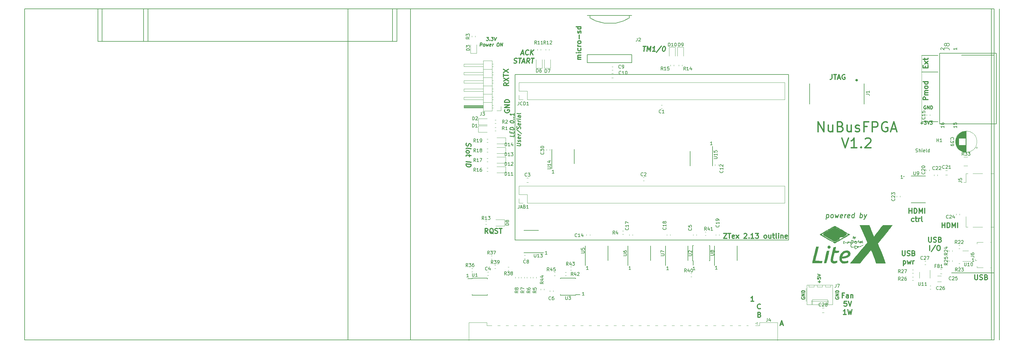
<source format=gbr>
G04 #@! TF.GenerationSoftware,KiCad,Pcbnew,5.1.9+dfsg1-1~bpo10+1*
G04 #@! TF.CreationDate,2022-11-12T12:42:49+01:00*
G04 #@! TF.ProjectId,nubus-to-ztex,6e756275-732d-4746-9f2d-7a7465782e6b,rev?*
G04 #@! TF.SameCoordinates,Original*
G04 #@! TF.FileFunction,Legend,Top*
G04 #@! TF.FilePolarity,Positive*
%FSLAX46Y46*%
G04 Gerber Fmt 4.6, Leading zero omitted, Abs format (unit mm)*
G04 Created by KiCad (PCBNEW 5.1.9+dfsg1-1~bpo10+1) date 2022-11-12 12:42:49*
%MOMM*%
%LPD*%
G01*
G04 APERTURE LIST*
%ADD10C,0.250000*%
%ADD11C,0.200000*%
%ADD12C,0.100000*%
%ADD13C,0.300000*%
%ADD14C,0.150000*%
%ADD15C,0.240000*%
%ADD16C,0.450000*%
%ADD17C,0.010000*%
%ADD18C,0.609600*%
%ADD19C,0.127000*%
%ADD20C,0.120000*%
G04 APERTURE END LIST*
D10*
X222877276Y-66618571D02*
X222689776Y-68118571D01*
X222868348Y-66690000D02*
X223020133Y-66618571D01*
X223305848Y-66618571D01*
X223439776Y-66690000D01*
X223502276Y-66761428D01*
X223555848Y-66904285D01*
X223502276Y-67332857D01*
X223412991Y-67475714D01*
X223332633Y-67547142D01*
X223180848Y-67618571D01*
X222895133Y-67618571D01*
X222761205Y-67547142D01*
X224323705Y-67618571D02*
X224189776Y-67547142D01*
X224127276Y-67475714D01*
X224073705Y-67332857D01*
X224127276Y-66904285D01*
X224216562Y-66761428D01*
X224296919Y-66690000D01*
X224448705Y-66618571D01*
X224662991Y-66618571D01*
X224796919Y-66690000D01*
X224859419Y-66761428D01*
X224912991Y-66904285D01*
X224859419Y-67332857D01*
X224770133Y-67475714D01*
X224689776Y-67547142D01*
X224537991Y-67618571D01*
X224323705Y-67618571D01*
X225448705Y-66618571D02*
X225609419Y-67618571D01*
X225984419Y-66904285D01*
X226180848Y-67618571D01*
X226591562Y-66618571D01*
X227618348Y-67547142D02*
X227466562Y-67618571D01*
X227180848Y-67618571D01*
X227046919Y-67547142D01*
X226993348Y-67404285D01*
X227064776Y-66832857D01*
X227154062Y-66690000D01*
X227305848Y-66618571D01*
X227591562Y-66618571D01*
X227725491Y-66690000D01*
X227779062Y-66832857D01*
X227761205Y-66975714D01*
X227029062Y-67118571D01*
X228323705Y-67618571D02*
X228448705Y-66618571D01*
X228412991Y-66904285D02*
X228502276Y-66761428D01*
X228582633Y-66690000D01*
X228734419Y-66618571D01*
X228877276Y-66618571D01*
X229832633Y-67547142D02*
X229680848Y-67618571D01*
X229395133Y-67618571D01*
X229261205Y-67547142D01*
X229207633Y-67404285D01*
X229279062Y-66832857D01*
X229368348Y-66690000D01*
X229520133Y-66618571D01*
X229805848Y-66618571D01*
X229939776Y-66690000D01*
X229993348Y-66832857D01*
X229975491Y-66975714D01*
X229243348Y-67118571D01*
X231180848Y-67618571D02*
X231368348Y-66118571D01*
X231189776Y-67547142D02*
X231037991Y-67618571D01*
X230752276Y-67618571D01*
X230618348Y-67547142D01*
X230555848Y-67475714D01*
X230502276Y-67332857D01*
X230555848Y-66904285D01*
X230645133Y-66761428D01*
X230725491Y-66690000D01*
X230877276Y-66618571D01*
X231162991Y-66618571D01*
X231296919Y-66690000D01*
X233037991Y-67618571D02*
X233225491Y-66118571D01*
X233154062Y-66690000D02*
X233305848Y-66618571D01*
X233591562Y-66618571D01*
X233725491Y-66690000D01*
X233787991Y-66761428D01*
X233841562Y-66904285D01*
X233787991Y-67332857D01*
X233698705Y-67475714D01*
X233618348Y-67547142D01*
X233466562Y-67618571D01*
X233180848Y-67618571D01*
X233046919Y-67547142D01*
X234377276Y-66618571D02*
X234609419Y-67618571D01*
X235091562Y-66618571D02*
X234609419Y-67618571D01*
X234421919Y-67975714D01*
X234341562Y-68047142D01*
X234189776Y-68118571D01*
D11*
X187885714Y-45252380D02*
X187314285Y-45252380D01*
X187600000Y-45252380D02*
X187600000Y-44252380D01*
X187504761Y-44395238D01*
X187409523Y-44490476D01*
X187314285Y-44538095D01*
X139435714Y-53952380D02*
X138864285Y-53952380D01*
X139150000Y-53952380D02*
X139150000Y-52952380D01*
X139054761Y-53095238D01*
X138959523Y-53190476D01*
X138864285Y-53238095D01*
X137335714Y-78852380D02*
X136764285Y-78852380D01*
X137050000Y-78852380D02*
X137050000Y-77852380D01*
X136954761Y-77995238D01*
X136859523Y-78090476D01*
X136764285Y-78138095D01*
X250160952Y-47434761D02*
X250303809Y-47482380D01*
X250541904Y-47482380D01*
X250637142Y-47434761D01*
X250684761Y-47387142D01*
X250732380Y-47291904D01*
X250732380Y-47196666D01*
X250684761Y-47101428D01*
X250637142Y-47053809D01*
X250541904Y-47006190D01*
X250351428Y-46958571D01*
X250256190Y-46910952D01*
X250208571Y-46863333D01*
X250160952Y-46768095D01*
X250160952Y-46672857D01*
X250208571Y-46577619D01*
X250256190Y-46530000D01*
X250351428Y-46482380D01*
X250589523Y-46482380D01*
X250732380Y-46530000D01*
X251160952Y-47482380D02*
X251160952Y-46482380D01*
X251589523Y-47482380D02*
X251589523Y-46958571D01*
X251541904Y-46863333D01*
X251446666Y-46815714D01*
X251303809Y-46815714D01*
X251208571Y-46863333D01*
X251160952Y-46910952D01*
X252065714Y-47482380D02*
X252065714Y-46815714D01*
X252065714Y-46482380D02*
X252018095Y-46530000D01*
X252065714Y-46577619D01*
X252113333Y-46530000D01*
X252065714Y-46482380D01*
X252065714Y-46577619D01*
X252922857Y-47434761D02*
X252827619Y-47482380D01*
X252637142Y-47482380D01*
X252541904Y-47434761D01*
X252494285Y-47339523D01*
X252494285Y-46958571D01*
X252541904Y-46863333D01*
X252637142Y-46815714D01*
X252827619Y-46815714D01*
X252922857Y-46863333D01*
X252970476Y-46958571D01*
X252970476Y-47053809D01*
X252494285Y-47149047D01*
X253541904Y-47482380D02*
X253446666Y-47434761D01*
X253399047Y-47339523D01*
X253399047Y-46482380D01*
X254351428Y-47482380D02*
X254351428Y-46482380D01*
X254351428Y-47434761D02*
X254256190Y-47482380D01*
X254065714Y-47482380D01*
X253970476Y-47434761D01*
X253922857Y-47387142D01*
X253875238Y-47291904D01*
X253875238Y-47006190D01*
X253922857Y-46910952D01*
X253970476Y-46863333D01*
X254065714Y-46815714D01*
X254256190Y-46815714D01*
X254351428Y-46863333D01*
D12*
X252000000Y-38160000D02*
X252000000Y-17840000D01*
D13*
X253092857Y-21622142D02*
X253092857Y-21122142D01*
X253878571Y-20907857D02*
X253878571Y-21622142D01*
X252378571Y-21622142D01*
X252378571Y-20907857D01*
X253878571Y-20407857D02*
X252878571Y-19622142D01*
X252878571Y-20407857D02*
X253878571Y-19622142D01*
X252878571Y-19265000D02*
X252878571Y-18693571D01*
X252378571Y-19050714D02*
X253664285Y-19050714D01*
X253807142Y-18979285D01*
X253878571Y-18836428D01*
X253878571Y-18693571D01*
X253878571Y-31395000D02*
X252378571Y-31395000D01*
X252378571Y-30823571D01*
X252450000Y-30680714D01*
X252521428Y-30609285D01*
X252664285Y-30537857D01*
X252878571Y-30537857D01*
X253021428Y-30609285D01*
X253092857Y-30680714D01*
X253164285Y-30823571D01*
X253164285Y-31395000D01*
X253878571Y-29895000D02*
X252878571Y-29895000D01*
X253021428Y-29895000D02*
X252950000Y-29823571D01*
X252878571Y-29680714D01*
X252878571Y-29466428D01*
X252950000Y-29323571D01*
X253092857Y-29252142D01*
X253878571Y-29252142D01*
X253092857Y-29252142D02*
X252950000Y-29180714D01*
X252878571Y-29037857D01*
X252878571Y-28823571D01*
X252950000Y-28680714D01*
X253092857Y-28609285D01*
X253878571Y-28609285D01*
X253878571Y-27680714D02*
X253807142Y-27823571D01*
X253735714Y-27895000D01*
X253592857Y-27966428D01*
X253164285Y-27966428D01*
X253021428Y-27895000D01*
X252950000Y-27823571D01*
X252878571Y-27680714D01*
X252878571Y-27466428D01*
X252950000Y-27323571D01*
X253021428Y-27252142D01*
X253164285Y-27180714D01*
X253592857Y-27180714D01*
X253735714Y-27252142D01*
X253807142Y-27323571D01*
X253878571Y-27466428D01*
X253878571Y-27680714D01*
X253878571Y-25895000D02*
X252378571Y-25895000D01*
X253807142Y-25895000D02*
X253878571Y-26037857D01*
X253878571Y-26323571D01*
X253807142Y-26466428D01*
X253735714Y-26537857D01*
X253592857Y-26609285D01*
X253164285Y-26609285D01*
X253021428Y-26537857D01*
X252950000Y-26466428D01*
X252878571Y-26323571D01*
X252878571Y-26037857D01*
X252950000Y-25895000D01*
D14*
X257000000Y-17840000D02*
X252000000Y-17840000D01*
X257000000Y-38160000D02*
X252000000Y-38160000D01*
X257000000Y-22920000D02*
X252000000Y-22920000D01*
D15*
X127132857Y-42115714D02*
X127132857Y-42687142D01*
X125932857Y-42537142D01*
X126504285Y-41637142D02*
X126504285Y-41237142D01*
X127132857Y-41144285D02*
X127132857Y-41715714D01*
X125932857Y-41565714D01*
X125932857Y-40994285D01*
X127132857Y-40630000D02*
X125932857Y-40480000D01*
X125932857Y-40194285D01*
X125990000Y-40030000D01*
X126104285Y-39930000D01*
X126218571Y-39887142D01*
X126447142Y-39858571D01*
X126618571Y-39880000D01*
X126847142Y-39965714D01*
X126961428Y-40037142D01*
X127075714Y-40165714D01*
X127132857Y-40344285D01*
X127132857Y-40630000D01*
X125932857Y-38137142D02*
X125932857Y-38022857D01*
X125990000Y-37915714D01*
X126047142Y-37865714D01*
X126161428Y-37822857D01*
X126390000Y-37794285D01*
X126675714Y-37830000D01*
X126904285Y-37915714D01*
X127018571Y-37987142D01*
X127075714Y-38051428D01*
X127132857Y-38172857D01*
X127132857Y-38287142D01*
X127075714Y-38394285D01*
X127018571Y-38444285D01*
X126904285Y-38487142D01*
X126675714Y-38515714D01*
X126390000Y-38480000D01*
X126161428Y-38394285D01*
X126047142Y-38322857D01*
X125990000Y-38258571D01*
X125932857Y-38137142D01*
X127018571Y-37358571D02*
X127075714Y-37308571D01*
X127132857Y-37372857D01*
X127075714Y-37422857D01*
X127018571Y-37358571D01*
X127132857Y-37372857D01*
X127018571Y-36787142D02*
X127075714Y-36737142D01*
X127132857Y-36801428D01*
X127075714Y-36851428D01*
X127018571Y-36787142D01*
X127132857Y-36801428D01*
X127132857Y-35601428D02*
X127132857Y-36287142D01*
X127132857Y-35944285D02*
X125932857Y-35794285D01*
X126104285Y-35930000D01*
X126218571Y-36058571D01*
X126275714Y-36180000D01*
X127972857Y-45394285D02*
X128944285Y-45515714D01*
X129058571Y-45472857D01*
X129115714Y-45422857D01*
X129172857Y-45315714D01*
X129172857Y-45087142D01*
X129115714Y-44965714D01*
X129058571Y-44901428D01*
X128944285Y-44830000D01*
X127972857Y-44708571D01*
X129115714Y-44337142D02*
X129172857Y-44230000D01*
X129172857Y-44001428D01*
X129115714Y-43880000D01*
X129001428Y-43808571D01*
X128944285Y-43801428D01*
X128830000Y-43844285D01*
X128772857Y-43951428D01*
X128772857Y-44122857D01*
X128715714Y-44230000D01*
X128601428Y-44272857D01*
X128544285Y-44265714D01*
X128430000Y-44194285D01*
X128372857Y-44072857D01*
X128372857Y-43901428D01*
X128430000Y-43794285D01*
X129115714Y-42851428D02*
X129172857Y-42972857D01*
X129172857Y-43201428D01*
X129115714Y-43308571D01*
X129001428Y-43351428D01*
X128544285Y-43294285D01*
X128430000Y-43222857D01*
X128372857Y-43101428D01*
X128372857Y-42872857D01*
X128430000Y-42765714D01*
X128544285Y-42722857D01*
X128658571Y-42737142D01*
X128772857Y-43322857D01*
X129172857Y-42287142D02*
X128372857Y-42187142D01*
X128601428Y-42215714D02*
X128487142Y-42144285D01*
X128430000Y-42080000D01*
X128372857Y-41958571D01*
X128372857Y-41844285D01*
X127915714Y-40530000D02*
X129458571Y-41751428D01*
X129115714Y-40337142D02*
X129172857Y-40172857D01*
X129172857Y-39887142D01*
X129115714Y-39765714D01*
X129058571Y-39701428D01*
X128944285Y-39630000D01*
X128830000Y-39615714D01*
X128715714Y-39658571D01*
X128658571Y-39708571D01*
X128601428Y-39815714D01*
X128544285Y-40037142D01*
X128487142Y-40144285D01*
X128430000Y-40194285D01*
X128315714Y-40237142D01*
X128201428Y-40222857D01*
X128087142Y-40151428D01*
X128030000Y-40087142D01*
X127972857Y-39965714D01*
X127972857Y-39680000D01*
X128030000Y-39515714D01*
X129115714Y-38680000D02*
X129172857Y-38801428D01*
X129172857Y-39030000D01*
X129115714Y-39137142D01*
X129001428Y-39180000D01*
X128544285Y-39122857D01*
X128430000Y-39051428D01*
X128372857Y-38930000D01*
X128372857Y-38701428D01*
X128430000Y-38594285D01*
X128544285Y-38551428D01*
X128658571Y-38565714D01*
X128772857Y-39151428D01*
X129172857Y-38115714D02*
X128372857Y-38015714D01*
X128601428Y-38044285D02*
X128487142Y-37972857D01*
X128430000Y-37908571D01*
X128372857Y-37787142D01*
X128372857Y-37672857D01*
X129172857Y-37372857D02*
X128372857Y-37272857D01*
X127972857Y-37222857D02*
X128030000Y-37287142D01*
X128087142Y-37237142D01*
X128030000Y-37172857D01*
X127972857Y-37222857D01*
X128087142Y-37237142D01*
X129172857Y-36287142D02*
X128544285Y-36208571D01*
X128430000Y-36251428D01*
X128372857Y-36358571D01*
X128372857Y-36587142D01*
X128430000Y-36708571D01*
X129115714Y-36280000D02*
X129172857Y-36401428D01*
X129172857Y-36687142D01*
X129115714Y-36794285D01*
X129001428Y-36837142D01*
X128887142Y-36822857D01*
X128772857Y-36751428D01*
X128715714Y-36630000D01*
X128715714Y-36344285D01*
X128658571Y-36222857D01*
X129172857Y-35544285D02*
X129115714Y-35651428D01*
X129001428Y-35694285D01*
X127972857Y-35565714D01*
D10*
X251588095Y-38541428D02*
X252350000Y-38541428D01*
X251969047Y-38922380D02*
X251969047Y-38160476D01*
X252730952Y-37922380D02*
X253350000Y-37922380D01*
X253016666Y-38303333D01*
X253159523Y-38303333D01*
X253254761Y-38350952D01*
X253302380Y-38398571D01*
X253350000Y-38493809D01*
X253350000Y-38731904D01*
X253302380Y-38827142D01*
X253254761Y-38874761D01*
X253159523Y-38922380D01*
X252873809Y-38922380D01*
X252778571Y-38874761D01*
X252730952Y-38827142D01*
X253635714Y-37922380D02*
X253969047Y-38922380D01*
X254302380Y-37922380D01*
X254540476Y-37922380D02*
X255159523Y-37922380D01*
X254826190Y-38303333D01*
X254969047Y-38303333D01*
X255064285Y-38350952D01*
X255111904Y-38398571D01*
X255159523Y-38493809D01*
X255159523Y-38731904D01*
X255111904Y-38827142D01*
X255064285Y-38874761D01*
X254969047Y-38922380D01*
X254683333Y-38922380D01*
X254588095Y-38874761D01*
X254540476Y-38827142D01*
X253168095Y-33290000D02*
X253072857Y-33242380D01*
X252930000Y-33242380D01*
X252787142Y-33290000D01*
X252691904Y-33385238D01*
X252644285Y-33480476D01*
X252596666Y-33670952D01*
X252596666Y-33813809D01*
X252644285Y-34004285D01*
X252691904Y-34099523D01*
X252787142Y-34194761D01*
X252930000Y-34242380D01*
X253025238Y-34242380D01*
X253168095Y-34194761D01*
X253215714Y-34147142D01*
X253215714Y-33813809D01*
X253025238Y-33813809D01*
X253644285Y-34242380D02*
X253644285Y-33242380D01*
X254215714Y-34242380D01*
X254215714Y-33242380D01*
X254691904Y-34242380D02*
X254691904Y-33242380D01*
X254930000Y-33242380D01*
X255072857Y-33290000D01*
X255168095Y-33385238D01*
X255215714Y-33480476D01*
X255263333Y-33670952D01*
X255263333Y-33813809D01*
X255215714Y-34004285D01*
X255168095Y-34099523D01*
X255072857Y-34194761D01*
X254930000Y-34242380D01*
X254691904Y-34242380D01*
D13*
X119202857Y-72398571D02*
X118702857Y-71684285D01*
X118345714Y-72398571D02*
X118345714Y-70898571D01*
X118917142Y-70898571D01*
X119060000Y-70970000D01*
X119131428Y-71041428D01*
X119202857Y-71184285D01*
X119202857Y-71398571D01*
X119131428Y-71541428D01*
X119060000Y-71612857D01*
X118917142Y-71684285D01*
X118345714Y-71684285D01*
X120845714Y-72541428D02*
X120702857Y-72470000D01*
X120560000Y-72327142D01*
X120345714Y-72112857D01*
X120202857Y-72041428D01*
X120060000Y-72041428D01*
X120131428Y-72398571D02*
X119988571Y-72327142D01*
X119845714Y-72184285D01*
X119774285Y-71898571D01*
X119774285Y-71398571D01*
X119845714Y-71112857D01*
X119988571Y-70970000D01*
X120131428Y-70898571D01*
X120417142Y-70898571D01*
X120560000Y-70970000D01*
X120702857Y-71112857D01*
X120774285Y-71398571D01*
X120774285Y-71898571D01*
X120702857Y-72184285D01*
X120560000Y-72327142D01*
X120417142Y-72398571D01*
X120131428Y-72398571D01*
X121345714Y-72327142D02*
X121560000Y-72398571D01*
X121917142Y-72398571D01*
X122060000Y-72327142D01*
X122131428Y-72255714D01*
X122202857Y-72112857D01*
X122202857Y-71970000D01*
X122131428Y-71827142D01*
X122060000Y-71755714D01*
X121917142Y-71684285D01*
X121631428Y-71612857D01*
X121488571Y-71541428D01*
X121417142Y-71470000D01*
X121345714Y-71327142D01*
X121345714Y-71184285D01*
X121417142Y-71041428D01*
X121488571Y-70970000D01*
X121631428Y-70898571D01*
X121988571Y-70898571D01*
X122202857Y-70970000D01*
X122631428Y-70898571D02*
X123488571Y-70898571D01*
X123060000Y-72398571D02*
X123060000Y-70898571D01*
X129387500Y-17215000D02*
X130101785Y-17215000D01*
X129191071Y-17643571D02*
X129878571Y-16143571D01*
X130191071Y-17643571D01*
X131566071Y-17500714D02*
X131485714Y-17572142D01*
X131262500Y-17643571D01*
X131119642Y-17643571D01*
X130914285Y-17572142D01*
X130789285Y-17429285D01*
X130735714Y-17286428D01*
X130700000Y-17000714D01*
X130726785Y-16786428D01*
X130833928Y-16500714D01*
X130923214Y-16357857D01*
X131083928Y-16215000D01*
X131307142Y-16143571D01*
X131450000Y-16143571D01*
X131655357Y-16215000D01*
X131717857Y-16286428D01*
X132191071Y-17643571D02*
X132378571Y-16143571D01*
X133048214Y-17643571D02*
X132512500Y-16786428D01*
X133235714Y-16143571D02*
X132271428Y-17000714D01*
X127128571Y-20122142D02*
X127333928Y-20193571D01*
X127691071Y-20193571D01*
X127842857Y-20122142D01*
X127923214Y-20050714D01*
X128012500Y-19907857D01*
X128030357Y-19765000D01*
X127976785Y-19622142D01*
X127914285Y-19550714D01*
X127780357Y-19479285D01*
X127503571Y-19407857D01*
X127369642Y-19336428D01*
X127307142Y-19265000D01*
X127253571Y-19122142D01*
X127271428Y-18979285D01*
X127360714Y-18836428D01*
X127441071Y-18765000D01*
X127592857Y-18693571D01*
X127950000Y-18693571D01*
X128155357Y-18765000D01*
X128592857Y-18693571D02*
X129450000Y-18693571D01*
X128833928Y-20193571D02*
X129021428Y-18693571D01*
X129744642Y-19765000D02*
X130458928Y-19765000D01*
X129548214Y-20193571D02*
X130235714Y-18693571D01*
X130548214Y-20193571D01*
X131905357Y-20193571D02*
X131494642Y-19479285D01*
X131048214Y-20193571D02*
X131235714Y-18693571D01*
X131807142Y-18693571D01*
X131941071Y-18765000D01*
X132003571Y-18836428D01*
X132057142Y-18979285D01*
X132030357Y-19193571D01*
X131941071Y-19336428D01*
X131860714Y-19407857D01*
X131708928Y-19479285D01*
X131137500Y-19479285D01*
X132521428Y-18693571D02*
X133378571Y-18693571D01*
X132762500Y-20193571D02*
X132950000Y-18693571D01*
X166738571Y-15058571D02*
X167595714Y-15058571D01*
X166979642Y-16558571D02*
X167167142Y-15058571D01*
X167908214Y-16558571D02*
X168095714Y-15058571D01*
X168461785Y-16130000D01*
X169095714Y-15058571D01*
X168908214Y-16558571D01*
X170408214Y-16558571D02*
X169551071Y-16558571D01*
X169979642Y-16558571D02*
X170167142Y-15058571D01*
X169997500Y-15272857D01*
X169836785Y-15415714D01*
X169685000Y-15487142D01*
X172318928Y-14987142D02*
X170792142Y-16915714D01*
X173095714Y-15058571D02*
X173238571Y-15058571D01*
X173372500Y-15130000D01*
X173435000Y-15201428D01*
X173488571Y-15344285D01*
X173524285Y-15630000D01*
X173479642Y-15987142D01*
X173372500Y-16272857D01*
X173283214Y-16415714D01*
X173202857Y-16487142D01*
X173051071Y-16558571D01*
X172908214Y-16558571D01*
X172774285Y-16487142D01*
X172711785Y-16415714D01*
X172658214Y-16272857D01*
X172622500Y-15987142D01*
X172667142Y-15630000D01*
X172774285Y-15344285D01*
X172863571Y-15201428D01*
X172943928Y-15130000D01*
X173095714Y-15058571D01*
X147688571Y-19020000D02*
X146688571Y-19020000D01*
X146831428Y-19020000D02*
X146760000Y-18948571D01*
X146688571Y-18805714D01*
X146688571Y-18591428D01*
X146760000Y-18448571D01*
X146902857Y-18377142D01*
X147688571Y-18377142D01*
X146902857Y-18377142D02*
X146760000Y-18305714D01*
X146688571Y-18162857D01*
X146688571Y-17948571D01*
X146760000Y-17805714D01*
X146902857Y-17734285D01*
X147688571Y-17734285D01*
X147688571Y-17020000D02*
X146688571Y-17020000D01*
X146188571Y-17020000D02*
X146260000Y-17091428D01*
X146331428Y-17020000D01*
X146260000Y-16948571D01*
X146188571Y-17020000D01*
X146331428Y-17020000D01*
X147617142Y-15662857D02*
X147688571Y-15805714D01*
X147688571Y-16091428D01*
X147617142Y-16234285D01*
X147545714Y-16305714D01*
X147402857Y-16377142D01*
X146974285Y-16377142D01*
X146831428Y-16305714D01*
X146760000Y-16234285D01*
X146688571Y-16091428D01*
X146688571Y-15805714D01*
X146760000Y-15662857D01*
X147688571Y-15020000D02*
X146688571Y-15020000D01*
X146974285Y-15020000D02*
X146831428Y-14948571D01*
X146760000Y-14877142D01*
X146688571Y-14734285D01*
X146688571Y-14591428D01*
X147688571Y-13877142D02*
X147617142Y-14020000D01*
X147545714Y-14091428D01*
X147402857Y-14162857D01*
X146974285Y-14162857D01*
X146831428Y-14091428D01*
X146760000Y-14020000D01*
X146688571Y-13877142D01*
X146688571Y-13662857D01*
X146760000Y-13520000D01*
X146831428Y-13448571D01*
X146974285Y-13377142D01*
X147402857Y-13377142D01*
X147545714Y-13448571D01*
X147617142Y-13520000D01*
X147688571Y-13662857D01*
X147688571Y-13877142D01*
X147117142Y-12734285D02*
X147117142Y-11591428D01*
X147617142Y-10948571D02*
X147688571Y-10805714D01*
X147688571Y-10520000D01*
X147617142Y-10377142D01*
X147474285Y-10305714D01*
X147402857Y-10305714D01*
X147260000Y-10377142D01*
X147188571Y-10520000D01*
X147188571Y-10734285D01*
X147117142Y-10877142D01*
X146974285Y-10948571D01*
X146902857Y-10948571D01*
X146760000Y-10877142D01*
X146688571Y-10734285D01*
X146688571Y-10520000D01*
X146760000Y-10377142D01*
X147688571Y-9020000D02*
X146188571Y-9020000D01*
X147617142Y-9020000D02*
X147688571Y-9162857D01*
X147688571Y-9448571D01*
X147617142Y-9591428D01*
X147545714Y-9662857D01*
X147402857Y-9734285D01*
X146974285Y-9734285D01*
X146831428Y-9662857D01*
X146760000Y-9591428D01*
X146688571Y-9448571D01*
X146688571Y-9162857D01*
X146760000Y-9020000D01*
D10*
X118790699Y-12217380D02*
X119409747Y-12217380D01*
X119028794Y-12598333D01*
X119171651Y-12598333D01*
X119260937Y-12645952D01*
X119302604Y-12693571D01*
X119338318Y-12788809D01*
X119308556Y-13026904D01*
X119249032Y-13122142D01*
X119195461Y-13169761D01*
X119094270Y-13217380D01*
X118808556Y-13217380D01*
X118719270Y-13169761D01*
X118677604Y-13122142D01*
X119725223Y-13122142D02*
X119766889Y-13169761D01*
X119713318Y-13217380D01*
X119671651Y-13169761D01*
X119725223Y-13122142D01*
X119713318Y-13217380D01*
X120219270Y-12217380D02*
X120838318Y-12217380D01*
X120457366Y-12598333D01*
X120600223Y-12598333D01*
X120689508Y-12645952D01*
X120731175Y-12693571D01*
X120766889Y-12788809D01*
X120737127Y-13026904D01*
X120677604Y-13122142D01*
X120624032Y-13169761D01*
X120522842Y-13217380D01*
X120237127Y-13217380D01*
X120147842Y-13169761D01*
X120106175Y-13122142D01*
X121124032Y-12217380D02*
X121332366Y-13217380D01*
X121790699Y-12217380D01*
X116737127Y-14967380D02*
X116862127Y-13967380D01*
X117243080Y-13967380D01*
X117332366Y-14015000D01*
X117374032Y-14062619D01*
X117409747Y-14157857D01*
X117391889Y-14300714D01*
X117332366Y-14395952D01*
X117278794Y-14443571D01*
X117177604Y-14491190D01*
X116796651Y-14491190D01*
X117879985Y-14967380D02*
X117790699Y-14919761D01*
X117749032Y-14872142D01*
X117713318Y-14776904D01*
X117749032Y-14491190D01*
X117808556Y-14395952D01*
X117862127Y-14348333D01*
X117963318Y-14300714D01*
X118106175Y-14300714D01*
X118195461Y-14348333D01*
X118237127Y-14395952D01*
X118272842Y-14491190D01*
X118237127Y-14776904D01*
X118177604Y-14872142D01*
X118124032Y-14919761D01*
X118022842Y-14967380D01*
X117879985Y-14967380D01*
X118629985Y-14300714D02*
X118737127Y-14967380D01*
X118987127Y-14491190D01*
X119118080Y-14967380D01*
X119391889Y-14300714D01*
X120076413Y-14919761D02*
X119975223Y-14967380D01*
X119784747Y-14967380D01*
X119695461Y-14919761D01*
X119659747Y-14824523D01*
X119707366Y-14443571D01*
X119766889Y-14348333D01*
X119868080Y-14300714D01*
X120058556Y-14300714D01*
X120147842Y-14348333D01*
X120183556Y-14443571D01*
X120171651Y-14538809D01*
X119683556Y-14634047D01*
X120546651Y-14967380D02*
X120629985Y-14300714D01*
X120606175Y-14491190D02*
X120665699Y-14395952D01*
X120719270Y-14348333D01*
X120820461Y-14300714D01*
X120915699Y-14300714D01*
X122243080Y-13967380D02*
X122433556Y-13967380D01*
X122522842Y-14015000D01*
X122606175Y-14110238D01*
X122629985Y-14300714D01*
X122588318Y-14634047D01*
X122516889Y-14824523D01*
X122409747Y-14919761D01*
X122308556Y-14967380D01*
X122118080Y-14967380D01*
X122028794Y-14919761D01*
X121945461Y-14824523D01*
X121921651Y-14634047D01*
X121963318Y-14300714D01*
X122034747Y-14110238D01*
X122141889Y-14015000D01*
X122243080Y-13967380D01*
X122975223Y-14967380D02*
X123100223Y-13967380D01*
X123546651Y-14967380D01*
X123671651Y-13967380D01*
D11*
X182585714Y-83642380D02*
X182014285Y-83642380D01*
X182300000Y-83642380D02*
X182300000Y-82642380D01*
X182204761Y-82785238D01*
X182109523Y-82880476D01*
X182014285Y-82928095D01*
D13*
X208732857Y-100250000D02*
X209447142Y-100250000D01*
X208590000Y-100678571D02*
X209090000Y-99178571D01*
X209590000Y-100678571D01*
X202337142Y-97352857D02*
X202551428Y-97424285D01*
X202622857Y-97495714D01*
X202694285Y-97638571D01*
X202694285Y-97852857D01*
X202622857Y-97995714D01*
X202551428Y-98067142D01*
X202408571Y-98138571D01*
X201837142Y-98138571D01*
X201837142Y-96638571D01*
X202337142Y-96638571D01*
X202480000Y-96710000D01*
X202551428Y-96781428D01*
X202622857Y-96924285D01*
X202622857Y-97067142D01*
X202551428Y-97210000D01*
X202480000Y-97281428D01*
X202337142Y-97352857D01*
X201837142Y-97352857D01*
X202634285Y-95445714D02*
X202562857Y-95517142D01*
X202348571Y-95588571D01*
X202205714Y-95588571D01*
X201991428Y-95517142D01*
X201848571Y-95374285D01*
X201777142Y-95231428D01*
X201705714Y-94945714D01*
X201705714Y-94731428D01*
X201777142Y-94445714D01*
X201848571Y-94302857D01*
X201991428Y-94160000D01*
X202205714Y-94088571D01*
X202348571Y-94088571D01*
X202562857Y-94160000D01*
X202634285Y-94231428D01*
X200568571Y-93268571D02*
X199711428Y-93268571D01*
X200140000Y-93268571D02*
X200140000Y-91768571D01*
X199997142Y-91982857D01*
X199854285Y-92125714D01*
X199711428Y-92197142D01*
D11*
X113285714Y-85852380D02*
X112714285Y-85852380D01*
X113000000Y-85852380D02*
X113000000Y-84852380D01*
X112904761Y-84995238D01*
X112809523Y-85090476D01*
X112714285Y-85138095D01*
X148685714Y-91442380D02*
X148114285Y-91442380D01*
X148400000Y-91442380D02*
X148400000Y-90442380D01*
X148304761Y-90585238D01*
X148209523Y-90680476D01*
X148114285Y-90728095D01*
X189385714Y-83442380D02*
X188814285Y-83442380D01*
X189100000Y-83442380D02*
X189100000Y-82442380D01*
X189004761Y-82585238D01*
X188909523Y-82680476D01*
X188814285Y-82728095D01*
D13*
X112592857Y-44745714D02*
X112521428Y-44951071D01*
X112521428Y-45308214D01*
X112592857Y-45460000D01*
X112664285Y-45540357D01*
X112807142Y-45629642D01*
X112950000Y-45647500D01*
X113092857Y-45593928D01*
X113164285Y-45531428D01*
X113235714Y-45397500D01*
X113307142Y-45120714D01*
X113378571Y-44986785D01*
X113450000Y-44924285D01*
X113592857Y-44870714D01*
X113735714Y-44888571D01*
X113878571Y-44977857D01*
X113950000Y-45058214D01*
X114021428Y-45210000D01*
X114021428Y-45567142D01*
X113950000Y-45772500D01*
X112521428Y-46451071D02*
X112592857Y-46317142D01*
X112735714Y-46263571D01*
X114021428Y-46424285D01*
X112521428Y-47236785D02*
X112592857Y-47102857D01*
X112664285Y-47040357D01*
X112807142Y-46986785D01*
X113235714Y-47040357D01*
X113378571Y-47129642D01*
X113450000Y-47210000D01*
X113521428Y-47361785D01*
X113521428Y-47576071D01*
X113450000Y-47710000D01*
X113378571Y-47772500D01*
X113235714Y-47826071D01*
X112807142Y-47772500D01*
X112664285Y-47683214D01*
X112592857Y-47602857D01*
X112521428Y-47451071D01*
X112521428Y-47236785D01*
X113521428Y-48290357D02*
X113521428Y-48861785D01*
X114021428Y-48567142D02*
X112735714Y-48406428D01*
X112592857Y-48460000D01*
X112521428Y-48593928D01*
X112521428Y-48736785D01*
X112521428Y-50379642D02*
X114021428Y-50567142D01*
X112521428Y-51093928D02*
X114021428Y-51281428D01*
X114021428Y-51638571D01*
X113950000Y-51843928D01*
X113807142Y-51968928D01*
X113664285Y-52022500D01*
X113378571Y-52058214D01*
X113164285Y-52031428D01*
X112878571Y-51924285D01*
X112735714Y-51835000D01*
X112592857Y-51674285D01*
X112521428Y-51451071D01*
X112521428Y-51093928D01*
D11*
X275770000Y-105080000D02*
X275770000Y-3480000D01*
X274170000Y-84560000D02*
X261140000Y-84560000D01*
X246185714Y-55552380D02*
X245614285Y-55552380D01*
X245900000Y-55552380D02*
X245900000Y-54552380D01*
X245804761Y-54695238D01*
X245709523Y-54790476D01*
X245614285Y-54838095D01*
X268005714Y-81092380D02*
X267434285Y-81092380D01*
X267720000Y-81092380D02*
X267720000Y-80092380D01*
X267624761Y-80235238D01*
X267529523Y-80330476D01*
X267434285Y-80378095D01*
X174485714Y-83602380D02*
X173914285Y-83602380D01*
X174200000Y-83602380D02*
X174200000Y-82602380D01*
X174104761Y-82745238D01*
X174009523Y-82840476D01*
X173914285Y-82888095D01*
X162935714Y-83502380D02*
X162364285Y-83502380D01*
X162650000Y-83502380D02*
X162650000Y-82502380D01*
X162554761Y-82645238D01*
X162459523Y-82740476D01*
X162364285Y-82788095D01*
X149935714Y-83552380D02*
X149364285Y-83552380D01*
X149650000Y-83552380D02*
X149650000Y-82552380D01*
X149554761Y-82695238D01*
X149459523Y-82790476D01*
X149364285Y-82838095D01*
D10*
X220631428Y-87605714D02*
X220631428Y-86843809D01*
X221012380Y-87224761D02*
X220250476Y-87224761D01*
X220012380Y-85891428D02*
X220012380Y-86367619D01*
X220488571Y-86415238D01*
X220440952Y-86367619D01*
X220393333Y-86272380D01*
X220393333Y-86034285D01*
X220440952Y-85939047D01*
X220488571Y-85891428D01*
X220583809Y-85843809D01*
X220821904Y-85843809D01*
X220917142Y-85891428D01*
X220964761Y-85939047D01*
X221012380Y-86034285D01*
X221012380Y-86272380D01*
X220964761Y-86367619D01*
X220917142Y-86415238D01*
X220012380Y-85558095D02*
X221012380Y-85224761D01*
X220012380Y-84891428D01*
X225620000Y-92021904D02*
X225572380Y-92117142D01*
X225572380Y-92260000D01*
X225620000Y-92402857D01*
X225715238Y-92498095D01*
X225810476Y-92545714D01*
X226000952Y-92593333D01*
X226143809Y-92593333D01*
X226334285Y-92545714D01*
X226429523Y-92498095D01*
X226524761Y-92402857D01*
X226572380Y-92260000D01*
X226572380Y-92164761D01*
X226524761Y-92021904D01*
X226477142Y-91974285D01*
X226143809Y-91974285D01*
X226143809Y-92164761D01*
X226572380Y-91545714D02*
X225572380Y-91545714D01*
X226572380Y-90974285D01*
X225572380Y-90974285D01*
X226572380Y-90498095D02*
X225572380Y-90498095D01*
X225572380Y-90260000D01*
X225620000Y-90117142D01*
X225715238Y-90021904D01*
X225810476Y-89974285D01*
X226000952Y-89926666D01*
X226143809Y-89926666D01*
X226334285Y-89974285D01*
X226429523Y-90021904D01*
X226524761Y-90117142D01*
X226572380Y-90260000D01*
X226572380Y-90498095D01*
X215220000Y-92021904D02*
X215172380Y-92117142D01*
X215172380Y-92260000D01*
X215220000Y-92402857D01*
X215315238Y-92498095D01*
X215410476Y-92545714D01*
X215600952Y-92593333D01*
X215743809Y-92593333D01*
X215934285Y-92545714D01*
X216029523Y-92498095D01*
X216124761Y-92402857D01*
X216172380Y-92260000D01*
X216172380Y-92164761D01*
X216124761Y-92021904D01*
X216077142Y-91974285D01*
X215743809Y-91974285D01*
X215743809Y-92164761D01*
X216172380Y-91545714D02*
X215172380Y-91545714D01*
X216172380Y-90974285D01*
X215172380Y-90974285D01*
X216172380Y-90498095D02*
X215172380Y-90498095D01*
X215172380Y-90260000D01*
X215220000Y-90117142D01*
X215315238Y-90021904D01*
X215410476Y-89974285D01*
X215600952Y-89926666D01*
X215743809Y-89926666D01*
X215934285Y-89974285D01*
X216029523Y-90021904D01*
X216124761Y-90117142D01*
X216172380Y-90260000D01*
X216172380Y-90498095D01*
D13*
X228137142Y-91422857D02*
X227637142Y-91422857D01*
X227637142Y-92208571D02*
X227637142Y-90708571D01*
X228351428Y-90708571D01*
X229565714Y-92208571D02*
X229565714Y-91422857D01*
X229494285Y-91280000D01*
X229351428Y-91208571D01*
X229065714Y-91208571D01*
X228922857Y-91280000D01*
X229565714Y-92137142D02*
X229422857Y-92208571D01*
X229065714Y-92208571D01*
X228922857Y-92137142D01*
X228851428Y-91994285D01*
X228851428Y-91851428D01*
X228922857Y-91708571D01*
X229065714Y-91637142D01*
X229422857Y-91637142D01*
X229565714Y-91565714D01*
X230280000Y-91208571D02*
X230280000Y-92208571D01*
X230280000Y-91351428D02*
X230351428Y-91280000D01*
X230494285Y-91208571D01*
X230708571Y-91208571D01*
X230851428Y-91280000D01*
X230922857Y-91422857D01*
X230922857Y-92208571D01*
X228994285Y-93258571D02*
X228280000Y-93258571D01*
X228208571Y-93972857D01*
X228280000Y-93901428D01*
X228422857Y-93830000D01*
X228780000Y-93830000D01*
X228922857Y-93901428D01*
X228994285Y-93972857D01*
X229065714Y-94115714D01*
X229065714Y-94472857D01*
X228994285Y-94615714D01*
X228922857Y-94687142D01*
X228780000Y-94758571D01*
X228422857Y-94758571D01*
X228280000Y-94687142D01*
X228208571Y-94615714D01*
X229494285Y-93258571D02*
X229994285Y-94758571D01*
X230494285Y-93258571D01*
X228851428Y-97308571D02*
X227994285Y-97308571D01*
X228422857Y-97308571D02*
X228422857Y-95808571D01*
X228280000Y-96022857D01*
X228137142Y-96165714D01*
X227994285Y-96237142D01*
X229351428Y-95808571D02*
X229708571Y-97308571D01*
X229994285Y-96237142D01*
X230280000Y-97308571D01*
X230637142Y-95808571D01*
D11*
X211270000Y-74450000D02*
X211270000Y-23650000D01*
D16*
X220242857Y-41182142D02*
X220242857Y-38182142D01*
X221957142Y-41182142D01*
X221957142Y-38182142D01*
X224671428Y-39182142D02*
X224671428Y-41182142D01*
X223385714Y-39182142D02*
X223385714Y-40753571D01*
X223528571Y-41039285D01*
X223814285Y-41182142D01*
X224242857Y-41182142D01*
X224528571Y-41039285D01*
X224671428Y-40896428D01*
X227100000Y-39610714D02*
X227528571Y-39753571D01*
X227671428Y-39896428D01*
X227814285Y-40182142D01*
X227814285Y-40610714D01*
X227671428Y-40896428D01*
X227528571Y-41039285D01*
X227242857Y-41182142D01*
X226100000Y-41182142D01*
X226100000Y-38182142D01*
X227100000Y-38182142D01*
X227385714Y-38325000D01*
X227528571Y-38467857D01*
X227671428Y-38753571D01*
X227671428Y-39039285D01*
X227528571Y-39325000D01*
X227385714Y-39467857D01*
X227100000Y-39610714D01*
X226100000Y-39610714D01*
X230385714Y-39182142D02*
X230385714Y-41182142D01*
X229100000Y-39182142D02*
X229100000Y-40753571D01*
X229242857Y-41039285D01*
X229528571Y-41182142D01*
X229957142Y-41182142D01*
X230242857Y-41039285D01*
X230385714Y-40896428D01*
X231671428Y-41039285D02*
X231957142Y-41182142D01*
X232528571Y-41182142D01*
X232814285Y-41039285D01*
X232957142Y-40753571D01*
X232957142Y-40610714D01*
X232814285Y-40325000D01*
X232528571Y-40182142D01*
X232100000Y-40182142D01*
X231814285Y-40039285D01*
X231671428Y-39753571D01*
X231671428Y-39610714D01*
X231814285Y-39325000D01*
X232100000Y-39182142D01*
X232528571Y-39182142D01*
X232814285Y-39325000D01*
X235242857Y-39610714D02*
X234242857Y-39610714D01*
X234242857Y-41182142D02*
X234242857Y-38182142D01*
X235671428Y-38182142D01*
X236814285Y-41182142D02*
X236814285Y-38182142D01*
X237957142Y-38182142D01*
X238242857Y-38325000D01*
X238385714Y-38467857D01*
X238528571Y-38753571D01*
X238528571Y-39182142D01*
X238385714Y-39467857D01*
X238242857Y-39610714D01*
X237957142Y-39753571D01*
X236814285Y-39753571D01*
X241385714Y-38325000D02*
X241100000Y-38182142D01*
X240671428Y-38182142D01*
X240242857Y-38325000D01*
X239957142Y-38610714D01*
X239814285Y-38896428D01*
X239671428Y-39467857D01*
X239671428Y-39896428D01*
X239814285Y-40467857D01*
X239957142Y-40753571D01*
X240242857Y-41039285D01*
X240671428Y-41182142D01*
X240957142Y-41182142D01*
X241385714Y-41039285D01*
X241528571Y-40896428D01*
X241528571Y-39896428D01*
X240957142Y-39896428D01*
X242671428Y-40325000D02*
X244100000Y-40325000D01*
X242385714Y-41182142D02*
X243385714Y-38182142D01*
X244385714Y-41182142D01*
X227528571Y-43132142D02*
X228528571Y-46132142D01*
X229528571Y-43132142D01*
X232100000Y-46132142D02*
X230385714Y-46132142D01*
X231242857Y-46132142D02*
X231242857Y-43132142D01*
X230957142Y-43560714D01*
X230671428Y-43846428D01*
X230385714Y-43989285D01*
X233385714Y-45846428D02*
X233528571Y-45989285D01*
X233385714Y-46132142D01*
X233242857Y-45989285D01*
X233385714Y-45846428D01*
X233385714Y-46132142D01*
X234671428Y-43417857D02*
X234814285Y-43275000D01*
X235100000Y-43132142D01*
X235814285Y-43132142D01*
X236100000Y-43275000D01*
X236242857Y-43417857D01*
X236385714Y-43703571D01*
X236385714Y-43989285D01*
X236242857Y-44417857D01*
X234528571Y-46132142D01*
X236385714Y-46132142D01*
D13*
X268247142Y-85148571D02*
X268247142Y-86362857D01*
X268318571Y-86505714D01*
X268390000Y-86577142D01*
X268532857Y-86648571D01*
X268818571Y-86648571D01*
X268961428Y-86577142D01*
X269032857Y-86505714D01*
X269104285Y-86362857D01*
X269104285Y-85148571D01*
X269747142Y-86577142D02*
X269961428Y-86648571D01*
X270318571Y-86648571D01*
X270461428Y-86577142D01*
X270532857Y-86505714D01*
X270604285Y-86362857D01*
X270604285Y-86220000D01*
X270532857Y-86077142D01*
X270461428Y-86005714D01*
X270318571Y-85934285D01*
X270032857Y-85862857D01*
X269890000Y-85791428D01*
X269818571Y-85720000D01*
X269747142Y-85577142D01*
X269747142Y-85434285D01*
X269818571Y-85291428D01*
X269890000Y-85220000D01*
X270032857Y-85148571D01*
X270390000Y-85148571D01*
X270604285Y-85220000D01*
X271747142Y-85862857D02*
X271961428Y-85934285D01*
X272032857Y-86005714D01*
X272104285Y-86148571D01*
X272104285Y-86362857D01*
X272032857Y-86505714D01*
X271961428Y-86577142D01*
X271818571Y-86648571D01*
X271247142Y-86648571D01*
X271247142Y-85148571D01*
X271747142Y-85148571D01*
X271890000Y-85220000D01*
X271961428Y-85291428D01*
X272032857Y-85434285D01*
X272032857Y-85577142D01*
X271961428Y-85720000D01*
X271890000Y-85791428D01*
X271747142Y-85862857D01*
X271247142Y-85862857D01*
X258207142Y-70678571D02*
X258207142Y-69178571D01*
X258207142Y-69892857D02*
X259064285Y-69892857D01*
X259064285Y-70678571D02*
X259064285Y-69178571D01*
X259778571Y-70678571D02*
X259778571Y-69178571D01*
X260135714Y-69178571D01*
X260350000Y-69250000D01*
X260492857Y-69392857D01*
X260564285Y-69535714D01*
X260635714Y-69821428D01*
X260635714Y-70035714D01*
X260564285Y-70321428D01*
X260492857Y-70464285D01*
X260350000Y-70607142D01*
X260135714Y-70678571D01*
X259778571Y-70678571D01*
X261278571Y-70678571D02*
X261278571Y-69178571D01*
X261778571Y-70250000D01*
X262278571Y-69178571D01*
X262278571Y-70678571D01*
X262992857Y-70678571D02*
X262992857Y-69178571D01*
X191318571Y-72428571D02*
X192318571Y-72428571D01*
X191318571Y-73928571D01*
X192318571Y-73928571D01*
X192675714Y-72428571D02*
X193532857Y-72428571D01*
X193104285Y-73928571D02*
X193104285Y-72428571D01*
X194604285Y-73857142D02*
X194461428Y-73928571D01*
X194175714Y-73928571D01*
X194032857Y-73857142D01*
X193961428Y-73714285D01*
X193961428Y-73142857D01*
X194032857Y-73000000D01*
X194175714Y-72928571D01*
X194461428Y-72928571D01*
X194604285Y-73000000D01*
X194675714Y-73142857D01*
X194675714Y-73285714D01*
X193961428Y-73428571D01*
X195175714Y-73928571D02*
X195961428Y-72928571D01*
X195175714Y-72928571D02*
X195961428Y-73928571D01*
X197604285Y-72571428D02*
X197675714Y-72500000D01*
X197818571Y-72428571D01*
X198175714Y-72428571D01*
X198318571Y-72500000D01*
X198390000Y-72571428D01*
X198461428Y-72714285D01*
X198461428Y-72857142D01*
X198390000Y-73071428D01*
X197532857Y-73928571D01*
X198461428Y-73928571D01*
X199104285Y-73785714D02*
X199175714Y-73857142D01*
X199104285Y-73928571D01*
X199032857Y-73857142D01*
X199104285Y-73785714D01*
X199104285Y-73928571D01*
X200604285Y-73928571D02*
X199747142Y-73928571D01*
X200175714Y-73928571D02*
X200175714Y-72428571D01*
X200032857Y-72642857D01*
X199890000Y-72785714D01*
X199747142Y-72857142D01*
X201104285Y-72428571D02*
X202032857Y-72428571D01*
X201532857Y-73000000D01*
X201747142Y-73000000D01*
X201890000Y-73071428D01*
X201961428Y-73142857D01*
X202032857Y-73285714D01*
X202032857Y-73642857D01*
X201961428Y-73785714D01*
X201890000Y-73857142D01*
X201747142Y-73928571D01*
X201318571Y-73928571D01*
X201175714Y-73857142D01*
X201104285Y-73785714D01*
X204032857Y-73928571D02*
X203890000Y-73857142D01*
X203818571Y-73785714D01*
X203747142Y-73642857D01*
X203747142Y-73214285D01*
X203818571Y-73071428D01*
X203890000Y-73000000D01*
X204032857Y-72928571D01*
X204247142Y-72928571D01*
X204390000Y-73000000D01*
X204461428Y-73071428D01*
X204532857Y-73214285D01*
X204532857Y-73642857D01*
X204461428Y-73785714D01*
X204390000Y-73857142D01*
X204247142Y-73928571D01*
X204032857Y-73928571D01*
X205818571Y-72928571D02*
X205818571Y-73928571D01*
X205175714Y-72928571D02*
X205175714Y-73714285D01*
X205247142Y-73857142D01*
X205390000Y-73928571D01*
X205604285Y-73928571D01*
X205747142Y-73857142D01*
X205818571Y-73785714D01*
X206318571Y-72928571D02*
X206890000Y-72928571D01*
X206532857Y-72428571D02*
X206532857Y-73714285D01*
X206604285Y-73857142D01*
X206747142Y-73928571D01*
X206890000Y-73928571D01*
X207604285Y-73928571D02*
X207461428Y-73857142D01*
X207390000Y-73714285D01*
X207390000Y-72428571D01*
X208175714Y-73928571D02*
X208175714Y-72928571D01*
X208175714Y-72428571D02*
X208104285Y-72500000D01*
X208175714Y-72571428D01*
X208247142Y-72500000D01*
X208175714Y-72428571D01*
X208175714Y-72571428D01*
X208890000Y-72928571D02*
X208890000Y-73928571D01*
X208890000Y-73071428D02*
X208961428Y-73000000D01*
X209104285Y-72928571D01*
X209318571Y-72928571D01*
X209461428Y-73000000D01*
X209532857Y-73142857D01*
X209532857Y-73928571D01*
X210818571Y-73857142D02*
X210675714Y-73928571D01*
X210390000Y-73928571D01*
X210247142Y-73857142D01*
X210175714Y-73714285D01*
X210175714Y-73142857D01*
X210247142Y-73000000D01*
X210390000Y-72928571D01*
X210675714Y-72928571D01*
X210818571Y-73000000D01*
X210890000Y-73142857D01*
X210890000Y-73285714D01*
X210175714Y-73428571D01*
X246027142Y-77793571D02*
X246027142Y-79007857D01*
X246098571Y-79150714D01*
X246170000Y-79222142D01*
X246312857Y-79293571D01*
X246598571Y-79293571D01*
X246741428Y-79222142D01*
X246812857Y-79150714D01*
X246884285Y-79007857D01*
X246884285Y-77793571D01*
X247527142Y-79222142D02*
X247741428Y-79293571D01*
X248098571Y-79293571D01*
X248241428Y-79222142D01*
X248312857Y-79150714D01*
X248384285Y-79007857D01*
X248384285Y-78865000D01*
X248312857Y-78722142D01*
X248241428Y-78650714D01*
X248098571Y-78579285D01*
X247812857Y-78507857D01*
X247670000Y-78436428D01*
X247598571Y-78365000D01*
X247527142Y-78222142D01*
X247527142Y-78079285D01*
X247598571Y-77936428D01*
X247670000Y-77865000D01*
X247812857Y-77793571D01*
X248170000Y-77793571D01*
X248384285Y-77865000D01*
X249527142Y-78507857D02*
X249741428Y-78579285D01*
X249812857Y-78650714D01*
X249884285Y-78793571D01*
X249884285Y-79007857D01*
X249812857Y-79150714D01*
X249741428Y-79222142D01*
X249598571Y-79293571D01*
X249027142Y-79293571D01*
X249027142Y-77793571D01*
X249527142Y-77793571D01*
X249670000Y-77865000D01*
X249741428Y-77936428D01*
X249812857Y-78079285D01*
X249812857Y-78222142D01*
X249741428Y-78365000D01*
X249670000Y-78436428D01*
X249527142Y-78507857D01*
X249027142Y-78507857D01*
X246348571Y-80843571D02*
X246348571Y-82343571D01*
X246348571Y-80915000D02*
X246491428Y-80843571D01*
X246777142Y-80843571D01*
X246920000Y-80915000D01*
X246991428Y-80986428D01*
X247062857Y-81129285D01*
X247062857Y-81557857D01*
X246991428Y-81700714D01*
X246920000Y-81772142D01*
X246777142Y-81843571D01*
X246491428Y-81843571D01*
X246348571Y-81772142D01*
X247562857Y-80843571D02*
X247848571Y-81843571D01*
X248134285Y-81129285D01*
X248420000Y-81843571D01*
X248705714Y-80843571D01*
X249277142Y-81843571D02*
X249277142Y-80843571D01*
X249277142Y-81129285D02*
X249348571Y-80986428D01*
X249420000Y-80915000D01*
X249562857Y-80843571D01*
X249705714Y-80843571D01*
X254107142Y-73603571D02*
X254107142Y-74817857D01*
X254178571Y-74960714D01*
X254250000Y-75032142D01*
X254392857Y-75103571D01*
X254678571Y-75103571D01*
X254821428Y-75032142D01*
X254892857Y-74960714D01*
X254964285Y-74817857D01*
X254964285Y-73603571D01*
X255607142Y-75032142D02*
X255821428Y-75103571D01*
X256178571Y-75103571D01*
X256321428Y-75032142D01*
X256392857Y-74960714D01*
X256464285Y-74817857D01*
X256464285Y-74675000D01*
X256392857Y-74532142D01*
X256321428Y-74460714D01*
X256178571Y-74389285D01*
X255892857Y-74317857D01*
X255750000Y-74246428D01*
X255678571Y-74175000D01*
X255607142Y-74032142D01*
X255607142Y-73889285D01*
X255678571Y-73746428D01*
X255750000Y-73675000D01*
X255892857Y-73603571D01*
X256250000Y-73603571D01*
X256464285Y-73675000D01*
X257607142Y-74317857D02*
X257821428Y-74389285D01*
X257892857Y-74460714D01*
X257964285Y-74603571D01*
X257964285Y-74817857D01*
X257892857Y-74960714D01*
X257821428Y-75032142D01*
X257678571Y-75103571D01*
X257107142Y-75103571D01*
X257107142Y-73603571D01*
X257607142Y-73603571D01*
X257750000Y-73675000D01*
X257821428Y-73746428D01*
X257892857Y-73889285D01*
X257892857Y-74032142D01*
X257821428Y-74175000D01*
X257750000Y-74246428D01*
X257607142Y-74317857D01*
X257107142Y-74317857D01*
X254428571Y-77653571D02*
X254428571Y-76153571D01*
X256214285Y-76082142D02*
X254928571Y-78010714D01*
X257000000Y-76153571D02*
X257285714Y-76153571D01*
X257428571Y-76225000D01*
X257571428Y-76367857D01*
X257642857Y-76653571D01*
X257642857Y-77153571D01*
X257571428Y-77439285D01*
X257428571Y-77582142D01*
X257285714Y-77653571D01*
X257000000Y-77653571D01*
X256857142Y-77582142D01*
X256714285Y-77439285D01*
X256642857Y-77153571D01*
X256642857Y-76653571D01*
X256714285Y-76367857D01*
X256857142Y-76225000D01*
X257000000Y-76153571D01*
X248107142Y-66253571D02*
X248107142Y-64753571D01*
X248107142Y-65467857D02*
X248964285Y-65467857D01*
X248964285Y-66253571D02*
X248964285Y-64753571D01*
X249678571Y-66253571D02*
X249678571Y-64753571D01*
X250035714Y-64753571D01*
X250250000Y-64825000D01*
X250392857Y-64967857D01*
X250464285Y-65110714D01*
X250535714Y-65396428D01*
X250535714Y-65610714D01*
X250464285Y-65896428D01*
X250392857Y-66039285D01*
X250250000Y-66182142D01*
X250035714Y-66253571D01*
X249678571Y-66253571D01*
X251178571Y-66253571D02*
X251178571Y-64753571D01*
X251678571Y-65825000D01*
X252178571Y-64753571D01*
X252178571Y-66253571D01*
X252892857Y-66253571D02*
X252892857Y-64753571D01*
X249571428Y-68732142D02*
X249428571Y-68803571D01*
X249142857Y-68803571D01*
X249000000Y-68732142D01*
X248928571Y-68660714D01*
X248857142Y-68517857D01*
X248857142Y-68089285D01*
X248928571Y-67946428D01*
X249000000Y-67875000D01*
X249142857Y-67803571D01*
X249428571Y-67803571D01*
X249571428Y-67875000D01*
X250000000Y-67803571D02*
X250571428Y-67803571D01*
X250214285Y-67303571D02*
X250214285Y-68589285D01*
X250285714Y-68732142D01*
X250428571Y-68803571D01*
X250571428Y-68803571D01*
X251071428Y-68803571D02*
X251071428Y-67803571D01*
X251071428Y-68089285D02*
X251142857Y-67946428D01*
X251214285Y-67875000D01*
X251357142Y-67803571D01*
X251500000Y-67803571D01*
X252214285Y-68803571D02*
X252071428Y-68732142D01*
X252000000Y-68589285D01*
X252000000Y-67303571D01*
X123968571Y-24312857D02*
X123968571Y-23455714D01*
X125468571Y-23884285D02*
X123968571Y-23884285D01*
X123968571Y-23098571D02*
X125468571Y-22098571D01*
X123968571Y-22098571D02*
X125468571Y-23098571D01*
X125538571Y-26230000D02*
X124824285Y-26730000D01*
X125538571Y-27087142D02*
X124038571Y-27087142D01*
X124038571Y-26515714D01*
X124110000Y-26372857D01*
X124181428Y-26301428D01*
X124324285Y-26230000D01*
X124538571Y-26230000D01*
X124681428Y-26301428D01*
X124752857Y-26372857D01*
X124824285Y-26515714D01*
X124824285Y-27087142D01*
X124038571Y-25730000D02*
X125538571Y-24730000D01*
X124038571Y-24730000D02*
X125538571Y-25730000D01*
X124360000Y-34542857D02*
X124288571Y-34685714D01*
X124288571Y-34900000D01*
X124360000Y-35114285D01*
X124502857Y-35257142D01*
X124645714Y-35328571D01*
X124931428Y-35400000D01*
X125145714Y-35400000D01*
X125431428Y-35328571D01*
X125574285Y-35257142D01*
X125717142Y-35114285D01*
X125788571Y-34900000D01*
X125788571Y-34757142D01*
X125717142Y-34542857D01*
X125645714Y-34471428D01*
X125145714Y-34471428D01*
X125145714Y-34757142D01*
X125788571Y-33828571D02*
X124288571Y-33828571D01*
X125788571Y-32971428D01*
X124288571Y-32971428D01*
X125788571Y-32257142D02*
X124288571Y-32257142D01*
X124288571Y-31900000D01*
X124360000Y-31685714D01*
X124502857Y-31542857D01*
X124645714Y-31471428D01*
X124931428Y-31400000D01*
X125145714Y-31400000D01*
X125431428Y-31471428D01*
X125574285Y-31542857D01*
X125717142Y-31685714D01*
X125788571Y-31900000D01*
X125788571Y-32257142D01*
X224530000Y-23678571D02*
X224530000Y-24750000D01*
X224458571Y-24964285D01*
X224315714Y-25107142D01*
X224101428Y-25178571D01*
X223958571Y-25178571D01*
X225030000Y-23678571D02*
X225887142Y-23678571D01*
X225458571Y-25178571D02*
X225458571Y-23678571D01*
X226315714Y-24750000D02*
X227030000Y-24750000D01*
X226172857Y-25178571D02*
X226672857Y-23678571D01*
X227172857Y-25178571D01*
X228458571Y-23750000D02*
X228315714Y-23678571D01*
X228101428Y-23678571D01*
X227887142Y-23750000D01*
X227744285Y-23892857D01*
X227672857Y-24035714D01*
X227601428Y-24321428D01*
X227601428Y-24535714D01*
X227672857Y-24821428D01*
X227744285Y-24964285D01*
X227887142Y-25107142D01*
X228101428Y-25178571D01*
X228244285Y-25178571D01*
X228458571Y-25107142D01*
X228530000Y-25035714D01*
X228530000Y-24535714D01*
X228244285Y-24535714D01*
D11*
X274170000Y-17750000D02*
X264170000Y-17750000D01*
X15120000Y-3480000D02*
X15120000Y-13480000D01*
X91320000Y-3480000D02*
X91320000Y-13480000D01*
X15120000Y-13480000D02*
X91320000Y-13480000D01*
X15120000Y-13480000D02*
X1120000Y-13480000D01*
X1120000Y-13480000D02*
X1120000Y-3480000D01*
X-170000Y-13480000D02*
X-170000Y-3480000D01*
X13830000Y-13480000D02*
X-170000Y-13480000D01*
X13830000Y-13480000D02*
X90030000Y-13480000D01*
X90030000Y-3480000D02*
X90030000Y-13480000D01*
X13830000Y-3480000D02*
X13830000Y-13480000D01*
X76330000Y-105080000D02*
X76330000Y-3480000D01*
X-22580000Y-105080000D02*
X-22580000Y-3480000D01*
X273330000Y-105080000D02*
X273330000Y-3480000D01*
X95530000Y-105080000D02*
X95530000Y-3480000D01*
X274170000Y-105080000D02*
X-22580000Y-105080000D01*
X274170000Y-3480000D02*
X274170000Y-105080000D01*
X-22580000Y-3480000D02*
X274170000Y-3480000D01*
X127470000Y-74450000D02*
X127470000Y-23650000D01*
X127470000Y-74450000D02*
X211270000Y-74450000D01*
X127470000Y-23650000D02*
X211270000Y-23650000D01*
D17*
G36*
X225648143Y-76621473D02*
G01*
X225650000Y-76625746D01*
X225639173Y-76681155D01*
X225609895Y-76810587D01*
X225566972Y-76993181D01*
X225527947Y-77155638D01*
X225477726Y-77366172D01*
X225437524Y-77540873D01*
X225412179Y-77658325D01*
X225405832Y-77696058D01*
X225451566Y-77709936D01*
X225576493Y-77721401D01*
X225762120Y-77729345D01*
X225989955Y-77732658D01*
X226016346Y-77732692D01*
X226279450Y-77732863D01*
X226458245Y-77739258D01*
X226566078Y-77760701D01*
X226616298Y-77806018D01*
X226622251Y-77884031D01*
X226597286Y-78003567D01*
X226572625Y-78100452D01*
X226518328Y-78316087D01*
X225879255Y-78329678D01*
X225240183Y-78343269D01*
X225005953Y-79320192D01*
X224912569Y-79718251D01*
X224844333Y-80033933D01*
X224800349Y-80279018D01*
X224779723Y-80465286D01*
X224781558Y-80604517D01*
X224804959Y-80708491D01*
X224849030Y-80788988D01*
X224890664Y-80836643D01*
X224977488Y-80906786D01*
X225080320Y-80943186D01*
X225233753Y-80955857D01*
X225304868Y-80956539D01*
X225505751Y-80942602D01*
X225701748Y-80906882D01*
X225797576Y-80877155D01*
X225923871Y-80834649D01*
X226008692Y-80820925D01*
X226023649Y-80825445D01*
X226040488Y-80886179D01*
X226053646Y-81011837D01*
X226058257Y-81109861D01*
X226065192Y-81366605D01*
X225844621Y-81449535D01*
X225596289Y-81516708D01*
X225304229Y-81556652D01*
X225013516Y-81565497D01*
X224777490Y-81541130D01*
X224504261Y-81442195D01*
X224298877Y-81274259D01*
X224163340Y-81040490D01*
X224099653Y-80744056D01*
X224101179Y-80470945D01*
X224118757Y-80346227D01*
X224155422Y-80148238D01*
X224208146Y-79889808D01*
X224273903Y-79583768D01*
X224349666Y-79242949D01*
X224432409Y-78880181D01*
X224519103Y-78508296D01*
X224606722Y-78140124D01*
X224692240Y-77788495D01*
X224772630Y-77466240D01*
X224844864Y-77186191D01*
X224905915Y-76961178D01*
X224952758Y-76804031D01*
X224982364Y-76727582D01*
X224985154Y-76723845D01*
X225050066Y-76694516D01*
X225172355Y-76664318D01*
X225322664Y-76637583D01*
X225471636Y-76618643D01*
X225589914Y-76611829D01*
X225648143Y-76621473D01*
G37*
X225648143Y-76621473D02*
X225650000Y-76625746D01*
X225639173Y-76681155D01*
X225609895Y-76810587D01*
X225566972Y-76993181D01*
X225527947Y-77155638D01*
X225477726Y-77366172D01*
X225437524Y-77540873D01*
X225412179Y-77658325D01*
X225405832Y-77696058D01*
X225451566Y-77709936D01*
X225576493Y-77721401D01*
X225762120Y-77729345D01*
X225989955Y-77732658D01*
X226016346Y-77732692D01*
X226279450Y-77732863D01*
X226458245Y-77739258D01*
X226566078Y-77760701D01*
X226616298Y-77806018D01*
X226622251Y-77884031D01*
X226597286Y-78003567D01*
X226572625Y-78100452D01*
X226518328Y-78316087D01*
X225879255Y-78329678D01*
X225240183Y-78343269D01*
X225005953Y-79320192D01*
X224912569Y-79718251D01*
X224844333Y-80033933D01*
X224800349Y-80279018D01*
X224779723Y-80465286D01*
X224781558Y-80604517D01*
X224804959Y-80708491D01*
X224849030Y-80788988D01*
X224890664Y-80836643D01*
X224977488Y-80906786D01*
X225080320Y-80943186D01*
X225233753Y-80955857D01*
X225304868Y-80956539D01*
X225505751Y-80942602D01*
X225701748Y-80906882D01*
X225797576Y-80877155D01*
X225923871Y-80834649D01*
X226008692Y-80820925D01*
X226023649Y-80825445D01*
X226040488Y-80886179D01*
X226053646Y-81011837D01*
X226058257Y-81109861D01*
X226065192Y-81366605D01*
X225844621Y-81449535D01*
X225596289Y-81516708D01*
X225304229Y-81556652D01*
X225013516Y-81565497D01*
X224777490Y-81541130D01*
X224504261Y-81442195D01*
X224298877Y-81274259D01*
X224163340Y-81040490D01*
X224099653Y-80744056D01*
X224101179Y-80470945D01*
X224118757Y-80346227D01*
X224155422Y-80148238D01*
X224208146Y-79889808D01*
X224273903Y-79583768D01*
X224349666Y-79242949D01*
X224432409Y-78880181D01*
X224519103Y-78508296D01*
X224606722Y-78140124D01*
X224692240Y-77788495D01*
X224772630Y-77466240D01*
X224844864Y-77186191D01*
X224905915Y-76961178D01*
X224952758Y-76804031D01*
X224982364Y-76727582D01*
X224985154Y-76723845D01*
X225050066Y-76694516D01*
X225172355Y-76664318D01*
X225322664Y-76637583D01*
X225471636Y-76618643D01*
X225589914Y-76611829D01*
X225648143Y-76621473D01*
G36*
X229190546Y-77705398D02*
G01*
X229506866Y-77781352D01*
X229760345Y-77919896D01*
X229944951Y-78115875D01*
X230054651Y-78364133D01*
X230083416Y-78659514D01*
X230073529Y-78770961D01*
X229996689Y-79081528D01*
X229852462Y-79344120D01*
X229636834Y-79561097D01*
X229345791Y-79734822D01*
X228975318Y-79867654D01*
X228521400Y-79961955D01*
X227980025Y-80020086D01*
X227945769Y-80022404D01*
X227481730Y-80052885D01*
X227468371Y-80248269D01*
X227496878Y-80493587D01*
X227607698Y-80710939D01*
X227787358Y-80874530D01*
X227799230Y-80881608D01*
X227974822Y-80944691D01*
X228213769Y-80978324D01*
X228486341Y-80982708D01*
X228762811Y-80958046D01*
X229013450Y-80904539D01*
X229105879Y-80872714D01*
X229248243Y-80822483D01*
X229349703Y-80798840D01*
X229382329Y-80802879D01*
X229396674Y-80866767D01*
X229410997Y-80993626D01*
X229417358Y-81079057D01*
X229421117Y-81228220D01*
X229401106Y-81312243D01*
X229345972Y-81362883D01*
X229309001Y-81382129D01*
X229075853Y-81467212D01*
X228788158Y-81532451D01*
X228476664Y-81574618D01*
X228172116Y-81590482D01*
X227905262Y-81576813D01*
X227750384Y-81545861D01*
X227408343Y-81400713D01*
X227143636Y-81196875D01*
X226955126Y-80932733D01*
X226841675Y-80606672D01*
X226802147Y-80217079D01*
X226802088Y-80199423D01*
X226841694Y-79700987D01*
X226894311Y-79488294D01*
X227566540Y-79488294D01*
X227580440Y-79519727D01*
X227639399Y-79531023D01*
X227761762Y-79526406D01*
X227929502Y-79513110D01*
X228171015Y-79486801D01*
X228427278Y-79449109D01*
X228629615Y-79410908D01*
X228955646Y-79307380D01*
X229194917Y-79160574D01*
X229333247Y-78997389D01*
X229397446Y-78816017D01*
X229407532Y-78612984D01*
X229380811Y-78491996D01*
X229293021Y-78388591D01*
X229136557Y-78315568D01*
X228936869Y-78277141D01*
X228719406Y-78277523D01*
X228509617Y-78320928D01*
X228460034Y-78339544D01*
X228227298Y-78480174D01*
X228001342Y-78694427D01*
X227800963Y-78958975D01*
X227644958Y-79250493D01*
X227579353Y-79432501D01*
X227566540Y-79488294D01*
X226894311Y-79488294D01*
X226955921Y-79239257D01*
X227138210Y-78822376D01*
X227382003Y-78458486D01*
X227680743Y-78155732D01*
X228027869Y-77922256D01*
X228416824Y-77766200D01*
X228817414Y-77697190D01*
X229190546Y-77705398D01*
G37*
X229190546Y-77705398D02*
X229506866Y-77781352D01*
X229760345Y-77919896D01*
X229944951Y-78115875D01*
X230054651Y-78364133D01*
X230083416Y-78659514D01*
X230073529Y-78770961D01*
X229996689Y-79081528D01*
X229852462Y-79344120D01*
X229636834Y-79561097D01*
X229345791Y-79734822D01*
X228975318Y-79867654D01*
X228521400Y-79961955D01*
X227980025Y-80020086D01*
X227945769Y-80022404D01*
X227481730Y-80052885D01*
X227468371Y-80248269D01*
X227496878Y-80493587D01*
X227607698Y-80710939D01*
X227787358Y-80874530D01*
X227799230Y-80881608D01*
X227974822Y-80944691D01*
X228213769Y-80978324D01*
X228486341Y-80982708D01*
X228762811Y-80958046D01*
X229013450Y-80904539D01*
X229105879Y-80872714D01*
X229248243Y-80822483D01*
X229349703Y-80798840D01*
X229382329Y-80802879D01*
X229396674Y-80866767D01*
X229410997Y-80993626D01*
X229417358Y-81079057D01*
X229421117Y-81228220D01*
X229401106Y-81312243D01*
X229345972Y-81362883D01*
X229309001Y-81382129D01*
X229075853Y-81467212D01*
X228788158Y-81532451D01*
X228476664Y-81574618D01*
X228172116Y-81590482D01*
X227905262Y-81576813D01*
X227750384Y-81545861D01*
X227408343Y-81400713D01*
X227143636Y-81196875D01*
X226955126Y-80932733D01*
X226841675Y-80606672D01*
X226802147Y-80217079D01*
X226802088Y-80199423D01*
X226841694Y-79700987D01*
X226894311Y-79488294D01*
X227566540Y-79488294D01*
X227580440Y-79519727D01*
X227639399Y-79531023D01*
X227761762Y-79526406D01*
X227929502Y-79513110D01*
X228171015Y-79486801D01*
X228427278Y-79449109D01*
X228629615Y-79410908D01*
X228955646Y-79307380D01*
X229194917Y-79160574D01*
X229333247Y-78997389D01*
X229397446Y-78816017D01*
X229407532Y-78612984D01*
X229380811Y-78491996D01*
X229293021Y-78388591D01*
X229136557Y-78315568D01*
X228936869Y-78277141D01*
X228719406Y-78277523D01*
X228509617Y-78320928D01*
X228460034Y-78339544D01*
X228227298Y-78480174D01*
X228001342Y-78694427D01*
X227800963Y-78958975D01*
X227644958Y-79250493D01*
X227579353Y-79432501D01*
X227566540Y-79488294D01*
X226894311Y-79488294D01*
X226955921Y-79239257D01*
X227138210Y-78822376D01*
X227382003Y-78458486D01*
X227680743Y-78155732D01*
X228027869Y-77922256D01*
X228416824Y-77766200D01*
X228817414Y-77697190D01*
X229190546Y-77705398D01*
G36*
X242865815Y-70002788D02*
G01*
X242720886Y-70216225D01*
X242521618Y-70494202D01*
X242276236Y-70826229D01*
X241992966Y-71201817D01*
X241680034Y-71610476D01*
X241345664Y-72041717D01*
X240998082Y-72485049D01*
X240645513Y-72929983D01*
X240296184Y-73366029D01*
X239958318Y-73782698D01*
X239640143Y-74169499D01*
X239349882Y-74515944D01*
X239095762Y-74811542D01*
X239089147Y-74819098D01*
X238901157Y-75035928D01*
X238737745Y-75228607D01*
X238609070Y-75384807D01*
X238525293Y-75492204D01*
X238496538Y-75538036D01*
X238515379Y-75592424D01*
X238568474Y-75724032D01*
X238650685Y-75920685D01*
X238756871Y-76170204D01*
X238881892Y-76460414D01*
X239015055Y-76766438D01*
X239176412Y-77138854D01*
X239344450Y-77532556D01*
X239508940Y-77923161D01*
X239659651Y-78286286D01*
X239786353Y-78597549D01*
X239840620Y-78734039D01*
X239933974Y-78975983D01*
X240041182Y-79260989D01*
X240157466Y-79575622D01*
X240278048Y-79906447D01*
X240398150Y-80240029D01*
X240512995Y-80562934D01*
X240617805Y-80861726D01*
X240707803Y-81122971D01*
X240778211Y-81333233D01*
X240824251Y-81479078D01*
X240841146Y-81547071D01*
X240841153Y-81547578D01*
X240793703Y-81560250D01*
X240656869Y-81570239D01*
X240438930Y-81577352D01*
X240148163Y-81581399D01*
X239792846Y-81582188D01*
X239437782Y-81580076D01*
X238034411Y-81567115D01*
X237843841Y-81029808D01*
X237647490Y-80477785D01*
X237478485Y-80006456D01*
X237332448Y-79604116D01*
X237205002Y-79259062D01*
X237091767Y-78959587D01*
X236988367Y-78693989D01*
X236890422Y-78450564D01*
X236793556Y-78217605D01*
X236779560Y-78184519D01*
X236675957Y-77945346D01*
X236583470Y-77741643D01*
X236509434Y-77588811D01*
X236461180Y-77502249D01*
X236448132Y-77488462D01*
X236411198Y-77525167D01*
X236318283Y-77630692D01*
X236175151Y-77798153D01*
X235987569Y-78020665D01*
X235761299Y-78291342D01*
X235502108Y-78603300D01*
X235215758Y-78949654D01*
X234908016Y-79323519D01*
X234730963Y-79539311D01*
X233050192Y-81590160D01*
X231567370Y-81590849D01*
X231139842Y-81590426D01*
X230800833Y-81588436D01*
X230541176Y-81584466D01*
X230351706Y-81578098D01*
X230223256Y-81568917D01*
X230146658Y-81556507D01*
X230112748Y-81540452D01*
X230110177Y-81524748D01*
X230143514Y-81480731D01*
X230233854Y-81368575D01*
X230375535Y-81195088D01*
X230562896Y-80967075D01*
X230790274Y-80691343D01*
X231052007Y-80374699D01*
X231342432Y-80023949D01*
X231655887Y-79645899D01*
X231986711Y-79247357D01*
X232329240Y-78835128D01*
X232677812Y-78416020D01*
X233026766Y-77996837D01*
X233370438Y-77584388D01*
X233703167Y-77185479D01*
X234019290Y-76806916D01*
X234313145Y-76455505D01*
X234579070Y-76138053D01*
X234811402Y-75861367D01*
X235004479Y-75632253D01*
X235152640Y-75457518D01*
X235250220Y-75343968D01*
X235278570Y-75311938D01*
X235296786Y-75289299D01*
X235308641Y-75261890D01*
X235311380Y-75222789D01*
X235302252Y-75165076D01*
X235278503Y-75081830D01*
X235237382Y-74966132D01*
X235176135Y-74811060D01*
X235092010Y-74609695D01*
X234982254Y-74355115D01*
X234844115Y-74040400D01*
X234674840Y-73658629D01*
X234471676Y-73202883D01*
X234231870Y-72666240D01*
X234180851Y-72552130D01*
X232991840Y-69892885D01*
X234432745Y-69879935D01*
X234797833Y-69877325D01*
X235130265Y-69876235D01*
X235417772Y-69876602D01*
X235648087Y-69878365D01*
X235808943Y-69881461D01*
X235888073Y-69885827D01*
X235894046Y-69887380D01*
X235915720Y-69935943D01*
X235968731Y-70065594D01*
X236049118Y-70266331D01*
X236152915Y-70528150D01*
X236276162Y-70841048D01*
X236414894Y-71195023D01*
X236565150Y-71580071D01*
X236593759Y-71653568D01*
X236771514Y-72109960D01*
X236917398Y-72483193D01*
X237034754Y-72781232D01*
X237126924Y-73012045D01*
X237197249Y-73183596D01*
X237249070Y-73303853D01*
X237285730Y-73380782D01*
X237310571Y-73422349D01*
X237326932Y-73436521D01*
X237338158Y-73431263D01*
X237338993Y-73430160D01*
X237374182Y-73386105D01*
X237457503Y-73283273D01*
X237575265Y-73138529D01*
X237672708Y-73019039D01*
X238121543Y-72458795D01*
X238608215Y-71832151D01*
X239119656Y-71156087D01*
X239467682Y-70686635D01*
X240069430Y-69868462D01*
X242952774Y-69868462D01*
X242865815Y-70002788D01*
G37*
X242865815Y-70002788D02*
X242720886Y-70216225D01*
X242521618Y-70494202D01*
X242276236Y-70826229D01*
X241992966Y-71201817D01*
X241680034Y-71610476D01*
X241345664Y-72041717D01*
X240998082Y-72485049D01*
X240645513Y-72929983D01*
X240296184Y-73366029D01*
X239958318Y-73782698D01*
X239640143Y-74169499D01*
X239349882Y-74515944D01*
X239095762Y-74811542D01*
X239089147Y-74819098D01*
X238901157Y-75035928D01*
X238737745Y-75228607D01*
X238609070Y-75384807D01*
X238525293Y-75492204D01*
X238496538Y-75538036D01*
X238515379Y-75592424D01*
X238568474Y-75724032D01*
X238650685Y-75920685D01*
X238756871Y-76170204D01*
X238881892Y-76460414D01*
X239015055Y-76766438D01*
X239176412Y-77138854D01*
X239344450Y-77532556D01*
X239508940Y-77923161D01*
X239659651Y-78286286D01*
X239786353Y-78597549D01*
X239840620Y-78734039D01*
X239933974Y-78975983D01*
X240041182Y-79260989D01*
X240157466Y-79575622D01*
X240278048Y-79906447D01*
X240398150Y-80240029D01*
X240512995Y-80562934D01*
X240617805Y-80861726D01*
X240707803Y-81122971D01*
X240778211Y-81333233D01*
X240824251Y-81479078D01*
X240841146Y-81547071D01*
X240841153Y-81547578D01*
X240793703Y-81560250D01*
X240656869Y-81570239D01*
X240438930Y-81577352D01*
X240148163Y-81581399D01*
X239792846Y-81582188D01*
X239437782Y-81580076D01*
X238034411Y-81567115D01*
X237843841Y-81029808D01*
X237647490Y-80477785D01*
X237478485Y-80006456D01*
X237332448Y-79604116D01*
X237205002Y-79259062D01*
X237091767Y-78959587D01*
X236988367Y-78693989D01*
X236890422Y-78450564D01*
X236793556Y-78217605D01*
X236779560Y-78184519D01*
X236675957Y-77945346D01*
X236583470Y-77741643D01*
X236509434Y-77588811D01*
X236461180Y-77502249D01*
X236448132Y-77488462D01*
X236411198Y-77525167D01*
X236318283Y-77630692D01*
X236175151Y-77798153D01*
X235987569Y-78020665D01*
X235761299Y-78291342D01*
X235502108Y-78603300D01*
X235215758Y-78949654D01*
X234908016Y-79323519D01*
X234730963Y-79539311D01*
X233050192Y-81590160D01*
X231567370Y-81590849D01*
X231139842Y-81590426D01*
X230800833Y-81588436D01*
X230541176Y-81584466D01*
X230351706Y-81578098D01*
X230223256Y-81568917D01*
X230146658Y-81556507D01*
X230112748Y-81540452D01*
X230110177Y-81524748D01*
X230143514Y-81480731D01*
X230233854Y-81368575D01*
X230375535Y-81195088D01*
X230562896Y-80967075D01*
X230790274Y-80691343D01*
X231052007Y-80374699D01*
X231342432Y-80023949D01*
X231655887Y-79645899D01*
X231986711Y-79247357D01*
X232329240Y-78835128D01*
X232677812Y-78416020D01*
X233026766Y-77996837D01*
X233370438Y-77584388D01*
X233703167Y-77185479D01*
X234019290Y-76806916D01*
X234313145Y-76455505D01*
X234579070Y-76138053D01*
X234811402Y-75861367D01*
X235004479Y-75632253D01*
X235152640Y-75457518D01*
X235250220Y-75343968D01*
X235278570Y-75311938D01*
X235296786Y-75289299D01*
X235308641Y-75261890D01*
X235311380Y-75222789D01*
X235302252Y-75165076D01*
X235278503Y-75081830D01*
X235237382Y-74966132D01*
X235176135Y-74811060D01*
X235092010Y-74609695D01*
X234982254Y-74355115D01*
X234844115Y-74040400D01*
X234674840Y-73658629D01*
X234471676Y-73202883D01*
X234231870Y-72666240D01*
X234180851Y-72552130D01*
X232991840Y-69892885D01*
X234432745Y-69879935D01*
X234797833Y-69877325D01*
X235130265Y-69876235D01*
X235417772Y-69876602D01*
X235648087Y-69878365D01*
X235808943Y-69881461D01*
X235888073Y-69885827D01*
X235894046Y-69887380D01*
X235915720Y-69935943D01*
X235968731Y-70065594D01*
X236049118Y-70266331D01*
X236152915Y-70528150D01*
X236276162Y-70841048D01*
X236414894Y-71195023D01*
X236565150Y-71580071D01*
X236593759Y-71653568D01*
X236771514Y-72109960D01*
X236917398Y-72483193D01*
X237034754Y-72781232D01*
X237126924Y-73012045D01*
X237197249Y-73183596D01*
X237249070Y-73303853D01*
X237285730Y-73380782D01*
X237310571Y-73422349D01*
X237326932Y-73436521D01*
X237338158Y-73431263D01*
X237338993Y-73430160D01*
X237374182Y-73386105D01*
X237457503Y-73283273D01*
X237575265Y-73138529D01*
X237672708Y-73019039D01*
X238121543Y-72458795D01*
X238608215Y-71832151D01*
X239119656Y-71156087D01*
X239467682Y-70686635D01*
X240069430Y-69868462D01*
X242952774Y-69868462D01*
X242865815Y-70002788D01*
G36*
X220009713Y-76521082D02*
G01*
X220019519Y-76521491D01*
X220360035Y-76535962D01*
X219856950Y-78611923D01*
X219751357Y-79049322D01*
X219653178Y-79459241D01*
X219564784Y-79831544D01*
X219488548Y-80156089D01*
X219426840Y-80422740D01*
X219382032Y-80621356D01*
X219356496Y-80741800D01*
X219351355Y-80773365D01*
X219356962Y-80801311D01*
X219383542Y-80822432D01*
X219442948Y-80837675D01*
X219547031Y-80847982D01*
X219707643Y-80854301D01*
X219936636Y-80857575D01*
X220245862Y-80858750D01*
X220423461Y-80858846D01*
X220791828Y-80860115D01*
X221071914Y-80864277D01*
X221273103Y-80871865D01*
X221404776Y-80883414D01*
X221476318Y-80899456D01*
X221497134Y-80919904D01*
X221484968Y-80999919D01*
X221454970Y-81136434D01*
X221432902Y-81225192D01*
X221369612Y-81469423D01*
X219919614Y-81482362D01*
X219554547Y-81484987D01*
X219223190Y-81486157D01*
X218937544Y-81485926D01*
X218709609Y-81484348D01*
X218551389Y-81481478D01*
X218474884Y-81477371D01*
X218469615Y-81475750D01*
X218480661Y-81422357D01*
X218512067Y-81285356D01*
X218561231Y-81075544D01*
X218625553Y-80803717D01*
X218702432Y-80480670D01*
X218789269Y-80117200D01*
X218883461Y-79724102D01*
X218982409Y-79312173D01*
X219083512Y-78892209D01*
X219184169Y-78475006D01*
X219281780Y-78071360D01*
X219373744Y-77692066D01*
X219457460Y-77347921D01*
X219530329Y-77049722D01*
X219589749Y-76808263D01*
X219633120Y-76634341D01*
X219657841Y-76538753D01*
X219662536Y-76523489D01*
X219715822Y-76517240D01*
X219840325Y-76516388D01*
X220009713Y-76521082D01*
G37*
X220009713Y-76521082D02*
X220019519Y-76521491D01*
X220360035Y-76535962D01*
X219856950Y-78611923D01*
X219751357Y-79049322D01*
X219653178Y-79459241D01*
X219564784Y-79831544D01*
X219488548Y-80156089D01*
X219426840Y-80422740D01*
X219382032Y-80621356D01*
X219356496Y-80741800D01*
X219351355Y-80773365D01*
X219356962Y-80801311D01*
X219383542Y-80822432D01*
X219442948Y-80837675D01*
X219547031Y-80847982D01*
X219707643Y-80854301D01*
X219936636Y-80857575D01*
X220245862Y-80858750D01*
X220423461Y-80858846D01*
X220791828Y-80860115D01*
X221071914Y-80864277D01*
X221273103Y-80871865D01*
X221404776Y-80883414D01*
X221476318Y-80899456D01*
X221497134Y-80919904D01*
X221484968Y-80999919D01*
X221454970Y-81136434D01*
X221432902Y-81225192D01*
X221369612Y-81469423D01*
X219919614Y-81482362D01*
X219554547Y-81484987D01*
X219223190Y-81486157D01*
X218937544Y-81485926D01*
X218709609Y-81484348D01*
X218551389Y-81481478D01*
X218474884Y-81477371D01*
X218469615Y-81475750D01*
X218480661Y-81422357D01*
X218512067Y-81285356D01*
X218561231Y-81075544D01*
X218625553Y-80803717D01*
X218702432Y-80480670D01*
X218789269Y-80117200D01*
X218883461Y-79724102D01*
X218982409Y-79312173D01*
X219083512Y-78892209D01*
X219184169Y-78475006D01*
X219281780Y-78071360D01*
X219373744Y-77692066D01*
X219457460Y-77347921D01*
X219530329Y-77049722D01*
X219589749Y-76808263D01*
X219633120Y-76634341D01*
X219657841Y-76538753D01*
X219662536Y-76523489D01*
X219715822Y-76517240D01*
X219840325Y-76516388D01*
X220009713Y-76521082D01*
G36*
X223473931Y-77734992D02*
G01*
X223596054Y-77741043D01*
X223647040Y-77749576D01*
X223647307Y-77750273D01*
X223636067Y-77806429D01*
X223604405Y-77944440D01*
X223555414Y-78151694D01*
X223492182Y-78415582D01*
X223417801Y-78723495D01*
X223335361Y-79062822D01*
X223247952Y-79420954D01*
X223158666Y-79785282D01*
X223070591Y-80143194D01*
X222986820Y-80482082D01*
X222910442Y-80789335D01*
X222844547Y-81052345D01*
X222792227Y-81258501D01*
X222756571Y-81395193D01*
X222740671Y-81449811D01*
X222740564Y-81449998D01*
X222682968Y-81472868D01*
X222564051Y-81487192D01*
X222414355Y-81492873D01*
X222264421Y-81489816D01*
X222144789Y-81477925D01*
X222086001Y-81457104D01*
X222084230Y-81452055D01*
X222095330Y-81396743D01*
X222126967Y-81257068D01*
X222176644Y-81043607D01*
X222241867Y-80766934D01*
X222320141Y-80437626D01*
X222408969Y-80066259D01*
X222505858Y-79663409D01*
X222523846Y-79588846D01*
X222621779Y-79182651D01*
X222712124Y-78807087D01*
X222792395Y-78472548D01*
X222860109Y-78189426D01*
X222912780Y-77968115D01*
X222947923Y-77819008D01*
X222963054Y-77752498D01*
X222963461Y-77750060D01*
X223008185Y-77741499D01*
X223125880Y-77735296D01*
X223291831Y-77732706D01*
X223305384Y-77732692D01*
X223473931Y-77734992D01*
G37*
X223473931Y-77734992D02*
X223596054Y-77741043D01*
X223647040Y-77749576D01*
X223647307Y-77750273D01*
X223636067Y-77806429D01*
X223604405Y-77944440D01*
X223555414Y-78151694D01*
X223492182Y-78415582D01*
X223417801Y-78723495D01*
X223335361Y-79062822D01*
X223247952Y-79420954D01*
X223158666Y-79785282D01*
X223070591Y-80143194D01*
X222986820Y-80482082D01*
X222910442Y-80789335D01*
X222844547Y-81052345D01*
X222792227Y-81258501D01*
X222756571Y-81395193D01*
X222740671Y-81449811D01*
X222740564Y-81449998D01*
X222682968Y-81472868D01*
X222564051Y-81487192D01*
X222414355Y-81492873D01*
X222264421Y-81489816D01*
X222144789Y-81477925D01*
X222086001Y-81457104D01*
X222084230Y-81452055D01*
X222095330Y-81396743D01*
X222126967Y-81257068D01*
X222176644Y-81043607D01*
X222241867Y-80766934D01*
X222320141Y-80437626D01*
X222408969Y-80066259D01*
X222505858Y-79663409D01*
X222523846Y-79588846D01*
X222621779Y-79182651D01*
X222712124Y-78807087D01*
X222792395Y-78472548D01*
X222860109Y-78189426D01*
X222912780Y-77968115D01*
X222947923Y-77819008D01*
X222963054Y-77752498D01*
X222963461Y-77750060D01*
X223008185Y-77741499D01*
X223125880Y-77735296D01*
X223291831Y-77732706D01*
X223305384Y-77732692D01*
X223473931Y-77734992D01*
G36*
X234051538Y-75918878D02*
G01*
X234009478Y-75984544D01*
X233897124Y-76074595D01*
X233735217Y-76177967D01*
X233544497Y-76283595D01*
X233345704Y-76380416D01*
X233159580Y-76457365D01*
X233006865Y-76503380D01*
X232940535Y-76511539D01*
X232843707Y-76533818D01*
X232710140Y-76589286D01*
X232671088Y-76609231D01*
X232532491Y-76671430D01*
X232413777Y-76705010D01*
X232390946Y-76706923D01*
X232311464Y-76726558D01*
X232293076Y-76753866D01*
X232253404Y-76831300D01*
X232152143Y-76928300D01*
X232015930Y-77022478D01*
X231908553Y-77077079D01*
X231748280Y-77135555D01*
X231668423Y-77141618D01*
X231658076Y-77124401D01*
X231698436Y-77093431D01*
X231800789Y-77040105D01*
X231865673Y-77010224D01*
X232053402Y-76909095D01*
X232157036Y-76802871D01*
X232189600Y-76675897D01*
X232186702Y-76624396D01*
X232167266Y-76565611D01*
X232341923Y-76565611D01*
X232380217Y-76601123D01*
X232462538Y-76606732D01*
X232540046Y-76582851D01*
X232559644Y-76563760D01*
X232554630Y-76500645D01*
X232542512Y-76490332D01*
X232463710Y-76481424D01*
X232379335Y-76513826D01*
X232341923Y-76565611D01*
X232167266Y-76565611D01*
X232153488Y-76523942D01*
X232065447Y-76440925D01*
X231953015Y-76377212D01*
X231772401Y-76292245D01*
X231656376Y-76263014D01*
X231591858Y-76299329D01*
X231565763Y-76411002D01*
X231565006Y-76607846D01*
X231567058Y-76666654D01*
X231569083Y-76900034D01*
X231553732Y-77039067D01*
X231526303Y-77084630D01*
X231489536Y-77052330D01*
X231456881Y-76946369D01*
X231431937Y-76790776D01*
X231418305Y-76609580D01*
X231419583Y-76426811D01*
X231422169Y-76389423D01*
X231438269Y-76194039D01*
X231658076Y-76210602D01*
X231843539Y-76243481D01*
X232041173Y-76305646D01*
X232097692Y-76329695D01*
X232266367Y-76403392D01*
X232363589Y-76430996D01*
X232402880Y-76414610D01*
X232402980Y-76377212D01*
X232421902Y-76324209D01*
X232492485Y-76323966D01*
X232586998Y-76372320D01*
X232632879Y-76411726D01*
X232693783Y-76463991D01*
X232758295Y-76483188D01*
X232857574Y-76471378D01*
X233001694Y-76436126D01*
X233259183Y-76356742D01*
X233483185Y-76255098D01*
X233715556Y-76110767D01*
X233819519Y-76037020D01*
X233941805Y-75955712D01*
X234025870Y-75914461D01*
X234051538Y-75918878D01*
G37*
X234051538Y-75918878D02*
X234009478Y-75984544D01*
X233897124Y-76074595D01*
X233735217Y-76177967D01*
X233544497Y-76283595D01*
X233345704Y-76380416D01*
X233159580Y-76457365D01*
X233006865Y-76503380D01*
X232940535Y-76511539D01*
X232843707Y-76533818D01*
X232710140Y-76589286D01*
X232671088Y-76609231D01*
X232532491Y-76671430D01*
X232413777Y-76705010D01*
X232390946Y-76706923D01*
X232311464Y-76726558D01*
X232293076Y-76753866D01*
X232253404Y-76831300D01*
X232152143Y-76928300D01*
X232015930Y-77022478D01*
X231908553Y-77077079D01*
X231748280Y-77135555D01*
X231668423Y-77141618D01*
X231658076Y-77124401D01*
X231698436Y-77093431D01*
X231800789Y-77040105D01*
X231865673Y-77010224D01*
X232053402Y-76909095D01*
X232157036Y-76802871D01*
X232189600Y-76675897D01*
X232186702Y-76624396D01*
X232167266Y-76565611D01*
X232341923Y-76565611D01*
X232380217Y-76601123D01*
X232462538Y-76606732D01*
X232540046Y-76582851D01*
X232559644Y-76563760D01*
X232554630Y-76500645D01*
X232542512Y-76490332D01*
X232463710Y-76481424D01*
X232379335Y-76513826D01*
X232341923Y-76565611D01*
X232167266Y-76565611D01*
X232153488Y-76523942D01*
X232065447Y-76440925D01*
X231953015Y-76377212D01*
X231772401Y-76292245D01*
X231656376Y-76263014D01*
X231591858Y-76299329D01*
X231565763Y-76411002D01*
X231565006Y-76607846D01*
X231567058Y-76666654D01*
X231569083Y-76900034D01*
X231553732Y-77039067D01*
X231526303Y-77084630D01*
X231489536Y-77052330D01*
X231456881Y-76946369D01*
X231431937Y-76790776D01*
X231418305Y-76609580D01*
X231419583Y-76426811D01*
X231422169Y-76389423D01*
X231438269Y-76194039D01*
X231658076Y-76210602D01*
X231843539Y-76243481D01*
X232041173Y-76305646D01*
X232097692Y-76329695D01*
X232266367Y-76403392D01*
X232363589Y-76430996D01*
X232402880Y-76414610D01*
X232402980Y-76377212D01*
X232421902Y-76324209D01*
X232492485Y-76323966D01*
X232586998Y-76372320D01*
X232632879Y-76411726D01*
X232693783Y-76463991D01*
X232758295Y-76483188D01*
X232857574Y-76471378D01*
X233001694Y-76436126D01*
X233259183Y-76356742D01*
X233483185Y-76255098D01*
X233715556Y-76110767D01*
X233819519Y-76037020D01*
X233941805Y-75955712D01*
X234025870Y-75914461D01*
X234051538Y-75918878D01*
G36*
X223752718Y-76214217D02*
G01*
X223880910Y-76303482D01*
X223962701Y-76438957D01*
X223986251Y-76603687D01*
X223939722Y-76780713D01*
X223862773Y-76898560D01*
X223757164Y-77000275D01*
X223640761Y-77042556D01*
X223528420Y-77048846D01*
X223341169Y-77023012D01*
X223245463Y-76963365D01*
X223153395Y-76792386D01*
X223143120Y-76603919D01*
X223208922Y-76423898D01*
X223345081Y-76278256D01*
X223404489Y-76242154D01*
X223589965Y-76188122D01*
X223752718Y-76214217D01*
G37*
X223752718Y-76214217D02*
X223880910Y-76303482D01*
X223962701Y-76438957D01*
X223986251Y-76603687D01*
X223939722Y-76780713D01*
X223862773Y-76898560D01*
X223757164Y-77000275D01*
X223640761Y-77042556D01*
X223528420Y-77048846D01*
X223341169Y-77023012D01*
X223245463Y-76963365D01*
X223153395Y-76792386D01*
X223143120Y-76603919D01*
X223208922Y-76423898D01*
X223345081Y-76278256D01*
X223404489Y-76242154D01*
X223589965Y-76188122D01*
X223752718Y-76214217D01*
G36*
X230500433Y-75746145D02*
G01*
X230433165Y-75823935D01*
X230334656Y-75947377D01*
X230294875Y-76083140D01*
X230290384Y-76181767D01*
X230326239Y-76388791D01*
X230433997Y-76530304D01*
X230613947Y-76606454D01*
X230866377Y-76617391D01*
X231076093Y-76588330D01*
X231177249Y-76572425D01*
X231193364Y-76583259D01*
X231154989Y-76610885D01*
X231013876Y-76661438D01*
X230820164Y-76686493D01*
X230615978Y-76684451D01*
X230443443Y-76653714D01*
X230405590Y-76639317D01*
X230273384Y-76530474D01*
X230193089Y-76366040D01*
X230166434Y-76174243D01*
X230195147Y-75983310D01*
X230280958Y-75821470D01*
X230351500Y-75756211D01*
X230466989Y-75690088D01*
X230519442Y-75689062D01*
X230500433Y-75746145D01*
G37*
X230500433Y-75746145D02*
X230433165Y-75823935D01*
X230334656Y-75947377D01*
X230294875Y-76083140D01*
X230290384Y-76181767D01*
X230326239Y-76388791D01*
X230433997Y-76530304D01*
X230613947Y-76606454D01*
X230866377Y-76617391D01*
X231076093Y-76588330D01*
X231177249Y-76572425D01*
X231193364Y-76583259D01*
X231154989Y-76610885D01*
X231013876Y-76661438D01*
X230820164Y-76686493D01*
X230615978Y-76684451D01*
X230443443Y-76653714D01*
X230405590Y-76639317D01*
X230273384Y-76530474D01*
X230193089Y-76366040D01*
X230166434Y-76174243D01*
X230195147Y-75983310D01*
X230280958Y-75821470D01*
X230351500Y-75756211D01*
X230466989Y-75690088D01*
X230519442Y-75689062D01*
X230500433Y-75746145D01*
G36*
X229824011Y-74975913D02*
G01*
X229897310Y-75055437D01*
X229983933Y-75162413D01*
X230042873Y-75052283D01*
X230100533Y-74978635D01*
X230159794Y-74990470D01*
X230165587Y-74995082D01*
X230222718Y-75081847D01*
X230276583Y-75223867D01*
X230315914Y-75380688D01*
X230329441Y-75511855D01*
X230322215Y-75557348D01*
X230263978Y-75615220D01*
X230178907Y-75630040D01*
X230110292Y-75601193D01*
X230095000Y-75560572D01*
X230127363Y-75511293D01*
X230168269Y-75516951D01*
X230223580Y-75503804D01*
X230242340Y-75426704D01*
X230222500Y-75313095D01*
X230189285Y-75235173D01*
X230136113Y-75169755D01*
X230075040Y-75189183D01*
X230067414Y-75195317D01*
X229994764Y-75225147D01*
X229900323Y-75188636D01*
X229875436Y-75172921D01*
X229787468Y-75093159D01*
X229753076Y-75020605D01*
X229770130Y-74955589D01*
X229824011Y-74975913D01*
G37*
X229824011Y-74975913D02*
X229897310Y-75055437D01*
X229983933Y-75162413D01*
X230042873Y-75052283D01*
X230100533Y-74978635D01*
X230159794Y-74990470D01*
X230165587Y-74995082D01*
X230222718Y-75081847D01*
X230276583Y-75223867D01*
X230315914Y-75380688D01*
X230329441Y-75511855D01*
X230322215Y-75557348D01*
X230263978Y-75615220D01*
X230178907Y-75630040D01*
X230110292Y-75601193D01*
X230095000Y-75560572D01*
X230127363Y-75511293D01*
X230168269Y-75516951D01*
X230223580Y-75503804D01*
X230242340Y-75426704D01*
X230222500Y-75313095D01*
X230189285Y-75235173D01*
X230136113Y-75169755D01*
X230075040Y-75189183D01*
X230067414Y-75195317D01*
X229994764Y-75225147D01*
X229900323Y-75188636D01*
X229875436Y-75172921D01*
X229787468Y-75093159D01*
X229753076Y-75020605D01*
X229770130Y-74955589D01*
X229824011Y-74975913D01*
G36*
X231737435Y-74730459D02*
G01*
X231885683Y-74831504D01*
X231973335Y-75007652D01*
X231999279Y-75226557D01*
X231966638Y-75415494D01*
X231869654Y-75531700D01*
X231712103Y-75572469D01*
X231548173Y-75549791D01*
X231469597Y-75514130D01*
X231475536Y-75482609D01*
X231553436Y-75470407D01*
X231609678Y-75475416D01*
X231771025Y-75468544D01*
X231865295Y-75390669D01*
X231892552Y-75241720D01*
X231887057Y-75178473D01*
X231859704Y-75027123D01*
X231823701Y-74966729D01*
X231768033Y-74990584D01*
X231701970Y-75065779D01*
X231585430Y-75166394D01*
X231493690Y-75183139D01*
X231402117Y-75133008D01*
X231377679Y-75032440D01*
X231383652Y-75014648D01*
X231511538Y-75014648D01*
X231516902Y-75078938D01*
X231549517Y-75073174D01*
X231609230Y-75021731D01*
X231682702Y-74932724D01*
X231706923Y-74867622D01*
X231683638Y-74807560D01*
X231667846Y-74801923D01*
X231587365Y-74843398D01*
X231526242Y-74939723D01*
X231511538Y-75014648D01*
X231383652Y-75014648D01*
X231421217Y-74902759D01*
X231479392Y-74820920D01*
X231569322Y-74731130D01*
X231646939Y-74707880D01*
X231737435Y-74730459D01*
G37*
X231737435Y-74730459D02*
X231885683Y-74831504D01*
X231973335Y-75007652D01*
X231999279Y-75226557D01*
X231966638Y-75415494D01*
X231869654Y-75531700D01*
X231712103Y-75572469D01*
X231548173Y-75549791D01*
X231469597Y-75514130D01*
X231475536Y-75482609D01*
X231553436Y-75470407D01*
X231609678Y-75475416D01*
X231771025Y-75468544D01*
X231865295Y-75390669D01*
X231892552Y-75241720D01*
X231887057Y-75178473D01*
X231859704Y-75027123D01*
X231823701Y-74966729D01*
X231768033Y-74990584D01*
X231701970Y-75065779D01*
X231585430Y-75166394D01*
X231493690Y-75183139D01*
X231402117Y-75133008D01*
X231377679Y-75032440D01*
X231383652Y-75014648D01*
X231511538Y-75014648D01*
X231516902Y-75078938D01*
X231549517Y-75073174D01*
X231609230Y-75021731D01*
X231682702Y-74932724D01*
X231706923Y-74867622D01*
X231683638Y-74807560D01*
X231667846Y-74801923D01*
X231587365Y-74843398D01*
X231526242Y-74939723D01*
X231511538Y-75014648D01*
X231383652Y-75014648D01*
X231421217Y-74902759D01*
X231479392Y-74820920D01*
X231569322Y-74731130D01*
X231646939Y-74707880D01*
X231737435Y-74730459D01*
G36*
X228241657Y-74769840D02*
G01*
X228338419Y-74796579D01*
X228402611Y-74826296D01*
X228392320Y-74841079D01*
X228297456Y-74846829D01*
X228251057Y-74847673D01*
X228118145Y-74857100D01*
X228057334Y-74888226D01*
X228043461Y-74948462D01*
X228065838Y-75018962D01*
X228149614Y-75047902D01*
X228202211Y-75051350D01*
X228360961Y-75056546D01*
X228226634Y-75109626D01*
X228128864Y-75170144D01*
X228094244Y-75269619D01*
X228092307Y-75321166D01*
X228098150Y-75423631D01*
X228134728Y-75463075D01*
X228230610Y-75460253D01*
X228275480Y-75454230D01*
X228386036Y-75443902D01*
X228410784Y-75457861D01*
X228385384Y-75480976D01*
X228286190Y-75518207D01*
X228153365Y-75533867D01*
X227994615Y-75534615D01*
X227987288Y-75217115D01*
X227982769Y-75043347D01*
X227978257Y-74905274D01*
X227975076Y-74838558D01*
X228012086Y-74787505D01*
X228111710Y-74763356D01*
X228241657Y-74769840D01*
G37*
X228241657Y-74769840D02*
X228338419Y-74796579D01*
X228402611Y-74826296D01*
X228392320Y-74841079D01*
X228297456Y-74846829D01*
X228251057Y-74847673D01*
X228118145Y-74857100D01*
X228057334Y-74888226D01*
X228043461Y-74948462D01*
X228065838Y-75018962D01*
X228149614Y-75047902D01*
X228202211Y-75051350D01*
X228360961Y-75056546D01*
X228226634Y-75109626D01*
X228128864Y-75170144D01*
X228094244Y-75269619D01*
X228092307Y-75321166D01*
X228098150Y-75423631D01*
X228134728Y-75463075D01*
X228230610Y-75460253D01*
X228275480Y-75454230D01*
X228386036Y-75443902D01*
X228410784Y-75457861D01*
X228385384Y-75480976D01*
X228286190Y-75518207D01*
X228153365Y-75533867D01*
X227994615Y-75534615D01*
X227987288Y-75217115D01*
X227982769Y-75043347D01*
X227978257Y-74905274D01*
X227975076Y-74838558D01*
X228012086Y-74787505D01*
X228111710Y-74763356D01*
X228241657Y-74769840D01*
G36*
X229267947Y-75078794D02*
G01*
X229298023Y-75158052D01*
X229306446Y-75288154D01*
X229304582Y-75320582D01*
X229282779Y-75449888D01*
X229234287Y-75510144D01*
X229179134Y-75525801D01*
X229094107Y-75518642D01*
X229069230Y-75489167D01*
X229108739Y-75442837D01*
X229142500Y-75436923D01*
X229192323Y-75406188D01*
X229213802Y-75303146D01*
X229215769Y-75231769D01*
X229223447Y-75104564D01*
X229248177Y-75066508D01*
X229267947Y-75078794D01*
G37*
X229267947Y-75078794D02*
X229298023Y-75158052D01*
X229306446Y-75288154D01*
X229304582Y-75320582D01*
X229282779Y-75449888D01*
X229234287Y-75510144D01*
X229179134Y-75525801D01*
X229094107Y-75518642D01*
X229069230Y-75489167D01*
X229108739Y-75442837D01*
X229142500Y-75436923D01*
X229192323Y-75406188D01*
X229213802Y-75303146D01*
X229215769Y-75231769D01*
X229223447Y-75104564D01*
X229248177Y-75066508D01*
X229267947Y-75078794D01*
G36*
X230682530Y-74476947D02*
G01*
X230781551Y-74510294D01*
X230901864Y-74622778D01*
X230981761Y-74788218D01*
X231002942Y-74964411D01*
X230996665Y-75006363D01*
X230952402Y-75110336D01*
X230869297Y-75241327D01*
X230768061Y-75372940D01*
X230669407Y-75478774D01*
X230594049Y-75532431D01*
X230582191Y-75534615D01*
X230556077Y-75490302D01*
X230524410Y-75373942D01*
X230493913Y-75210409D01*
X230493067Y-75204904D01*
X230462757Y-74997364D01*
X230435405Y-74794589D01*
X230424107Y-74701252D01*
X230501179Y-74701252D01*
X230505953Y-74740865D01*
X230544456Y-75013681D01*
X230577714Y-75197344D01*
X230611763Y-75299738D01*
X230652641Y-75328748D01*
X230706388Y-75292259D01*
X230779040Y-75198157D01*
X230815480Y-75145069D01*
X230904306Y-74978188D01*
X230910968Y-74842023D01*
X230833325Y-74711255D01*
X230773680Y-74650559D01*
X230634624Y-74537418D01*
X230545290Y-74507332D01*
X230502025Y-74561533D01*
X230501179Y-74701252D01*
X230424107Y-74701252D01*
X230420032Y-74667596D01*
X230409843Y-74537779D01*
X230427831Y-74477870D01*
X230489931Y-74460860D01*
X230542474Y-74460000D01*
X230682530Y-74476947D01*
G37*
X230682530Y-74476947D02*
X230781551Y-74510294D01*
X230901864Y-74622778D01*
X230981761Y-74788218D01*
X231002942Y-74964411D01*
X230996665Y-75006363D01*
X230952402Y-75110336D01*
X230869297Y-75241327D01*
X230768061Y-75372940D01*
X230669407Y-75478774D01*
X230594049Y-75532431D01*
X230582191Y-75534615D01*
X230556077Y-75490302D01*
X230524410Y-75373942D01*
X230493913Y-75210409D01*
X230493067Y-75204904D01*
X230462757Y-74997364D01*
X230435405Y-74794589D01*
X230424107Y-74701252D01*
X230501179Y-74701252D01*
X230505953Y-74740865D01*
X230544456Y-75013681D01*
X230577714Y-75197344D01*
X230611763Y-75299738D01*
X230652641Y-75328748D01*
X230706388Y-75292259D01*
X230779040Y-75198157D01*
X230815480Y-75145069D01*
X230904306Y-74978188D01*
X230910968Y-74842023D01*
X230833325Y-74711255D01*
X230773680Y-74650559D01*
X230634624Y-74537418D01*
X230545290Y-74507332D01*
X230502025Y-74561533D01*
X230501179Y-74701252D01*
X230424107Y-74701252D01*
X230420032Y-74667596D01*
X230409843Y-74537779D01*
X230427831Y-74477870D01*
X230489931Y-74460860D01*
X230542474Y-74460000D01*
X230682530Y-74476947D01*
G36*
X233428165Y-74807040D02*
G01*
X233494830Y-74836077D01*
X233537113Y-74909567D01*
X233570599Y-75048043D01*
X233590331Y-75156058D01*
X233597896Y-75284699D01*
X233572971Y-75338646D01*
X233531035Y-75310309D01*
X233490700Y-75204904D01*
X233456579Y-75070577D01*
X233362123Y-75253750D01*
X233264527Y-75387673D01*
X233161759Y-75435644D01*
X233066741Y-75394639D01*
X233022575Y-75333263D01*
X232994862Y-75208899D01*
X233125086Y-75208899D01*
X233126711Y-75363654D01*
X233222778Y-75248339D01*
X233293199Y-75126279D01*
X233318846Y-75016319D01*
X233289616Y-74924439D01*
X233225592Y-74901722D01*
X233162272Y-74956614D01*
X233153110Y-74976880D01*
X233132275Y-75080035D01*
X233125086Y-75208899D01*
X232994862Y-75208899D01*
X232991762Y-75194988D01*
X233008950Y-75028197D01*
X233067562Y-74885403D01*
X233080886Y-74867636D01*
X233162579Y-74824533D01*
X233293950Y-74802618D01*
X233321535Y-74801923D01*
X233428165Y-74807040D01*
G37*
X233428165Y-74807040D02*
X233494830Y-74836077D01*
X233537113Y-74909567D01*
X233570599Y-75048043D01*
X233590331Y-75156058D01*
X233597896Y-75284699D01*
X233572971Y-75338646D01*
X233531035Y-75310309D01*
X233490700Y-75204904D01*
X233456579Y-75070577D01*
X233362123Y-75253750D01*
X233264527Y-75387673D01*
X233161759Y-75435644D01*
X233066741Y-75394639D01*
X233022575Y-75333263D01*
X232994862Y-75208899D01*
X233125086Y-75208899D01*
X233126711Y-75363654D01*
X233222778Y-75248339D01*
X233293199Y-75126279D01*
X233318846Y-75016319D01*
X233289616Y-74924439D01*
X233225592Y-74901722D01*
X233162272Y-74956614D01*
X233153110Y-74976880D01*
X233132275Y-75080035D01*
X233125086Y-75208899D01*
X232994862Y-75208899D01*
X232991762Y-75194988D01*
X233008950Y-75028197D01*
X233067562Y-74885403D01*
X233080886Y-74867636D01*
X233162579Y-74824533D01*
X233293950Y-74802618D01*
X233321535Y-74801923D01*
X233428165Y-74807040D01*
G36*
X233783395Y-74650841D02*
G01*
X233818929Y-74767454D01*
X233853326Y-74931932D01*
X233855765Y-74946159D01*
X233884416Y-75150803D01*
X233895422Y-75309752D01*
X233889040Y-75408556D01*
X233865525Y-75432764D01*
X233847499Y-75412500D01*
X233821921Y-75338065D01*
X233789180Y-75199841D01*
X233755615Y-75030794D01*
X233727563Y-74863890D01*
X233711361Y-74732096D01*
X233709615Y-74695260D01*
X233729915Y-74620862D01*
X233754048Y-74606539D01*
X233783395Y-74650841D01*
G37*
X233783395Y-74650841D02*
X233818929Y-74767454D01*
X233853326Y-74931932D01*
X233855765Y-74946159D01*
X233884416Y-75150803D01*
X233895422Y-75309752D01*
X233889040Y-75408556D01*
X233865525Y-75432764D01*
X233847499Y-75412500D01*
X233821921Y-75338065D01*
X233789180Y-75199841D01*
X233755615Y-75030794D01*
X233727563Y-74863890D01*
X233711361Y-74732096D01*
X233709615Y-74695260D01*
X233729915Y-74620862D01*
X233754048Y-74606539D01*
X233783395Y-74650841D01*
G36*
X225417700Y-70160895D02*
G01*
X225551376Y-70228866D01*
X225751150Y-70335977D01*
X226007885Y-70477175D01*
X226312445Y-70647409D01*
X226655693Y-70841626D01*
X227028490Y-71054773D01*
X227255118Y-71185352D01*
X227708019Y-71447821D01*
X228082195Y-71666611D01*
X228384130Y-71845830D01*
X228620305Y-71989585D01*
X228797203Y-72101985D01*
X228921307Y-72187139D01*
X228999099Y-72249153D01*
X229037061Y-72292136D01*
X229042496Y-72318050D01*
X229057931Y-72404337D01*
X229146106Y-72469881D01*
X229282290Y-72500513D01*
X229357659Y-72498633D01*
X229453706Y-72510871D01*
X229589603Y-72552977D01*
X229735523Y-72612210D01*
X229861641Y-72675831D01*
X229938131Y-72731101D01*
X229948461Y-72750984D01*
X229907472Y-72781392D01*
X229790808Y-72854307D01*
X229607926Y-72964315D01*
X229368282Y-73106001D01*
X229081333Y-73273950D01*
X228756535Y-73462748D01*
X228403346Y-73666980D01*
X228031220Y-73881232D01*
X227649615Y-74100089D01*
X227267988Y-74318136D01*
X226895794Y-74529959D01*
X226542490Y-74730143D01*
X226217532Y-74913274D01*
X225930378Y-75073936D01*
X225690483Y-75206716D01*
X225507304Y-75306199D01*
X225390297Y-75366970D01*
X225349721Y-75384139D01*
X225268935Y-75360507D01*
X225141235Y-75305343D01*
X225078437Y-75274235D01*
X224948409Y-75195773D01*
X224890668Y-75122998D01*
X224883052Y-75046154D01*
X224880189Y-74972824D01*
X224840537Y-74932344D01*
X224740376Y-74909885D01*
X224648653Y-74899615D01*
X224577692Y-74887580D01*
X224491851Y-74861870D01*
X224382907Y-74818201D01*
X224242635Y-74752291D01*
X224062812Y-74659854D01*
X223835213Y-74536607D01*
X223551614Y-74378267D01*
X223203791Y-74180549D01*
X222783520Y-73939170D01*
X222585606Y-73825000D01*
X222202357Y-73603144D01*
X221846639Y-73396132D01*
X221527096Y-73209073D01*
X221252375Y-73047081D01*
X221031119Y-72915267D01*
X220871976Y-72818742D01*
X220783591Y-72762620D01*
X220768116Y-72750385D01*
X220768626Y-72750005D01*
X221378675Y-72750005D01*
X221386510Y-72783380D01*
X221414827Y-72823595D01*
X221470842Y-72875298D01*
X221561771Y-72943135D01*
X221694831Y-73031752D01*
X221877239Y-73145795D01*
X222116209Y-73289912D01*
X222418960Y-73468748D01*
X222792707Y-73686950D01*
X223209049Y-73928537D01*
X225039423Y-74988734D01*
X225674423Y-74990836D01*
X227504797Y-73929732D01*
X227950244Y-73671013D01*
X228318066Y-73456006D01*
X228615508Y-73280038D01*
X228849812Y-73138435D01*
X229028221Y-73026523D01*
X229157979Y-72939627D01*
X229246328Y-72873074D01*
X229300512Y-72822189D01*
X229327775Y-72782298D01*
X229335358Y-72748728D01*
X229335359Y-72748449D01*
X229328204Y-72715711D01*
X229301921Y-72676806D01*
X229249425Y-72627206D01*
X229163633Y-72562381D01*
X229037462Y-72477803D01*
X228863827Y-72368944D01*
X228635646Y-72231275D01*
X228345835Y-72060268D01*
X227987310Y-71851394D01*
X227552987Y-71600125D01*
X227410931Y-71518153D01*
X226931667Y-71242635D01*
X226530429Y-71014145D01*
X226201392Y-70829587D01*
X225938728Y-70685868D01*
X225736610Y-70579892D01*
X225589211Y-70508565D01*
X225490703Y-70468793D01*
X225435259Y-70457481D01*
X225421619Y-70461730D01*
X225339741Y-70488676D01*
X225293257Y-70462586D01*
X225256469Y-70461410D01*
X225176985Y-70488577D01*
X225049228Y-70547055D01*
X224867617Y-70639812D01*
X224626574Y-70769816D01*
X224320519Y-70940033D01*
X223943874Y-71153433D01*
X223491060Y-71412983D01*
X223304133Y-71520709D01*
X222845619Y-71785739D01*
X222465016Y-72007050D01*
X222155275Y-72189144D01*
X221909345Y-72336523D01*
X221720174Y-72453688D01*
X221580712Y-72545141D01*
X221483908Y-72615383D01*
X221422713Y-72668915D01*
X221390074Y-72710240D01*
X221378941Y-72743858D01*
X221378675Y-72750005D01*
X220768626Y-72750005D01*
X220809603Y-72719475D01*
X220926868Y-72646301D01*
X221110413Y-72536269D01*
X221350745Y-72394782D01*
X221638367Y-72227246D01*
X221963783Y-72039066D01*
X222317498Y-71835647D01*
X222690016Y-71622393D01*
X223071841Y-71404709D01*
X223453478Y-71188002D01*
X223825430Y-70977674D01*
X224178203Y-70779132D01*
X224502300Y-70597780D01*
X224788226Y-70439024D01*
X225026485Y-70308267D01*
X225207582Y-70210915D01*
X225322020Y-70152374D01*
X225359261Y-70137115D01*
X225417700Y-70160895D01*
G37*
X225417700Y-70160895D02*
X225551376Y-70228866D01*
X225751150Y-70335977D01*
X226007885Y-70477175D01*
X226312445Y-70647409D01*
X226655693Y-70841626D01*
X227028490Y-71054773D01*
X227255118Y-71185352D01*
X227708019Y-71447821D01*
X228082195Y-71666611D01*
X228384130Y-71845830D01*
X228620305Y-71989585D01*
X228797203Y-72101985D01*
X228921307Y-72187139D01*
X228999099Y-72249153D01*
X229037061Y-72292136D01*
X229042496Y-72318050D01*
X229057931Y-72404337D01*
X229146106Y-72469881D01*
X229282290Y-72500513D01*
X229357659Y-72498633D01*
X229453706Y-72510871D01*
X229589603Y-72552977D01*
X229735523Y-72612210D01*
X229861641Y-72675831D01*
X229938131Y-72731101D01*
X229948461Y-72750984D01*
X229907472Y-72781392D01*
X229790808Y-72854307D01*
X229607926Y-72964315D01*
X229368282Y-73106001D01*
X229081333Y-73273950D01*
X228756535Y-73462748D01*
X228403346Y-73666980D01*
X228031220Y-73881232D01*
X227649615Y-74100089D01*
X227267988Y-74318136D01*
X226895794Y-74529959D01*
X226542490Y-74730143D01*
X226217532Y-74913274D01*
X225930378Y-75073936D01*
X225690483Y-75206716D01*
X225507304Y-75306199D01*
X225390297Y-75366970D01*
X225349721Y-75384139D01*
X225268935Y-75360507D01*
X225141235Y-75305343D01*
X225078437Y-75274235D01*
X224948409Y-75195773D01*
X224890668Y-75122998D01*
X224883052Y-75046154D01*
X224880189Y-74972824D01*
X224840537Y-74932344D01*
X224740376Y-74909885D01*
X224648653Y-74899615D01*
X224577692Y-74887580D01*
X224491851Y-74861870D01*
X224382907Y-74818201D01*
X224242635Y-74752291D01*
X224062812Y-74659854D01*
X223835213Y-74536607D01*
X223551614Y-74378267D01*
X223203791Y-74180549D01*
X222783520Y-73939170D01*
X222585606Y-73825000D01*
X222202357Y-73603144D01*
X221846639Y-73396132D01*
X221527096Y-73209073D01*
X221252375Y-73047081D01*
X221031119Y-72915267D01*
X220871976Y-72818742D01*
X220783591Y-72762620D01*
X220768116Y-72750385D01*
X220768626Y-72750005D01*
X221378675Y-72750005D01*
X221386510Y-72783380D01*
X221414827Y-72823595D01*
X221470842Y-72875298D01*
X221561771Y-72943135D01*
X221694831Y-73031752D01*
X221877239Y-73145795D01*
X222116209Y-73289912D01*
X222418960Y-73468748D01*
X222792707Y-73686950D01*
X223209049Y-73928537D01*
X225039423Y-74988734D01*
X225674423Y-74990836D01*
X227504797Y-73929732D01*
X227950244Y-73671013D01*
X228318066Y-73456006D01*
X228615508Y-73280038D01*
X228849812Y-73138435D01*
X229028221Y-73026523D01*
X229157979Y-72939627D01*
X229246328Y-72873074D01*
X229300512Y-72822189D01*
X229327775Y-72782298D01*
X229335358Y-72748728D01*
X229335359Y-72748449D01*
X229328204Y-72715711D01*
X229301921Y-72676806D01*
X229249425Y-72627206D01*
X229163633Y-72562381D01*
X229037462Y-72477803D01*
X228863827Y-72368944D01*
X228635646Y-72231275D01*
X228345835Y-72060268D01*
X227987310Y-71851394D01*
X227552987Y-71600125D01*
X227410931Y-71518153D01*
X226931667Y-71242635D01*
X226530429Y-71014145D01*
X226201392Y-70829587D01*
X225938728Y-70685868D01*
X225736610Y-70579892D01*
X225589211Y-70508565D01*
X225490703Y-70468793D01*
X225435259Y-70457481D01*
X225421619Y-70461730D01*
X225339741Y-70488676D01*
X225293257Y-70462586D01*
X225256469Y-70461410D01*
X225176985Y-70488577D01*
X225049228Y-70547055D01*
X224867617Y-70639812D01*
X224626574Y-70769816D01*
X224320519Y-70940033D01*
X223943874Y-71153433D01*
X223491060Y-71412983D01*
X223304133Y-71520709D01*
X222845619Y-71785739D01*
X222465016Y-72007050D01*
X222155275Y-72189144D01*
X221909345Y-72336523D01*
X221720174Y-72453688D01*
X221580712Y-72545141D01*
X221483908Y-72615383D01*
X221422713Y-72668915D01*
X221390074Y-72710240D01*
X221378941Y-72743858D01*
X221378675Y-72750005D01*
X220768626Y-72750005D01*
X220809603Y-72719475D01*
X220926868Y-72646301D01*
X221110413Y-72536269D01*
X221350745Y-72394782D01*
X221638367Y-72227246D01*
X221963783Y-72039066D01*
X222317498Y-71835647D01*
X222690016Y-71622393D01*
X223071841Y-71404709D01*
X223453478Y-71188002D01*
X223825430Y-70977674D01*
X224178203Y-70779132D01*
X224502300Y-70597780D01*
X224788226Y-70439024D01*
X225026485Y-70308267D01*
X225207582Y-70210915D01*
X225322020Y-70152374D01*
X225359261Y-70137115D01*
X225417700Y-70160895D01*
G36*
X228755836Y-75107004D02*
G01*
X228868010Y-75139597D01*
X228948937Y-75194706D01*
X229007000Y-75285516D01*
X228991229Y-75325738D01*
X228918639Y-75300710D01*
X228870140Y-75262608D01*
X228793984Y-75201836D01*
X228751529Y-75208077D01*
X228720875Y-75254767D01*
X228659710Y-75323306D01*
X228602302Y-75336296D01*
X228580769Y-75294380D01*
X228564655Y-75211180D01*
X228554188Y-75180260D01*
X228568865Y-75126236D01*
X228646101Y-75102184D01*
X228755836Y-75107004D01*
G37*
X228755836Y-75107004D02*
X228868010Y-75139597D01*
X228948937Y-75194706D01*
X229007000Y-75285516D01*
X228991229Y-75325738D01*
X228918639Y-75300710D01*
X228870140Y-75262608D01*
X228793984Y-75201836D01*
X228751529Y-75208077D01*
X228720875Y-75254767D01*
X228659710Y-75323306D01*
X228602302Y-75336296D01*
X228580769Y-75294380D01*
X228564655Y-75211180D01*
X228554188Y-75180260D01*
X228568865Y-75126236D01*
X228646101Y-75102184D01*
X228755836Y-75107004D01*
G36*
X229630928Y-74970009D02*
G01*
X229696961Y-75111195D01*
X229680208Y-75234137D01*
X229589985Y-75316830D01*
X229474653Y-75339231D01*
X229387074Y-75315150D01*
X229362326Y-75226559D01*
X229362307Y-75222527D01*
X229375419Y-75171152D01*
X229460000Y-75171152D01*
X229480296Y-75270341D01*
X229536717Y-75279623D01*
X229606538Y-75217115D01*
X229642632Y-75138656D01*
X229606984Y-75071115D01*
X229532663Y-75021425D01*
X229479297Y-75060155D01*
X229460000Y-75171152D01*
X229375419Y-75171152D01*
X229393456Y-75100483D01*
X229459967Y-74990508D01*
X229531003Y-74914141D01*
X229576107Y-74908936D01*
X229630928Y-74970009D01*
G37*
X229630928Y-74970009D02*
X229696961Y-75111195D01*
X229680208Y-75234137D01*
X229589985Y-75316830D01*
X229474653Y-75339231D01*
X229387074Y-75315150D01*
X229362326Y-75226559D01*
X229362307Y-75222527D01*
X229375419Y-75171152D01*
X229460000Y-75171152D01*
X229480296Y-75270341D01*
X229536717Y-75279623D01*
X229606538Y-75217115D01*
X229642632Y-75138656D01*
X229606984Y-75071115D01*
X229532663Y-75021425D01*
X229479297Y-75060155D01*
X229460000Y-75171152D01*
X229375419Y-75171152D01*
X229393456Y-75100483D01*
X229459967Y-74990508D01*
X229531003Y-74914141D01*
X229576107Y-74908936D01*
X229630928Y-74970009D01*
G36*
X231200228Y-74904718D02*
G01*
X231242137Y-75002244D01*
X231263861Y-75077125D01*
X231298593Y-75243967D01*
X231296030Y-75320538D01*
X231256168Y-75306862D01*
X231232295Y-75279354D01*
X231186318Y-75185740D01*
X231155054Y-75061441D01*
X231145098Y-74946145D01*
X231163042Y-74879541D01*
X231165569Y-74877693D01*
X231200228Y-74904718D01*
G37*
X231200228Y-74904718D02*
X231242137Y-75002244D01*
X231263861Y-75077125D01*
X231298593Y-75243967D01*
X231296030Y-75320538D01*
X231256168Y-75306862D01*
X231232295Y-75279354D01*
X231186318Y-75185740D01*
X231155054Y-75061441D01*
X231145098Y-74946145D01*
X231163042Y-74879541D01*
X231165569Y-74877693D01*
X231200228Y-74904718D01*
G36*
X232236497Y-75037573D02*
G01*
X232272341Y-75188816D01*
X232279565Y-75288510D01*
X232260405Y-75323322D01*
X232217097Y-75279919D01*
X232200642Y-75251363D01*
X232162407Y-75121086D01*
X232157441Y-74982839D01*
X232174197Y-74826346D01*
X232236497Y-75037573D01*
G37*
X232236497Y-75037573D02*
X232272341Y-75188816D01*
X232279565Y-75288510D01*
X232260405Y-75323322D01*
X232217097Y-75279919D01*
X232200642Y-75251363D01*
X232162407Y-75121086D01*
X232157441Y-74982839D01*
X232174197Y-74826346D01*
X232236497Y-75037573D01*
G36*
X232678085Y-74597361D02*
G01*
X232683846Y-74632495D01*
X232723416Y-74713689D01*
X232758362Y-74735891D01*
X232805702Y-74776525D01*
X232777330Y-74831416D01*
X232747486Y-74904437D01*
X232753742Y-75022695D01*
X232797717Y-75206157D01*
X232811572Y-75253750D01*
X232814653Y-75326478D01*
X232776367Y-75334668D01*
X232721247Y-75285895D01*
X232682637Y-75213936D01*
X232645947Y-75083035D01*
X232635000Y-74994128D01*
X232604646Y-74919528D01*
X232512884Y-74899615D01*
X232413482Y-74880190D01*
X232398209Y-74836957D01*
X232471991Y-74792486D01*
X232488461Y-74787770D01*
X232571154Y-74722306D01*
X232586153Y-74659958D01*
X232605786Y-74578134D01*
X232635000Y-74557692D01*
X232678085Y-74597361D01*
G37*
X232678085Y-74597361D02*
X232683846Y-74632495D01*
X232723416Y-74713689D01*
X232758362Y-74735891D01*
X232805702Y-74776525D01*
X232777330Y-74831416D01*
X232747486Y-74904437D01*
X232753742Y-75022695D01*
X232797717Y-75206157D01*
X232811572Y-75253750D01*
X232814653Y-75326478D01*
X232776367Y-75334668D01*
X232721247Y-75285895D01*
X232682637Y-75213936D01*
X232645947Y-75083035D01*
X232635000Y-74994128D01*
X232604646Y-74919528D01*
X232512884Y-74899615D01*
X232413482Y-74880190D01*
X232398209Y-74836957D01*
X232471991Y-74792486D01*
X232488461Y-74787770D01*
X232571154Y-74722306D01*
X232586153Y-74659958D01*
X232605786Y-74578134D01*
X232635000Y-74557692D01*
X232678085Y-74597361D01*
G36*
X229215769Y-74826346D02*
G01*
X229191346Y-74850769D01*
X229166923Y-74826346D01*
X229191346Y-74801923D01*
X229215769Y-74826346D01*
G37*
X229215769Y-74826346D02*
X229191346Y-74850769D01*
X229166923Y-74826346D01*
X229191346Y-74801923D01*
X229215769Y-74826346D01*
G36*
X231120769Y-74533269D02*
G01*
X231096346Y-74557692D01*
X231071923Y-74533269D01*
X231096346Y-74508846D01*
X231120769Y-74533269D01*
G37*
X231120769Y-74533269D02*
X231096346Y-74557692D01*
X231071923Y-74533269D01*
X231096346Y-74508846D01*
X231120769Y-74533269D01*
G36*
X231500125Y-73483795D02*
G01*
X231521697Y-73617404D01*
X231537754Y-73800577D01*
X231631385Y-73617404D01*
X231697847Y-73504157D01*
X231752235Y-73439806D01*
X231764816Y-73434231D01*
X231795703Y-73442927D01*
X231796149Y-73481457D01*
X231760936Y-73568484D01*
X231684850Y-73722670D01*
X231683400Y-73725531D01*
X231574083Y-73905589D01*
X231459649Y-74035302D01*
X231353932Y-74103713D01*
X231270765Y-74099866D01*
X231245042Y-74072723D01*
X231263139Y-74032433D01*
X231327640Y-74011665D01*
X231389604Y-73994799D01*
X231420345Y-73950559D01*
X231427631Y-73854349D01*
X231421291Y-73715096D01*
X231422017Y-73554669D01*
X231441219Y-73456979D01*
X231470165Y-73430523D01*
X231500125Y-73483795D01*
G37*
X231500125Y-73483795D02*
X231521697Y-73617404D01*
X231537754Y-73800577D01*
X231631385Y-73617404D01*
X231697847Y-73504157D01*
X231752235Y-73439806D01*
X231764816Y-73434231D01*
X231795703Y-73442927D01*
X231796149Y-73481457D01*
X231760936Y-73568484D01*
X231684850Y-73722670D01*
X231683400Y-73725531D01*
X231574083Y-73905589D01*
X231459649Y-74035302D01*
X231353932Y-74103713D01*
X231270765Y-74099866D01*
X231245042Y-74072723D01*
X231263139Y-74032433D01*
X231327640Y-74011665D01*
X231389604Y-73994799D01*
X231420345Y-73950559D01*
X231427631Y-73854349D01*
X231421291Y-73715096D01*
X231422017Y-73554669D01*
X231441219Y-73456979D01*
X231470165Y-73430523D01*
X231500125Y-73483795D01*
G36*
X231070640Y-73263705D02*
G01*
X231071923Y-73302346D01*
X231092245Y-73403952D01*
X231162300Y-73434220D01*
X231164389Y-73434231D01*
X231262936Y-73472050D01*
X231309659Y-73566467D01*
X231300606Y-73688920D01*
X231231825Y-73810848D01*
X231218461Y-73825000D01*
X231118525Y-73891128D01*
X231004040Y-73922889D01*
X230904014Y-73919330D01*
X230847451Y-73879499D01*
X230846615Y-73837212D01*
X230868491Y-73755726D01*
X230974230Y-73755726D01*
X231005076Y-73815969D01*
X231074660Y-73815961D01*
X231148551Y-73760184D01*
X231167896Y-73730519D01*
X231214681Y-73607425D01*
X231188163Y-73544085D01*
X231125995Y-73531923D01*
X231030269Y-73574949D01*
X230979266Y-73691544D01*
X230974230Y-73755726D01*
X230868491Y-73755726D01*
X230872455Y-73740964D01*
X230909463Y-73592407D01*
X230929817Y-73507500D01*
X230976895Y-73338467D01*
X231019993Y-73235810D01*
X231053209Y-73208049D01*
X231070640Y-73263705D01*
G37*
X231070640Y-73263705D02*
X231071923Y-73302346D01*
X231092245Y-73403952D01*
X231162300Y-73434220D01*
X231164389Y-73434231D01*
X231262936Y-73472050D01*
X231309659Y-73566467D01*
X231300606Y-73688920D01*
X231231825Y-73810848D01*
X231218461Y-73825000D01*
X231118525Y-73891128D01*
X231004040Y-73922889D01*
X230904014Y-73919330D01*
X230847451Y-73879499D01*
X230846615Y-73837212D01*
X230868491Y-73755726D01*
X230974230Y-73755726D01*
X231005076Y-73815969D01*
X231074660Y-73815961D01*
X231148551Y-73760184D01*
X231167896Y-73730519D01*
X231214681Y-73607425D01*
X231188163Y-73544085D01*
X231125995Y-73531923D01*
X231030269Y-73574949D01*
X230979266Y-73691544D01*
X230974230Y-73755726D01*
X230868491Y-73755726D01*
X230872455Y-73740964D01*
X230909463Y-73592407D01*
X230929817Y-73507500D01*
X230976895Y-73338467D01*
X231019993Y-73235810D01*
X231053209Y-73208049D01*
X231070640Y-73263705D01*
G36*
X225446694Y-70584552D02*
G01*
X225517407Y-70595803D01*
X225599808Y-70619944D01*
X225703108Y-70661594D01*
X225836520Y-70725371D01*
X226009254Y-70815894D01*
X226230524Y-70937783D01*
X226509539Y-71095654D01*
X226855513Y-71294128D01*
X227225443Y-71507641D01*
X227639819Y-71747694D01*
X227977346Y-71944837D01*
X228246137Y-72104386D01*
X228454303Y-72231655D01*
X228609955Y-72331959D01*
X228721206Y-72410613D01*
X228796167Y-72472931D01*
X228842949Y-72524230D01*
X228869665Y-72569823D01*
X228877331Y-72589984D01*
X228903626Y-72719428D01*
X228883292Y-72834429D01*
X228806738Y-72946894D01*
X228664373Y-73068733D01*
X228446609Y-73211852D01*
X228312115Y-73291819D01*
X228071631Y-73427674D01*
X227891025Y-73515629D01*
X227748489Y-73561365D01*
X227622214Y-73570563D01*
X227490391Y-73548905D01*
X227410382Y-73526728D01*
X227302957Y-73501642D01*
X227210500Y-73506927D01*
X227099446Y-73550056D01*
X226954297Y-73628288D01*
X226807273Y-73714070D01*
X226731944Y-73771782D01*
X226713993Y-73819673D01*
X226739100Y-73875992D01*
X226748497Y-73890588D01*
X226788211Y-73982993D01*
X226776055Y-74073667D01*
X226704016Y-74171153D01*
X226564081Y-74283992D01*
X226348239Y-74420727D01*
X226139712Y-74539670D01*
X225853006Y-74692281D01*
X225627268Y-74792522D01*
X225442792Y-74843118D01*
X225279872Y-74846796D01*
X225118803Y-74806282D01*
X224939878Y-74724301D01*
X224911972Y-74709503D01*
X224805186Y-74650482D01*
X224626376Y-74549645D01*
X224388056Y-74414134D01*
X224102740Y-74251094D01*
X223782941Y-74067668D01*
X223441173Y-73871000D01*
X223257713Y-73765170D01*
X222875676Y-73544067D01*
X222569907Y-73365387D01*
X222331730Y-73223300D01*
X222152469Y-73111978D01*
X222023448Y-73025589D01*
X221935992Y-72958306D01*
X221881425Y-72904297D01*
X221851070Y-72857733D01*
X221836252Y-72812784D01*
X221835580Y-72809585D01*
X221830342Y-72664100D01*
X221859880Y-72545758D01*
X221919646Y-72488513D01*
X222062651Y-72386927D01*
X222286022Y-72242793D01*
X222586886Y-72057904D01*
X222962370Y-71834056D01*
X223409600Y-71573040D01*
X223523356Y-71507335D01*
X223937077Y-71269165D01*
X224275576Y-71075582D01*
X224548044Y-70921998D01*
X224763674Y-70803826D01*
X224931656Y-70716479D01*
X225061184Y-70655371D01*
X225161448Y-70615912D01*
X225241641Y-70593518D01*
X225310955Y-70583601D01*
X225378457Y-70581572D01*
X225446694Y-70584552D01*
G37*
X225446694Y-70584552D02*
X225517407Y-70595803D01*
X225599808Y-70619944D01*
X225703108Y-70661594D01*
X225836520Y-70725371D01*
X226009254Y-70815894D01*
X226230524Y-70937783D01*
X226509539Y-71095654D01*
X226855513Y-71294128D01*
X227225443Y-71507641D01*
X227639819Y-71747694D01*
X227977346Y-71944837D01*
X228246137Y-72104386D01*
X228454303Y-72231655D01*
X228609955Y-72331959D01*
X228721206Y-72410613D01*
X228796167Y-72472931D01*
X228842949Y-72524230D01*
X228869665Y-72569823D01*
X228877331Y-72589984D01*
X228903626Y-72719428D01*
X228883292Y-72834429D01*
X228806738Y-72946894D01*
X228664373Y-73068733D01*
X228446609Y-73211852D01*
X228312115Y-73291819D01*
X228071631Y-73427674D01*
X227891025Y-73515629D01*
X227748489Y-73561365D01*
X227622214Y-73570563D01*
X227490391Y-73548905D01*
X227410382Y-73526728D01*
X227302957Y-73501642D01*
X227210500Y-73506927D01*
X227099446Y-73550056D01*
X226954297Y-73628288D01*
X226807273Y-73714070D01*
X226731944Y-73771782D01*
X226713993Y-73819673D01*
X226739100Y-73875992D01*
X226748497Y-73890588D01*
X226788211Y-73982993D01*
X226776055Y-74073667D01*
X226704016Y-74171153D01*
X226564081Y-74283992D01*
X226348239Y-74420727D01*
X226139712Y-74539670D01*
X225853006Y-74692281D01*
X225627268Y-74792522D01*
X225442792Y-74843118D01*
X225279872Y-74846796D01*
X225118803Y-74806282D01*
X224939878Y-74724301D01*
X224911972Y-74709503D01*
X224805186Y-74650482D01*
X224626376Y-74549645D01*
X224388056Y-74414134D01*
X224102740Y-74251094D01*
X223782941Y-74067668D01*
X223441173Y-73871000D01*
X223257713Y-73765170D01*
X222875676Y-73544067D01*
X222569907Y-73365387D01*
X222331730Y-73223300D01*
X222152469Y-73111978D01*
X222023448Y-73025589D01*
X221935992Y-72958306D01*
X221881425Y-72904297D01*
X221851070Y-72857733D01*
X221836252Y-72812784D01*
X221835580Y-72809585D01*
X221830342Y-72664100D01*
X221859880Y-72545758D01*
X221919646Y-72488513D01*
X222062651Y-72386927D01*
X222286022Y-72242793D01*
X222586886Y-72057904D01*
X222962370Y-71834056D01*
X223409600Y-71573040D01*
X223523356Y-71507335D01*
X223937077Y-71269165D01*
X224275576Y-71075582D01*
X224548044Y-70921998D01*
X224763674Y-70803826D01*
X224931656Y-70716479D01*
X225061184Y-70655371D01*
X225161448Y-70615912D01*
X225241641Y-70593518D01*
X225310955Y-70583601D01*
X225378457Y-70581572D01*
X225446694Y-70584552D01*
D11*
X274842990Y-17136000D02*
X257429000Y-17136000D01*
X257429000Y-17136000D02*
X257429000Y-38864000D01*
X257429000Y-38864000D02*
X274842990Y-38864000D01*
X274842990Y-38864000D02*
X274842990Y-17136000D01*
D18*
X232160000Y-25390000D02*
G75*
G03*
X232160000Y-25390000I-110000J0D01*
G01*
D19*
X234325000Y-26440000D02*
X234325000Y-32740000D01*
X217675000Y-32740000D02*
X217675000Y-26440000D01*
D20*
X130277221Y-79130000D02*
X130602779Y-79130000D01*
X130277221Y-80150000D02*
X130602779Y-80150000D01*
D14*
X134675000Y-71490000D02*
X130225000Y-71490000D01*
X136200000Y-78390000D02*
X130225000Y-78390000D01*
D20*
X188701371Y-51625732D02*
X188701371Y-51300174D01*
X189721371Y-51625732D02*
X189721371Y-51300174D01*
D14*
X181061371Y-47237953D02*
X181061371Y-51687953D01*
X187961371Y-45712953D02*
X187961371Y-51687953D01*
D20*
X253490000Y-36265279D02*
X253490000Y-35939721D01*
X254510000Y-36265279D02*
X254510000Y-35939721D01*
X136450000Y-19060293D02*
X136450000Y-21745293D01*
X136450000Y-21745293D02*
X138370000Y-21745293D01*
X138370000Y-21745293D02*
X138370000Y-19060293D01*
X135840000Y-21745293D02*
X135840000Y-19060293D01*
X133920000Y-21745293D02*
X135840000Y-21745293D01*
X133920000Y-19060293D02*
X133920000Y-21745293D01*
X121610000Y-70110000D02*
X124295000Y-70110000D01*
X124295000Y-70110000D02*
X124295000Y-68190000D01*
X124295000Y-68190000D02*
X121610000Y-68190000D01*
X177184189Y-15326035D02*
X177184189Y-18011035D01*
X179104189Y-15326035D02*
X177184189Y-15326035D01*
X179104189Y-18011035D02*
X179104189Y-15326035D01*
X176564189Y-18011035D02*
X176564189Y-15326035D01*
X176564189Y-15326035D02*
X174644189Y-15326035D01*
X174644189Y-15326035D02*
X174644189Y-18011035D01*
X135390000Y-15897514D02*
X135390000Y-16223072D01*
X134370000Y-15897514D02*
X134370000Y-16223072D01*
X136910000Y-15897514D02*
X136910000Y-16223072D01*
X137930000Y-15897514D02*
X137930000Y-16223072D01*
X118447221Y-68640000D02*
X118772779Y-68640000D01*
X118447221Y-69660000D02*
X118772779Y-69660000D01*
X178654189Y-21053814D02*
X178654189Y-20728256D01*
X177634189Y-21053814D02*
X177634189Y-20728256D01*
X175094189Y-21053814D02*
X175094189Y-20728256D01*
X176114189Y-21053814D02*
X176114189Y-20728256D01*
D14*
X145650000Y-51025000D02*
X145650000Y-46575000D01*
X138750000Y-52550000D02*
X138750000Y-46575000D01*
D20*
X157177221Y-21290000D02*
X157502779Y-21290000D01*
X157177221Y-22310000D02*
X157502779Y-22310000D01*
X157081422Y-23290000D02*
X157598578Y-23290000D01*
X157081422Y-24710000D02*
X157598578Y-24710000D01*
D19*
X163230000Y-5530000D02*
X149630000Y-5530000D01*
X163230000Y-20030000D02*
X149630000Y-20030000D01*
X163230000Y-19980000D02*
X163230000Y-17580000D01*
X149630000Y-19980000D02*
X149630000Y-17580000D01*
X162430000Y-5580000D02*
X162430000Y-6280000D01*
X150430000Y-5580000D02*
X150430000Y-6280000D01*
X162430000Y-6280000D02*
X160730000Y-7280000D01*
X160730000Y-7280000D02*
X158330000Y-7880000D01*
X158330000Y-7880000D02*
X154830000Y-7880000D01*
X154830000Y-7880000D02*
X152230000Y-7280000D01*
X152230000Y-7280000D02*
X150430000Y-6280000D01*
X163230000Y-17580000D02*
X149630000Y-17580000D01*
D20*
X138210000Y-46637221D02*
X138210000Y-46962779D01*
X137190000Y-46637221D02*
X137190000Y-46962779D01*
X114562779Y-83190000D02*
X114237221Y-83190000D01*
X114562779Y-84210000D02*
X114237221Y-84210000D01*
X120137221Y-79290000D02*
X120462779Y-79290000D01*
X120137221Y-80310000D02*
X120462779Y-80310000D01*
X125662779Y-82790000D02*
X125337221Y-82790000D01*
X125662779Y-83810000D02*
X125337221Y-83810000D01*
X121237221Y-82190000D02*
X121562779Y-82190000D01*
X121237221Y-83210000D02*
X121562779Y-83210000D01*
X181249882Y-85765497D02*
X181575440Y-85765497D01*
X181249882Y-84745497D02*
X181575440Y-84745497D01*
X185962779Y-73010000D02*
X185637221Y-73010000D01*
X185962779Y-71990000D02*
X185637221Y-71990000D01*
X143162779Y-84390000D02*
X142837221Y-84390000D01*
X143162779Y-85410000D02*
X142837221Y-85410000D01*
X144437221Y-82690000D02*
X144762779Y-82690000D01*
X144437221Y-83710000D02*
X144762779Y-83710000D01*
X136410000Y-89762779D02*
X136410000Y-89437221D01*
X135390000Y-89762779D02*
X135390000Y-89437221D01*
X139762779Y-85410000D02*
X139437221Y-85410000D01*
X139762779Y-84390000D02*
X139437221Y-84390000D01*
X131041422Y-55390000D02*
X131558578Y-55390000D01*
X131041422Y-56810000D02*
X131558578Y-56810000D01*
X113840000Y-14500000D02*
X113840000Y-17185000D01*
X113840000Y-17185000D02*
X115760000Y-17185000D01*
X115760000Y-17185000D02*
X115760000Y-14500000D01*
X115310000Y-11837221D02*
X115310000Y-12162779D01*
X114290000Y-11837221D02*
X114290000Y-12162779D01*
X181990000Y-73062779D02*
X181990000Y-72737221D01*
X183010000Y-73062779D02*
X183010000Y-72737221D01*
D14*
X181875000Y-80825000D02*
X182000000Y-80825000D01*
X181875000Y-76175000D02*
X182100000Y-76175000D01*
X187125000Y-76175000D02*
X186900000Y-76175000D01*
X187125000Y-80825000D02*
X186900000Y-80825000D01*
X181875000Y-80825000D02*
X181875000Y-76175000D01*
X187125000Y-80825000D02*
X187125000Y-76175000D01*
X182000000Y-80825000D02*
X182000000Y-82175000D01*
X168950000Y-80725000D02*
X168950000Y-76275000D01*
X162050000Y-82250000D02*
X162050000Y-76275000D01*
X188550000Y-82250000D02*
X188550000Y-76275000D01*
X195450000Y-80725000D02*
X195450000Y-76275000D01*
X180450000Y-80725000D02*
X180450000Y-76275000D01*
X173550000Y-82250000D02*
X173550000Y-76275000D01*
X155950000Y-80725000D02*
X155950000Y-76275000D01*
X149050000Y-82250000D02*
X149050000Y-76275000D01*
D20*
X119362779Y-85290000D02*
X119037221Y-85290000D01*
X119362779Y-84270000D02*
X119037221Y-84270000D01*
D14*
X114375000Y-86155000D02*
X114375000Y-86280000D01*
X119025000Y-86155000D02*
X119025000Y-86380000D01*
X119025000Y-91405000D02*
X119025000Y-91180000D01*
X114375000Y-91405000D02*
X114375000Y-91180000D01*
X114375000Y-86155000D02*
X119025000Y-86155000D01*
X114375000Y-91405000D02*
X119025000Y-91405000D01*
X114375000Y-86280000D02*
X113025000Y-86280000D01*
D20*
X139210000Y-90262779D02*
X139210000Y-89937221D01*
X138190000Y-90262779D02*
X138190000Y-89937221D01*
D14*
X146075000Y-91375000D02*
X146075000Y-91250000D01*
X141425000Y-91375000D02*
X141425000Y-91150000D01*
X141425000Y-86125000D02*
X141425000Y-86350000D01*
X146075000Y-86125000D02*
X146075000Y-86350000D01*
X146075000Y-91375000D02*
X141425000Y-91375000D01*
X146075000Y-86125000D02*
X141425000Y-86125000D01*
X146075000Y-91250000D02*
X147425000Y-91250000D01*
D11*
X246610000Y-54965000D02*
G75*
G03*
X246610000Y-54965000I-100000J0D01*
G01*
D19*
X248750000Y-54850000D02*
X253150000Y-54850000D01*
X248750000Y-63050000D02*
X253150000Y-63050000D01*
D20*
X124587634Y-51917042D02*
X121902634Y-51917042D01*
X124587634Y-53837042D02*
X124587634Y-51917042D01*
X121902634Y-53837042D02*
X124587634Y-53837042D01*
X121902634Y-44937042D02*
X124587634Y-44937042D01*
X124587634Y-44937042D02*
X124587634Y-43017042D01*
X124587634Y-43017042D02*
X121902634Y-43017042D01*
X124587634Y-45983708D02*
X121902634Y-45983708D01*
X124587634Y-47903708D02*
X124587634Y-45983708D01*
X121902634Y-47903708D02*
X124587634Y-47903708D01*
X121902634Y-50870374D02*
X124587634Y-50870374D01*
X124587634Y-50870374D02*
X124587634Y-48950374D01*
X124587634Y-48950374D02*
X121902634Y-48950374D01*
X118889855Y-53387042D02*
X119215413Y-53387042D01*
X118889855Y-52367042D02*
X119215413Y-52367042D01*
X118889855Y-43467042D02*
X119215413Y-43467042D01*
X118889855Y-44487042D02*
X119215413Y-44487042D01*
X118889855Y-47453708D02*
X119215413Y-47453708D01*
X118889855Y-46433708D02*
X119215413Y-46433708D01*
X118889855Y-49400374D02*
X119215413Y-49400374D01*
X118889855Y-50420374D02*
X119215413Y-50420374D01*
X268897500Y-82970000D02*
X268897500Y-82520000D01*
X270747500Y-82970000D02*
X268897500Y-82970000D01*
X273297500Y-75170000D02*
X273047500Y-75170000D01*
X273297500Y-82970000D02*
X273047500Y-82970000D01*
X270747500Y-75170000D02*
X268897500Y-75170000D01*
X268897500Y-75170000D02*
X268897500Y-75620000D01*
X268347500Y-80770000D02*
X268347500Y-80320000D01*
X268347500Y-80770000D02*
X268797500Y-80770000D01*
X163510000Y-73062779D02*
X163510000Y-72737221D01*
X162490000Y-73062779D02*
X162490000Y-72737221D01*
X173990000Y-73062779D02*
X173990000Y-72737221D01*
X175010000Y-73062779D02*
X175010000Y-72737221D01*
X190010000Y-73062779D02*
X190010000Y-72737221D01*
X188990000Y-73062779D02*
X188990000Y-72737221D01*
X149390000Y-73062779D02*
X149390000Y-72737221D01*
X150410000Y-73062779D02*
X150410000Y-72737221D01*
X221521422Y-95290000D02*
X222038578Y-95290000D01*
X221521422Y-96710000D02*
X222038578Y-96710000D01*
X216860000Y-88240000D02*
X216860000Y-94260000D01*
X216860000Y-94260000D02*
X224700000Y-94260000D01*
X224700000Y-94260000D02*
X224700000Y-88240000D01*
X224700000Y-88240000D02*
X216860000Y-88240000D01*
X216570000Y-89270000D02*
X216570000Y-93270000D01*
X218240000Y-94260000D02*
X218240000Y-93260000D01*
X218240000Y-93260000D02*
X223320000Y-93260000D01*
X223320000Y-93260000D02*
X223320000Y-94260000D01*
X218240000Y-93260000D02*
X218490000Y-92730000D01*
X218490000Y-92730000D02*
X223070000Y-92730000D01*
X223070000Y-92730000D02*
X223320000Y-93260000D01*
X218490000Y-94260000D02*
X218490000Y-93260000D01*
X223070000Y-94260000D02*
X223070000Y-93260000D01*
X217440000Y-88240000D02*
X217440000Y-88840000D01*
X217440000Y-88840000D02*
X219040000Y-88840000D01*
X219040000Y-88840000D02*
X219040000Y-88240000D01*
X219980000Y-88240000D02*
X219980000Y-88840000D01*
X219980000Y-88840000D02*
X221580000Y-88840000D01*
X221580000Y-88840000D02*
X221580000Y-88240000D01*
X222520000Y-88240000D02*
X222520000Y-88840000D01*
X222520000Y-88840000D02*
X224120000Y-88840000D01*
X224120000Y-88840000D02*
X224120000Y-88240000D01*
X132207842Y-86169870D02*
X132207842Y-85844312D01*
X131187842Y-86169870D02*
X131187842Y-85844312D01*
X129387842Y-86169870D02*
X129387842Y-85844312D01*
X130407842Y-86169870D02*
X130407842Y-85844312D01*
X127587842Y-85844312D02*
X127587842Y-86169870D01*
X128607842Y-85844312D02*
X128607842Y-86169870D01*
X132987842Y-86169870D02*
X132987842Y-85844312D01*
X134007842Y-86169870D02*
X134007842Y-85844312D01*
X253310000Y-53182779D02*
X253310000Y-52857221D01*
X254330000Y-53182779D02*
X254330000Y-52857221D01*
X210070000Y-31330000D02*
X210070000Y-26130000D01*
X131270000Y-31330000D02*
X210070000Y-31330000D01*
X128670000Y-26130000D02*
X210070000Y-26130000D01*
X131270000Y-31330000D02*
X131270000Y-28730000D01*
X131270000Y-28730000D02*
X128670000Y-28730000D01*
X128670000Y-28730000D02*
X128670000Y-26130000D01*
X130000000Y-31330000D02*
X128670000Y-31330000D01*
X128670000Y-31330000D02*
X128670000Y-30000000D01*
X172537779Y-34110000D02*
X172212221Y-34110000D01*
X172537779Y-33090000D02*
X172212221Y-33090000D01*
X254467221Y-89570000D02*
X254792779Y-89570000D01*
X254467221Y-88550000D02*
X254792779Y-88550000D01*
X253212779Y-81970000D02*
X252887221Y-81970000D01*
X253212779Y-80950000D02*
X252887221Y-80950000D01*
X258012064Y-87270000D02*
X256807936Y-87270000D01*
X258012064Y-85450000D02*
X256807936Y-85450000D01*
X257611422Y-83360000D02*
X258128578Y-83360000D01*
X257611422Y-84780000D02*
X258128578Y-84780000D01*
X251290000Y-84310000D02*
X251290000Y-86110000D01*
X254510000Y-86110000D02*
X254510000Y-83660000D01*
X266300000Y-77745000D02*
X264500000Y-77745000D01*
X264500000Y-80965000D02*
X266950000Y-80965000D01*
X263672779Y-76050000D02*
X263347221Y-76050000D01*
X263672779Y-77070000D02*
X263347221Y-77070000D01*
X263672779Y-82660000D02*
X263347221Y-82660000D01*
X263672779Y-81640000D02*
X263347221Y-81640000D01*
X261370000Y-81062779D02*
X261370000Y-80737221D01*
X260350000Y-81062779D02*
X260350000Y-80737221D01*
X249402779Y-86820000D02*
X249077221Y-86820000D01*
X249402779Y-85800000D02*
X249077221Y-85800000D01*
X261370000Y-77972779D02*
X261370000Y-77647221D01*
X260350000Y-77972779D02*
X260350000Y-77647221D01*
X249402779Y-84620000D02*
X249077221Y-84620000D01*
X249402779Y-83600000D02*
X249077221Y-83600000D01*
X118930000Y-37198334D02*
X116245000Y-37198334D01*
X116245000Y-37198334D02*
X116245000Y-39118334D01*
X116245000Y-39118334D02*
X118930000Y-39118334D01*
X116245000Y-41370000D02*
X118930000Y-41370000D01*
X116245000Y-39450000D02*
X116245000Y-41370000D01*
X118930000Y-39450000D02*
X116245000Y-39450000D01*
X121682779Y-37648334D02*
X121357221Y-37648334D01*
X121682779Y-38668334D02*
X121357221Y-38668334D01*
X121682779Y-40920000D02*
X121357221Y-40920000D01*
X121682779Y-39900000D02*
X121357221Y-39900000D01*
X262520000Y-66407221D02*
X262520000Y-66732779D01*
X263540000Y-66407221D02*
X263540000Y-66732779D01*
X245370000Y-61252779D02*
X245370000Y-60927221D01*
X244350000Y-61252779D02*
X244350000Y-60927221D01*
X255780000Y-54762779D02*
X255780000Y-54437221D01*
X256800000Y-54762779D02*
X256800000Y-54437221D01*
X259798578Y-54520000D02*
X259281422Y-54520000D01*
X259798578Y-53100000D02*
X259281422Y-53100000D01*
X270600000Y-54100000D02*
X267600000Y-54100000D01*
X265500000Y-70500000D02*
X266100000Y-70500000D01*
X265500000Y-56800000D02*
X264850000Y-56800000D01*
X265500000Y-54100000D02*
X265500000Y-56800000D01*
X265500000Y-54100000D02*
X266100000Y-54100000D01*
X274100000Y-54100000D02*
X273100000Y-54100000D01*
X273100000Y-70500000D02*
X274100000Y-70500000D01*
X265500000Y-70500000D02*
X265500000Y-67300000D01*
X270600000Y-70500000D02*
X267600000Y-70500000D01*
X268870000Y-44280000D02*
G75*
G03*
X268870000Y-44280000I-3270000J0D01*
G01*
X265600000Y-47510000D02*
X265600000Y-41050000D01*
X265560000Y-47510000D02*
X265560000Y-41050000D01*
X265520000Y-47510000D02*
X265520000Y-41050000D01*
X265480000Y-47508000D02*
X265480000Y-41052000D01*
X265440000Y-47507000D02*
X265440000Y-41053000D01*
X265400000Y-47504000D02*
X265400000Y-41056000D01*
X265360000Y-47502000D02*
X265360000Y-45320000D01*
X265360000Y-43240000D02*
X265360000Y-41058000D01*
X265320000Y-47498000D02*
X265320000Y-45320000D01*
X265320000Y-43240000D02*
X265320000Y-41062000D01*
X265280000Y-47495000D02*
X265280000Y-45320000D01*
X265280000Y-43240000D02*
X265280000Y-41065000D01*
X265240000Y-47491000D02*
X265240000Y-45320000D01*
X265240000Y-43240000D02*
X265240000Y-41069000D01*
X265200000Y-47486000D02*
X265200000Y-45320000D01*
X265200000Y-43240000D02*
X265200000Y-41074000D01*
X265160000Y-47481000D02*
X265160000Y-45320000D01*
X265160000Y-43240000D02*
X265160000Y-41079000D01*
X265120000Y-47475000D02*
X265120000Y-45320000D01*
X265120000Y-43240000D02*
X265120000Y-41085000D01*
X265080000Y-47469000D02*
X265080000Y-45320000D01*
X265080000Y-43240000D02*
X265080000Y-41091000D01*
X265040000Y-47462000D02*
X265040000Y-45320000D01*
X265040000Y-43240000D02*
X265040000Y-41098000D01*
X265000000Y-47455000D02*
X265000000Y-45320000D01*
X265000000Y-43240000D02*
X265000000Y-41105000D01*
X264960000Y-47447000D02*
X264960000Y-45320000D01*
X264960000Y-43240000D02*
X264960000Y-41113000D01*
X264920000Y-47439000D02*
X264920000Y-45320000D01*
X264920000Y-43240000D02*
X264920000Y-41121000D01*
X264879000Y-47430000D02*
X264879000Y-45320000D01*
X264879000Y-43240000D02*
X264879000Y-41130000D01*
X264839000Y-47421000D02*
X264839000Y-45320000D01*
X264839000Y-43240000D02*
X264839000Y-41139000D01*
X264799000Y-47411000D02*
X264799000Y-45320000D01*
X264799000Y-43240000D02*
X264799000Y-41149000D01*
X264759000Y-47401000D02*
X264759000Y-45320000D01*
X264759000Y-43240000D02*
X264759000Y-41159000D01*
X264719000Y-47390000D02*
X264719000Y-45320000D01*
X264719000Y-43240000D02*
X264719000Y-41170000D01*
X264679000Y-47378000D02*
X264679000Y-45320000D01*
X264679000Y-43240000D02*
X264679000Y-41182000D01*
X264639000Y-47366000D02*
X264639000Y-45320000D01*
X264639000Y-43240000D02*
X264639000Y-41194000D01*
X264599000Y-47354000D02*
X264599000Y-45320000D01*
X264599000Y-43240000D02*
X264599000Y-41206000D01*
X264559000Y-47341000D02*
X264559000Y-45320000D01*
X264559000Y-43240000D02*
X264559000Y-41219000D01*
X264519000Y-47327000D02*
X264519000Y-45320000D01*
X264519000Y-43240000D02*
X264519000Y-41233000D01*
X264479000Y-47313000D02*
X264479000Y-45320000D01*
X264479000Y-43240000D02*
X264479000Y-41247000D01*
X264439000Y-47298000D02*
X264439000Y-45320000D01*
X264439000Y-43240000D02*
X264439000Y-41262000D01*
X264399000Y-47282000D02*
X264399000Y-45320000D01*
X264399000Y-43240000D02*
X264399000Y-41278000D01*
X264359000Y-47266000D02*
X264359000Y-45320000D01*
X264359000Y-43240000D02*
X264359000Y-41294000D01*
X264319000Y-47250000D02*
X264319000Y-45320000D01*
X264319000Y-43240000D02*
X264319000Y-41310000D01*
X264279000Y-47232000D02*
X264279000Y-45320000D01*
X264279000Y-43240000D02*
X264279000Y-41328000D01*
X264239000Y-47214000D02*
X264239000Y-45320000D01*
X264239000Y-43240000D02*
X264239000Y-41346000D01*
X264199000Y-47196000D02*
X264199000Y-45320000D01*
X264199000Y-43240000D02*
X264199000Y-41364000D01*
X264159000Y-47176000D02*
X264159000Y-45320000D01*
X264159000Y-43240000D02*
X264159000Y-41384000D01*
X264119000Y-47156000D02*
X264119000Y-45320000D01*
X264119000Y-43240000D02*
X264119000Y-41404000D01*
X264079000Y-47136000D02*
X264079000Y-45320000D01*
X264079000Y-43240000D02*
X264079000Y-41424000D01*
X264039000Y-47114000D02*
X264039000Y-45320000D01*
X264039000Y-43240000D02*
X264039000Y-41446000D01*
X263999000Y-47092000D02*
X263999000Y-45320000D01*
X263999000Y-43240000D02*
X263999000Y-41468000D01*
X263959000Y-47070000D02*
X263959000Y-45320000D01*
X263959000Y-43240000D02*
X263959000Y-41490000D01*
X263919000Y-47046000D02*
X263919000Y-45320000D01*
X263919000Y-43240000D02*
X263919000Y-41514000D01*
X263879000Y-47022000D02*
X263879000Y-45320000D01*
X263879000Y-43240000D02*
X263879000Y-41538000D01*
X263839000Y-46996000D02*
X263839000Y-45320000D01*
X263839000Y-43240000D02*
X263839000Y-41564000D01*
X263799000Y-46970000D02*
X263799000Y-45320000D01*
X263799000Y-43240000D02*
X263799000Y-41590000D01*
X263759000Y-46944000D02*
X263759000Y-45320000D01*
X263759000Y-43240000D02*
X263759000Y-41616000D01*
X263719000Y-46916000D02*
X263719000Y-45320000D01*
X263719000Y-43240000D02*
X263719000Y-41644000D01*
X263679000Y-46887000D02*
X263679000Y-45320000D01*
X263679000Y-43240000D02*
X263679000Y-41673000D01*
X263639000Y-46858000D02*
X263639000Y-45320000D01*
X263639000Y-43240000D02*
X263639000Y-41702000D01*
X263599000Y-46828000D02*
X263599000Y-45320000D01*
X263599000Y-43240000D02*
X263599000Y-41732000D01*
X263559000Y-46796000D02*
X263559000Y-45320000D01*
X263559000Y-43240000D02*
X263559000Y-41764000D01*
X263519000Y-46764000D02*
X263519000Y-45320000D01*
X263519000Y-43240000D02*
X263519000Y-41796000D01*
X263479000Y-46730000D02*
X263479000Y-45320000D01*
X263479000Y-43240000D02*
X263479000Y-41830000D01*
X263439000Y-46696000D02*
X263439000Y-45320000D01*
X263439000Y-43240000D02*
X263439000Y-41864000D01*
X263399000Y-46660000D02*
X263399000Y-45320000D01*
X263399000Y-43240000D02*
X263399000Y-41900000D01*
X263359000Y-46623000D02*
X263359000Y-45320000D01*
X263359000Y-43240000D02*
X263359000Y-41937000D01*
X263319000Y-46585000D02*
X263319000Y-45320000D01*
X263319000Y-43240000D02*
X263319000Y-41975000D01*
X263279000Y-46545000D02*
X263279000Y-42015000D01*
X263239000Y-46504000D02*
X263239000Y-42056000D01*
X263199000Y-46462000D02*
X263199000Y-42098000D01*
X263159000Y-46417000D02*
X263159000Y-42143000D01*
X263119000Y-46372000D02*
X263119000Y-42188000D01*
X263079000Y-46324000D02*
X263079000Y-42236000D01*
X263039000Y-46275000D02*
X263039000Y-42285000D01*
X262999000Y-46224000D02*
X262999000Y-42336000D01*
X262959000Y-46170000D02*
X262959000Y-42390000D01*
X262919000Y-46114000D02*
X262919000Y-42446000D01*
X262879000Y-46056000D02*
X262879000Y-42504000D01*
X262839000Y-45994000D02*
X262839000Y-42566000D01*
X262799000Y-45930000D02*
X262799000Y-42630000D01*
X262759000Y-45861000D02*
X262759000Y-42699000D01*
X262719000Y-45789000D02*
X262719000Y-42771000D01*
X262679000Y-45712000D02*
X262679000Y-42848000D01*
X262639000Y-45630000D02*
X262639000Y-42930000D01*
X262599000Y-45542000D02*
X262599000Y-43018000D01*
X262559000Y-45445000D02*
X262559000Y-43115000D01*
X262519000Y-45339000D02*
X262519000Y-43221000D01*
X262479000Y-45220000D02*
X262479000Y-43340000D01*
X262439000Y-45082000D02*
X262439000Y-43478000D01*
X262399000Y-44913000D02*
X262399000Y-43647000D01*
X262359000Y-44682000D02*
X262359000Y-43878000D01*
X269100241Y-46119000D02*
X268470241Y-46119000D01*
X268785241Y-46434000D02*
X268785241Y-45804000D01*
X266052064Y-51680000D02*
X264847936Y-51680000D01*
X266052064Y-48960000D02*
X264847936Y-48960000D01*
X207890000Y-105300000D02*
X207890000Y-99740000D01*
X207890000Y-99740000D02*
X202370000Y-99740000D01*
X202370000Y-99740000D02*
X202370000Y-100740000D01*
X113370000Y-105300000D02*
X113370000Y-99740000D01*
X113370000Y-99740000D02*
X118890000Y-99740000D01*
X118890000Y-99740000D02*
X118890000Y-100740000D01*
X202371000Y-100740000D02*
X201095000Y-100740000D01*
X198905000Y-100740000D02*
X198329000Y-100740000D01*
X196590000Y-100740000D02*
X195789000Y-100740000D01*
X194050000Y-100740000D02*
X193249000Y-100740000D01*
X191510000Y-100740000D02*
X190709000Y-100740000D01*
X188970000Y-100740000D02*
X188169000Y-100740000D01*
X186430000Y-100740000D02*
X185629000Y-100740000D01*
X183890000Y-100740000D02*
X183089000Y-100740000D01*
X181350000Y-100740000D02*
X180549000Y-100740000D01*
X178810000Y-100740000D02*
X178009000Y-100740000D01*
X176270000Y-100740000D02*
X175469000Y-100740000D01*
X173730000Y-100740000D02*
X172929000Y-100740000D01*
X171190000Y-100740000D02*
X170389000Y-100740000D01*
X168650000Y-100740000D02*
X167849000Y-100740000D01*
X166110000Y-100740000D02*
X165309000Y-100740000D01*
X163570000Y-100740000D02*
X162769000Y-100740000D01*
X161030000Y-100740000D02*
X160229000Y-100740000D01*
X158490000Y-100740000D02*
X157689000Y-100740000D01*
X155950000Y-100740000D02*
X155149000Y-100740000D01*
X153410000Y-100740000D02*
X152609000Y-100740000D01*
X150870000Y-100740000D02*
X150069000Y-100740000D01*
X148330000Y-100740000D02*
X147529000Y-100740000D01*
X145790000Y-100740000D02*
X144989000Y-100740000D01*
X143250000Y-100740000D02*
X142449000Y-100740000D01*
X140710000Y-100740000D02*
X139909000Y-100740000D01*
X138170000Y-100740000D02*
X137369000Y-100740000D01*
X135630000Y-100740000D02*
X134829000Y-100740000D01*
X133090000Y-100740000D02*
X132289000Y-100740000D01*
X130550000Y-100740000D02*
X129749000Y-100740000D01*
X128010000Y-100740000D02*
X127209000Y-100740000D01*
X125470000Y-100740000D02*
X124669000Y-100740000D01*
X122930000Y-100740000D02*
X122129000Y-100740000D01*
X120390000Y-100740000D02*
X118890000Y-100740000D01*
X201095000Y-100000000D02*
X201695000Y-100300000D01*
X201695000Y-100300000D02*
X201695000Y-99700000D01*
X201695000Y-99700000D02*
X201095000Y-100000000D01*
X166677221Y-56270000D02*
X167002779Y-56270000D01*
X166677221Y-55250000D02*
X167002779Y-55250000D01*
X160662779Y-71690000D02*
X160337221Y-71690000D01*
X160662779Y-72710000D02*
X160337221Y-72710000D01*
X123170000Y-34770000D02*
X121900000Y-34770000D01*
X123170000Y-33500000D02*
X123170000Y-34770000D01*
X120857071Y-20420000D02*
X120460000Y-20420000D01*
X120857071Y-21180000D02*
X120460000Y-21180000D01*
X111800000Y-20420000D02*
X117800000Y-20420000D01*
X111800000Y-21180000D02*
X111800000Y-20420000D01*
X117800000Y-21180000D02*
X111800000Y-21180000D01*
X120460000Y-22070000D02*
X117800000Y-22070000D01*
X120857071Y-22960000D02*
X120460000Y-22960000D01*
X120857071Y-23720000D02*
X120460000Y-23720000D01*
X111800000Y-22960000D02*
X117800000Y-22960000D01*
X111800000Y-23720000D02*
X111800000Y-22960000D01*
X117800000Y-23720000D02*
X111800000Y-23720000D01*
X120460000Y-24610000D02*
X117800000Y-24610000D01*
X120857071Y-25500000D02*
X120460000Y-25500000D01*
X120857071Y-26260000D02*
X120460000Y-26260000D01*
X111800000Y-25500000D02*
X117800000Y-25500000D01*
X111800000Y-26260000D02*
X111800000Y-25500000D01*
X117800000Y-26260000D02*
X111800000Y-26260000D01*
X120460000Y-27150000D02*
X117800000Y-27150000D01*
X120857071Y-28040000D02*
X120460000Y-28040000D01*
X120857071Y-28800000D02*
X120460000Y-28800000D01*
X111800000Y-28040000D02*
X117800000Y-28040000D01*
X111800000Y-28800000D02*
X111800000Y-28040000D01*
X117800000Y-28800000D02*
X111800000Y-28800000D01*
X120460000Y-29690000D02*
X117800000Y-29690000D01*
X120857071Y-30580000D02*
X120460000Y-30580000D01*
X120857071Y-31340000D02*
X120460000Y-31340000D01*
X111800000Y-30580000D02*
X117800000Y-30580000D01*
X111800000Y-31340000D02*
X111800000Y-30580000D01*
X117800000Y-31340000D02*
X111800000Y-31340000D01*
X120460000Y-32230000D02*
X117800000Y-32230000D01*
X120790000Y-33120000D02*
X120460000Y-33120000D01*
X120790000Y-33880000D02*
X120460000Y-33880000D01*
X117800000Y-33220000D02*
X111800000Y-33220000D01*
X117800000Y-33340000D02*
X111800000Y-33340000D01*
X117800000Y-33460000D02*
X111800000Y-33460000D01*
X117800000Y-33580000D02*
X111800000Y-33580000D01*
X117800000Y-33700000D02*
X111800000Y-33700000D01*
X117800000Y-33820000D02*
X111800000Y-33820000D01*
X111800000Y-33120000D02*
X117800000Y-33120000D01*
X111800000Y-33880000D02*
X111800000Y-33120000D01*
X117800000Y-33880000D02*
X111800000Y-33880000D01*
X117800000Y-34830000D02*
X120460000Y-34830000D01*
X117800000Y-19470000D02*
X117800000Y-34830000D01*
X120460000Y-19470000D02*
X117800000Y-19470000D01*
X120460000Y-34830000D02*
X120460000Y-19470000D01*
X128670000Y-63080000D02*
X128670000Y-61750000D01*
X130000000Y-63080000D02*
X128670000Y-63080000D01*
X128670000Y-60480000D02*
X128670000Y-57880000D01*
X131270000Y-60480000D02*
X128670000Y-60480000D01*
X131270000Y-63080000D02*
X131270000Y-60480000D01*
X128670000Y-57880000D02*
X210070000Y-57880000D01*
X131270000Y-63080000D02*
X210070000Y-63080000D01*
X210070000Y-63080000D02*
X210070000Y-57880000D01*
D14*
X258909071Y-15567500D02*
X259980500Y-15567500D01*
X260194785Y-15638928D01*
X260337642Y-15781785D01*
X260409071Y-15996071D01*
X260409071Y-16138928D01*
X259551928Y-14638928D02*
X259480500Y-14781785D01*
X259409071Y-14853214D01*
X259266214Y-14924642D01*
X259194785Y-14924642D01*
X259051928Y-14853214D01*
X258980500Y-14781785D01*
X258909071Y-14638928D01*
X258909071Y-14353214D01*
X258980500Y-14210357D01*
X259051928Y-14138928D01*
X259194785Y-14067500D01*
X259266214Y-14067500D01*
X259409071Y-14138928D01*
X259480500Y-14210357D01*
X259551928Y-14353214D01*
X259551928Y-14638928D01*
X259623357Y-14781785D01*
X259694785Y-14853214D01*
X259837642Y-14924642D01*
X260123357Y-14924642D01*
X260266214Y-14853214D01*
X260337642Y-14781785D01*
X260409071Y-14638928D01*
X260409071Y-14353214D01*
X260337642Y-14210357D01*
X260266214Y-14138928D01*
X260123357Y-14067500D01*
X259837642Y-14067500D01*
X259694785Y-14138928D01*
X259623357Y-14210357D01*
X259551928Y-14353214D01*
X262678380Y-39395476D02*
X262678380Y-39966904D01*
X262678380Y-39681190D02*
X261678380Y-39681190D01*
X261821238Y-39776428D01*
X261916476Y-39871666D01*
X261964095Y-39966904D01*
X261678380Y-38490714D02*
X261678380Y-38966904D01*
X262154571Y-39014523D01*
X262106952Y-38966904D01*
X262059333Y-38871666D01*
X262059333Y-38633571D01*
X262106952Y-38538333D01*
X262154571Y-38490714D01*
X262249809Y-38443095D01*
X262487904Y-38443095D01*
X262583142Y-38490714D01*
X262630761Y-38538333D01*
X262678380Y-38633571D01*
X262678380Y-38871666D01*
X262630761Y-38966904D01*
X262583142Y-39014523D01*
X258817380Y-39395476D02*
X258817380Y-39966904D01*
X258817380Y-39681190D02*
X257817380Y-39681190D01*
X257960238Y-39776428D01*
X258055476Y-39871666D01*
X258103095Y-39966904D01*
X257817380Y-38538333D02*
X257817380Y-38728809D01*
X257865000Y-38824047D01*
X257912619Y-38871666D01*
X258055476Y-38966904D01*
X258245952Y-39014523D01*
X258626904Y-39014523D01*
X258722142Y-38966904D01*
X258769761Y-38919285D01*
X258817380Y-38824047D01*
X258817380Y-38633571D01*
X258769761Y-38538333D01*
X258722142Y-38490714D01*
X258626904Y-38443095D01*
X258388809Y-38443095D01*
X258293571Y-38490714D01*
X258245952Y-38538333D01*
X258198333Y-38633571D01*
X258198333Y-38824047D01*
X258245952Y-38919285D01*
X258293571Y-38966904D01*
X258388809Y-39014523D01*
X262678380Y-15480285D02*
X262678380Y-16051714D01*
X262678380Y-15766000D02*
X261678380Y-15766000D01*
X261821238Y-15861238D01*
X261916476Y-15956476D01*
X261964095Y-16051714D01*
X257912619Y-16051714D02*
X257865000Y-16004095D01*
X257817380Y-15908857D01*
X257817380Y-15670761D01*
X257865000Y-15575523D01*
X257912619Y-15527904D01*
X258007857Y-15480285D01*
X258103095Y-15480285D01*
X258245952Y-15527904D01*
X258817380Y-16099333D01*
X258817380Y-15480285D01*
X234943430Y-29698409D02*
X235658199Y-29698409D01*
X235801153Y-29746060D01*
X235896455Y-29841362D01*
X235944107Y-29984316D01*
X235944107Y-30079619D01*
X235944107Y-28697732D02*
X235944107Y-29269547D01*
X235944107Y-28983639D02*
X234943430Y-28983639D01*
X235086384Y-29078942D01*
X235181686Y-29174244D01*
X235229337Y-29269547D01*
X130743333Y-81487142D02*
X130695714Y-81534761D01*
X130552857Y-81582380D01*
X130457619Y-81582380D01*
X130314761Y-81534761D01*
X130219523Y-81439523D01*
X130171904Y-81344285D01*
X130124285Y-81153809D01*
X130124285Y-81010952D01*
X130171904Y-80820476D01*
X130219523Y-80725238D01*
X130314761Y-80630000D01*
X130457619Y-80582380D01*
X130552857Y-80582380D01*
X130695714Y-80630000D01*
X130743333Y-80677619D01*
X131314761Y-81010952D02*
X131219523Y-80963333D01*
X131171904Y-80915714D01*
X131124285Y-80820476D01*
X131124285Y-80772857D01*
X131171904Y-80677619D01*
X131219523Y-80630000D01*
X131314761Y-80582380D01*
X131505238Y-80582380D01*
X131600476Y-80630000D01*
X131648095Y-80677619D01*
X131695714Y-80772857D01*
X131695714Y-80820476D01*
X131648095Y-80915714D01*
X131600476Y-80963333D01*
X131505238Y-81010952D01*
X131314761Y-81010952D01*
X131219523Y-81058571D01*
X131171904Y-81106190D01*
X131124285Y-81201428D01*
X131124285Y-81391904D01*
X131171904Y-81487142D01*
X131219523Y-81534761D01*
X131314761Y-81582380D01*
X131505238Y-81582380D01*
X131600476Y-81534761D01*
X131648095Y-81487142D01*
X131695714Y-81391904D01*
X131695714Y-81201428D01*
X131648095Y-81106190D01*
X131600476Y-81058571D01*
X131505238Y-81010952D01*
X133361904Y-78752380D02*
X133361904Y-79561904D01*
X133409523Y-79657142D01*
X133457142Y-79704761D01*
X133552380Y-79752380D01*
X133742857Y-79752380D01*
X133838095Y-79704761D01*
X133885714Y-79657142D01*
X133933333Y-79561904D01*
X133933333Y-78752380D01*
X134933333Y-79752380D02*
X134361904Y-79752380D01*
X134647619Y-79752380D02*
X134647619Y-78752380D01*
X134552380Y-78895238D01*
X134457142Y-78990476D01*
X134361904Y-79038095D01*
X135266666Y-78752380D02*
X135885714Y-78752380D01*
X135552380Y-79133333D01*
X135695238Y-79133333D01*
X135790476Y-79180952D01*
X135838095Y-79228571D01*
X135885714Y-79323809D01*
X135885714Y-79561904D01*
X135838095Y-79657142D01*
X135790476Y-79704761D01*
X135695238Y-79752380D01*
X135409523Y-79752380D01*
X135314285Y-79704761D01*
X135266666Y-79657142D01*
X191068513Y-53205810D02*
X191116132Y-53253429D01*
X191163751Y-53396286D01*
X191163751Y-53491524D01*
X191116132Y-53634381D01*
X191020894Y-53729619D01*
X190925656Y-53777238D01*
X190735180Y-53824857D01*
X190592323Y-53824857D01*
X190401847Y-53777238D01*
X190306609Y-53729619D01*
X190211371Y-53634381D01*
X190163751Y-53491524D01*
X190163751Y-53396286D01*
X190211371Y-53253429D01*
X190258990Y-53205810D01*
X191163751Y-52253429D02*
X191163751Y-52824857D01*
X191163751Y-52539143D02*
X190163751Y-52539143D01*
X190306609Y-52634381D01*
X190401847Y-52729619D01*
X190449466Y-52824857D01*
X190258990Y-51872476D02*
X190211371Y-51824857D01*
X190163751Y-51729619D01*
X190163751Y-51491524D01*
X190211371Y-51396286D01*
X190258990Y-51348667D01*
X190354228Y-51301048D01*
X190449466Y-51301048D01*
X190592323Y-51348667D01*
X191163751Y-51920095D01*
X191163751Y-51301048D01*
X188363751Y-49501048D02*
X189173275Y-49501048D01*
X189268513Y-49453429D01*
X189316132Y-49405810D01*
X189363751Y-49310572D01*
X189363751Y-49120095D01*
X189316132Y-49024857D01*
X189268513Y-48977238D01*
X189173275Y-48929619D01*
X188363751Y-48929619D01*
X189363751Y-47929619D02*
X189363751Y-48501048D01*
X189363751Y-48215333D02*
X188363751Y-48215333D01*
X188506609Y-48310572D01*
X188601847Y-48405810D01*
X188649466Y-48501048D01*
X188363751Y-47024857D02*
X188363751Y-47501048D01*
X188839942Y-47548667D01*
X188792323Y-47501048D01*
X188744704Y-47405810D01*
X188744704Y-47167714D01*
X188792323Y-47072476D01*
X188839942Y-47024857D01*
X188935180Y-46977238D01*
X189173275Y-46977238D01*
X189268513Y-47024857D01*
X189316132Y-47072476D01*
X189363751Y-47167714D01*
X189363751Y-47405810D01*
X189316132Y-47501048D01*
X189268513Y-47548667D01*
X256588095Y-44342380D02*
X256588095Y-43342380D01*
X256588095Y-43818571D02*
X257159523Y-43818571D01*
X257159523Y-44342380D02*
X257159523Y-43342380D01*
X258159523Y-44342380D02*
X257588095Y-44342380D01*
X257873809Y-44342380D02*
X257873809Y-43342380D01*
X257778571Y-43485238D01*
X257683333Y-43580476D01*
X257588095Y-43628095D01*
X252927142Y-36745357D02*
X252974761Y-36792976D01*
X253022380Y-36935833D01*
X253022380Y-37031071D01*
X252974761Y-37173928D01*
X252879523Y-37269166D01*
X252784285Y-37316785D01*
X252593809Y-37364404D01*
X252450952Y-37364404D01*
X252260476Y-37316785D01*
X252165238Y-37269166D01*
X252070000Y-37173928D01*
X252022380Y-37031071D01*
X252022380Y-36935833D01*
X252070000Y-36792976D01*
X252117619Y-36745357D01*
X253022380Y-35792976D02*
X253022380Y-36364404D01*
X253022380Y-36078690D02*
X252022380Y-36078690D01*
X252165238Y-36173928D01*
X252260476Y-36269166D01*
X252308095Y-36364404D01*
X252022380Y-34888214D02*
X252022380Y-35364404D01*
X252498571Y-35412023D01*
X252450952Y-35364404D01*
X252403333Y-35269166D01*
X252403333Y-35031071D01*
X252450952Y-34935833D01*
X252498571Y-34888214D01*
X252593809Y-34840595D01*
X252831904Y-34840595D01*
X252927142Y-34888214D01*
X252974761Y-34935833D01*
X253022380Y-35031071D01*
X253022380Y-35269166D01*
X252974761Y-35364404D01*
X252927142Y-35412023D01*
X136681904Y-23082380D02*
X136681904Y-22082380D01*
X136920000Y-22082380D01*
X137062857Y-22130000D01*
X137158095Y-22225238D01*
X137205714Y-22320476D01*
X137253333Y-22510952D01*
X137253333Y-22653809D01*
X137205714Y-22844285D01*
X137158095Y-22939523D01*
X137062857Y-23034761D01*
X136920000Y-23082380D01*
X136681904Y-23082380D01*
X137586666Y-22082380D02*
X138253333Y-22082380D01*
X137824761Y-23082380D01*
X134051904Y-22962380D02*
X134051904Y-21962380D01*
X134290000Y-21962380D01*
X134432857Y-22010000D01*
X134528095Y-22105238D01*
X134575714Y-22200476D01*
X134623333Y-22390952D01*
X134623333Y-22533809D01*
X134575714Y-22724285D01*
X134528095Y-22819523D01*
X134432857Y-22914761D01*
X134290000Y-22962380D01*
X134051904Y-22962380D01*
X135480476Y-21962380D02*
X135290000Y-21962380D01*
X135194761Y-22010000D01*
X135147142Y-22057619D01*
X135051904Y-22200476D01*
X135004285Y-22390952D01*
X135004285Y-22771904D01*
X135051904Y-22867142D01*
X135099523Y-22914761D01*
X135194761Y-22962380D01*
X135385238Y-22962380D01*
X135480476Y-22914761D01*
X135528095Y-22867142D01*
X135575714Y-22771904D01*
X135575714Y-22533809D01*
X135528095Y-22438571D01*
X135480476Y-22390952D01*
X135385238Y-22343333D01*
X135194761Y-22343333D01*
X135099523Y-22390952D01*
X135051904Y-22438571D01*
X135004285Y-22533809D01*
X125592380Y-69908095D02*
X124592380Y-69908095D01*
X124592380Y-69670000D01*
X124640000Y-69527142D01*
X124735238Y-69431904D01*
X124830476Y-69384285D01*
X125020952Y-69336666D01*
X125163809Y-69336666D01*
X125354285Y-69384285D01*
X125449523Y-69431904D01*
X125544761Y-69527142D01*
X125592380Y-69670000D01*
X125592380Y-69908095D01*
X125020952Y-68765238D02*
X124973333Y-68860476D01*
X124925714Y-68908095D01*
X124830476Y-68955714D01*
X124782857Y-68955714D01*
X124687619Y-68908095D01*
X124640000Y-68860476D01*
X124592380Y-68765238D01*
X124592380Y-68574761D01*
X124640000Y-68479523D01*
X124687619Y-68431904D01*
X124782857Y-68384285D01*
X124830476Y-68384285D01*
X124925714Y-68431904D01*
X124973333Y-68479523D01*
X125020952Y-68574761D01*
X125020952Y-68765238D01*
X125068571Y-68860476D01*
X125116190Y-68908095D01*
X125211428Y-68955714D01*
X125401904Y-68955714D01*
X125497142Y-68908095D01*
X125544761Y-68860476D01*
X125592380Y-68765238D01*
X125592380Y-68574761D01*
X125544761Y-68479523D01*
X125497142Y-68431904D01*
X125401904Y-68384285D01*
X125211428Y-68384285D01*
X125116190Y-68431904D01*
X125068571Y-68479523D01*
X125020952Y-68574761D01*
X177476093Y-14973415D02*
X177476093Y-13973415D01*
X177714189Y-13973415D01*
X177857046Y-14021035D01*
X177952284Y-14116273D01*
X177999903Y-14211511D01*
X178047522Y-14401987D01*
X178047522Y-14544844D01*
X177999903Y-14735320D01*
X177952284Y-14830558D01*
X177857046Y-14925796D01*
X177714189Y-14973415D01*
X177476093Y-14973415D01*
X178523712Y-14973415D02*
X178714189Y-14973415D01*
X178809427Y-14925796D01*
X178857046Y-14878177D01*
X178952284Y-14735320D01*
X178999903Y-14544844D01*
X178999903Y-14163892D01*
X178952284Y-14068654D01*
X178904665Y-14021035D01*
X178809427Y-13973415D01*
X178618950Y-13973415D01*
X178523712Y-14021035D01*
X178476093Y-14068654D01*
X178428474Y-14163892D01*
X178428474Y-14401987D01*
X178476093Y-14497225D01*
X178523712Y-14544844D01*
X178618950Y-14592463D01*
X178809427Y-14592463D01*
X178904665Y-14544844D01*
X178952284Y-14497225D01*
X178999903Y-14401987D01*
X174419903Y-14973415D02*
X174419903Y-13973415D01*
X174657998Y-13973415D01*
X174800855Y-14021035D01*
X174896093Y-14116273D01*
X174943712Y-14211511D01*
X174991331Y-14401987D01*
X174991331Y-14544844D01*
X174943712Y-14735320D01*
X174896093Y-14830558D01*
X174800855Y-14925796D01*
X174657998Y-14973415D01*
X174419903Y-14973415D01*
X175943712Y-14973415D02*
X175372284Y-14973415D01*
X175657998Y-14973415D02*
X175657998Y-13973415D01*
X175562760Y-14116273D01*
X175467522Y-14211511D01*
X175372284Y-14259130D01*
X176562760Y-13973415D02*
X176657998Y-13973415D01*
X176753236Y-14021035D01*
X176800855Y-14068654D01*
X176848474Y-14163892D01*
X176896093Y-14354368D01*
X176896093Y-14592463D01*
X176848474Y-14782939D01*
X176800855Y-14878177D01*
X176753236Y-14925796D01*
X176657998Y-14973415D01*
X176562760Y-14973415D01*
X176467522Y-14925796D01*
X176419903Y-14878177D01*
X176372284Y-14782939D01*
X176324665Y-14592463D01*
X176324665Y-14354368D01*
X176372284Y-14163892D01*
X176419903Y-14068654D01*
X176467522Y-14021035D01*
X176562760Y-13973415D01*
X134107142Y-14332380D02*
X133773809Y-13856190D01*
X133535714Y-14332380D02*
X133535714Y-13332380D01*
X133916666Y-13332380D01*
X134011904Y-13380000D01*
X134059523Y-13427619D01*
X134107142Y-13522857D01*
X134107142Y-13665714D01*
X134059523Y-13760952D01*
X134011904Y-13808571D01*
X133916666Y-13856190D01*
X133535714Y-13856190D01*
X135059523Y-14332380D02*
X134488095Y-14332380D01*
X134773809Y-14332380D02*
X134773809Y-13332380D01*
X134678571Y-13475238D01*
X134583333Y-13570476D01*
X134488095Y-13618095D01*
X136011904Y-14332380D02*
X135440476Y-14332380D01*
X135726190Y-14332380D02*
X135726190Y-13332380D01*
X135630952Y-13475238D01*
X135535714Y-13570476D01*
X135440476Y-13618095D01*
X136857142Y-14332380D02*
X136523809Y-13856190D01*
X136285714Y-14332380D02*
X136285714Y-13332380D01*
X136666666Y-13332380D01*
X136761904Y-13380000D01*
X136809523Y-13427619D01*
X136857142Y-13522857D01*
X136857142Y-13665714D01*
X136809523Y-13760952D01*
X136761904Y-13808571D01*
X136666666Y-13856190D01*
X136285714Y-13856190D01*
X137809523Y-14332380D02*
X137238095Y-14332380D01*
X137523809Y-14332380D02*
X137523809Y-13332380D01*
X137428571Y-13475238D01*
X137333333Y-13570476D01*
X137238095Y-13618095D01*
X138190476Y-13427619D02*
X138238095Y-13380000D01*
X138333333Y-13332380D01*
X138571428Y-13332380D01*
X138666666Y-13380000D01*
X138714285Y-13427619D01*
X138761904Y-13522857D01*
X138761904Y-13618095D01*
X138714285Y-13760952D01*
X138142857Y-14332380D01*
X138761904Y-14332380D01*
X117967142Y-68172380D02*
X117633809Y-67696190D01*
X117395714Y-68172380D02*
X117395714Y-67172380D01*
X117776666Y-67172380D01*
X117871904Y-67220000D01*
X117919523Y-67267619D01*
X117967142Y-67362857D01*
X117967142Y-67505714D01*
X117919523Y-67600952D01*
X117871904Y-67648571D01*
X117776666Y-67696190D01*
X117395714Y-67696190D01*
X118919523Y-68172380D02*
X118348095Y-68172380D01*
X118633809Y-68172380D02*
X118633809Y-67172380D01*
X118538571Y-67315238D01*
X118443333Y-67410476D01*
X118348095Y-67458095D01*
X119252857Y-67172380D02*
X119871904Y-67172380D01*
X119538571Y-67553333D01*
X119681428Y-67553333D01*
X119776666Y-67600952D01*
X119824285Y-67648571D01*
X119871904Y-67743809D01*
X119871904Y-67981904D01*
X119824285Y-68077142D01*
X119776666Y-68124761D01*
X119681428Y-68172380D01*
X119395714Y-68172380D01*
X119300476Y-68124761D01*
X119252857Y-68077142D01*
X179707142Y-22342380D02*
X179373809Y-21866190D01*
X179135714Y-22342380D02*
X179135714Y-21342380D01*
X179516666Y-21342380D01*
X179611904Y-21390000D01*
X179659523Y-21437619D01*
X179707142Y-21532857D01*
X179707142Y-21675714D01*
X179659523Y-21770952D01*
X179611904Y-21818571D01*
X179516666Y-21866190D01*
X179135714Y-21866190D01*
X180659523Y-22342380D02*
X180088095Y-22342380D01*
X180373809Y-22342380D02*
X180373809Y-21342380D01*
X180278571Y-21485238D01*
X180183333Y-21580476D01*
X180088095Y-21628095D01*
X181516666Y-21675714D02*
X181516666Y-22342380D01*
X181278571Y-21294761D02*
X181040476Y-22009047D01*
X181659523Y-22009047D01*
X172777142Y-22322380D02*
X172443809Y-21846190D01*
X172205714Y-22322380D02*
X172205714Y-21322380D01*
X172586666Y-21322380D01*
X172681904Y-21370000D01*
X172729523Y-21417619D01*
X172777142Y-21512857D01*
X172777142Y-21655714D01*
X172729523Y-21750952D01*
X172681904Y-21798571D01*
X172586666Y-21846190D01*
X172205714Y-21846190D01*
X173729523Y-22322380D02*
X173158095Y-22322380D01*
X173443809Y-22322380D02*
X173443809Y-21322380D01*
X173348571Y-21465238D01*
X173253333Y-21560476D01*
X173158095Y-21608095D01*
X174634285Y-21322380D02*
X174158095Y-21322380D01*
X174110476Y-21798571D01*
X174158095Y-21750952D01*
X174253333Y-21703333D01*
X174491428Y-21703333D01*
X174586666Y-21750952D01*
X174634285Y-21798571D01*
X174681904Y-21893809D01*
X174681904Y-22131904D01*
X174634285Y-22227142D01*
X174586666Y-22274761D01*
X174491428Y-22322380D01*
X174253333Y-22322380D01*
X174158095Y-22274761D01*
X174110476Y-22227142D01*
X137452380Y-52638095D02*
X138261904Y-52638095D01*
X138357142Y-52590476D01*
X138404761Y-52542857D01*
X138452380Y-52447619D01*
X138452380Y-52257142D01*
X138404761Y-52161904D01*
X138357142Y-52114285D01*
X138261904Y-52066666D01*
X137452380Y-52066666D01*
X138452380Y-51066666D02*
X138452380Y-51638095D01*
X138452380Y-51352380D02*
X137452380Y-51352380D01*
X137595238Y-51447619D01*
X137690476Y-51542857D01*
X137738095Y-51638095D01*
X137785714Y-50209523D02*
X138452380Y-50209523D01*
X137404761Y-50447619D02*
X138119047Y-50685714D01*
X138119047Y-50066666D01*
X159863333Y-21667142D02*
X159815714Y-21714761D01*
X159672857Y-21762380D01*
X159577619Y-21762380D01*
X159434761Y-21714761D01*
X159339523Y-21619523D01*
X159291904Y-21524285D01*
X159244285Y-21333809D01*
X159244285Y-21190952D01*
X159291904Y-21000476D01*
X159339523Y-20905238D01*
X159434761Y-20810000D01*
X159577619Y-20762380D01*
X159672857Y-20762380D01*
X159815714Y-20810000D01*
X159863333Y-20857619D01*
X160339523Y-21762380D02*
X160530000Y-21762380D01*
X160625238Y-21714761D01*
X160672857Y-21667142D01*
X160768095Y-21524285D01*
X160815714Y-21333809D01*
X160815714Y-20952857D01*
X160768095Y-20857619D01*
X160720476Y-20810000D01*
X160625238Y-20762380D01*
X160434761Y-20762380D01*
X160339523Y-20810000D01*
X160291904Y-20857619D01*
X160244285Y-20952857D01*
X160244285Y-21190952D01*
X160291904Y-21286190D01*
X160339523Y-21333809D01*
X160434761Y-21381428D01*
X160625238Y-21381428D01*
X160720476Y-21333809D01*
X160768095Y-21286190D01*
X160815714Y-21190952D01*
X159927142Y-23537142D02*
X159879523Y-23584761D01*
X159736666Y-23632380D01*
X159641428Y-23632380D01*
X159498571Y-23584761D01*
X159403333Y-23489523D01*
X159355714Y-23394285D01*
X159308095Y-23203809D01*
X159308095Y-23060952D01*
X159355714Y-22870476D01*
X159403333Y-22775238D01*
X159498571Y-22680000D01*
X159641428Y-22632380D01*
X159736666Y-22632380D01*
X159879523Y-22680000D01*
X159927142Y-22727619D01*
X160879523Y-23632380D02*
X160308095Y-23632380D01*
X160593809Y-23632380D02*
X160593809Y-22632380D01*
X160498571Y-22775238D01*
X160403333Y-22870476D01*
X160308095Y-22918095D01*
X161498571Y-22632380D02*
X161593809Y-22632380D01*
X161689047Y-22680000D01*
X161736666Y-22727619D01*
X161784285Y-22822857D01*
X161831904Y-23013333D01*
X161831904Y-23251428D01*
X161784285Y-23441904D01*
X161736666Y-23537142D01*
X161689047Y-23584761D01*
X161593809Y-23632380D01*
X161498571Y-23632380D01*
X161403333Y-23584761D01*
X161355714Y-23537142D01*
X161308095Y-23441904D01*
X161260476Y-23251428D01*
X161260476Y-23013333D01*
X161308095Y-22822857D01*
X161355714Y-22727619D01*
X161403333Y-22680000D01*
X161498571Y-22632380D01*
X164916270Y-12461729D02*
X164916270Y-13176864D01*
X164868594Y-13319891D01*
X164773243Y-13415243D01*
X164630216Y-13462918D01*
X164534865Y-13462918D01*
X165345351Y-12557081D02*
X165393027Y-12509405D01*
X165488378Y-12461729D01*
X165726756Y-12461729D01*
X165822108Y-12509405D01*
X165869783Y-12557081D01*
X165917459Y-12652432D01*
X165917459Y-12747783D01*
X165869783Y-12890810D01*
X165297675Y-13462918D01*
X165917459Y-13462918D01*
X136257142Y-47542857D02*
X136304761Y-47590476D01*
X136352380Y-47733333D01*
X136352380Y-47828571D01*
X136304761Y-47971428D01*
X136209523Y-48066666D01*
X136114285Y-48114285D01*
X135923809Y-48161904D01*
X135780952Y-48161904D01*
X135590476Y-48114285D01*
X135495238Y-48066666D01*
X135400000Y-47971428D01*
X135352380Y-47828571D01*
X135352380Y-47733333D01*
X135400000Y-47590476D01*
X135447619Y-47542857D01*
X135352380Y-47209523D02*
X135352380Y-46590476D01*
X135733333Y-46923809D01*
X135733333Y-46780952D01*
X135780952Y-46685714D01*
X135828571Y-46638095D01*
X135923809Y-46590476D01*
X136161904Y-46590476D01*
X136257142Y-46638095D01*
X136304761Y-46685714D01*
X136352380Y-46780952D01*
X136352380Y-47066666D01*
X136304761Y-47161904D01*
X136257142Y-47209523D01*
X135352380Y-45971428D02*
X135352380Y-45876190D01*
X135400000Y-45780952D01*
X135447619Y-45733333D01*
X135542857Y-45685714D01*
X135733333Y-45638095D01*
X135971428Y-45638095D01*
X136161904Y-45685714D01*
X136257142Y-45733333D01*
X136304761Y-45780952D01*
X136352380Y-45876190D01*
X136352380Y-45971428D01*
X136304761Y-46066666D01*
X136257142Y-46114285D01*
X136161904Y-46161904D01*
X135971428Y-46209523D01*
X135733333Y-46209523D01*
X135542857Y-46161904D01*
X135447619Y-46114285D01*
X135400000Y-46066666D01*
X135352380Y-45971428D01*
X113057142Y-82652380D02*
X112723809Y-82176190D01*
X112485714Y-82652380D02*
X112485714Y-81652380D01*
X112866666Y-81652380D01*
X112961904Y-81700000D01*
X113009523Y-81747619D01*
X113057142Y-81842857D01*
X113057142Y-81985714D01*
X113009523Y-82080952D01*
X112961904Y-82128571D01*
X112866666Y-82176190D01*
X112485714Y-82176190D01*
X113390476Y-81652380D02*
X114009523Y-81652380D01*
X113676190Y-82033333D01*
X113819047Y-82033333D01*
X113914285Y-82080952D01*
X113961904Y-82128571D01*
X114009523Y-82223809D01*
X114009523Y-82461904D01*
X113961904Y-82557142D01*
X113914285Y-82604761D01*
X113819047Y-82652380D01*
X113533333Y-82652380D01*
X113438095Y-82604761D01*
X113390476Y-82557142D01*
X114866666Y-81652380D02*
X114676190Y-81652380D01*
X114580952Y-81700000D01*
X114533333Y-81747619D01*
X114438095Y-81890476D01*
X114390476Y-82080952D01*
X114390476Y-82461904D01*
X114438095Y-82557142D01*
X114485714Y-82604761D01*
X114580952Y-82652380D01*
X114771428Y-82652380D01*
X114866666Y-82604761D01*
X114914285Y-82557142D01*
X114961904Y-82461904D01*
X114961904Y-82223809D01*
X114914285Y-82128571D01*
X114866666Y-82080952D01*
X114771428Y-82033333D01*
X114580952Y-82033333D01*
X114485714Y-82080952D01*
X114438095Y-82128571D01*
X114390476Y-82223809D01*
X119657142Y-78822380D02*
X119323809Y-78346190D01*
X119085714Y-78822380D02*
X119085714Y-77822380D01*
X119466666Y-77822380D01*
X119561904Y-77870000D01*
X119609523Y-77917619D01*
X119657142Y-78012857D01*
X119657142Y-78155714D01*
X119609523Y-78250952D01*
X119561904Y-78298571D01*
X119466666Y-78346190D01*
X119085714Y-78346190D01*
X119990476Y-77822380D02*
X120609523Y-77822380D01*
X120276190Y-78203333D01*
X120419047Y-78203333D01*
X120514285Y-78250952D01*
X120561904Y-78298571D01*
X120609523Y-78393809D01*
X120609523Y-78631904D01*
X120561904Y-78727142D01*
X120514285Y-78774761D01*
X120419047Y-78822380D01*
X120133333Y-78822380D01*
X120038095Y-78774761D01*
X119990476Y-78727142D01*
X120942857Y-77822380D02*
X121609523Y-77822380D01*
X121180952Y-78822380D01*
X124857142Y-85182380D02*
X124523809Y-84706190D01*
X124285714Y-85182380D02*
X124285714Y-84182380D01*
X124666666Y-84182380D01*
X124761904Y-84230000D01*
X124809523Y-84277619D01*
X124857142Y-84372857D01*
X124857142Y-84515714D01*
X124809523Y-84610952D01*
X124761904Y-84658571D01*
X124666666Y-84706190D01*
X124285714Y-84706190D01*
X125190476Y-84182380D02*
X125809523Y-84182380D01*
X125476190Y-84563333D01*
X125619047Y-84563333D01*
X125714285Y-84610952D01*
X125761904Y-84658571D01*
X125809523Y-84753809D01*
X125809523Y-84991904D01*
X125761904Y-85087142D01*
X125714285Y-85134761D01*
X125619047Y-85182380D01*
X125333333Y-85182380D01*
X125238095Y-85134761D01*
X125190476Y-85087142D01*
X126380952Y-84610952D02*
X126285714Y-84563333D01*
X126238095Y-84515714D01*
X126190476Y-84420476D01*
X126190476Y-84372857D01*
X126238095Y-84277619D01*
X126285714Y-84230000D01*
X126380952Y-84182380D01*
X126571428Y-84182380D01*
X126666666Y-84230000D01*
X126714285Y-84277619D01*
X126761904Y-84372857D01*
X126761904Y-84420476D01*
X126714285Y-84515714D01*
X126666666Y-84563333D01*
X126571428Y-84610952D01*
X126380952Y-84610952D01*
X126285714Y-84658571D01*
X126238095Y-84706190D01*
X126190476Y-84801428D01*
X126190476Y-84991904D01*
X126238095Y-85087142D01*
X126285714Y-85134761D01*
X126380952Y-85182380D01*
X126571428Y-85182380D01*
X126666666Y-85134761D01*
X126714285Y-85087142D01*
X126761904Y-84991904D01*
X126761904Y-84801428D01*
X126714285Y-84706190D01*
X126666666Y-84658571D01*
X126571428Y-84610952D01*
X120757142Y-81722380D02*
X120423809Y-81246190D01*
X120185714Y-81722380D02*
X120185714Y-80722380D01*
X120566666Y-80722380D01*
X120661904Y-80770000D01*
X120709523Y-80817619D01*
X120757142Y-80912857D01*
X120757142Y-81055714D01*
X120709523Y-81150952D01*
X120661904Y-81198571D01*
X120566666Y-81246190D01*
X120185714Y-81246190D01*
X121090476Y-80722380D02*
X121709523Y-80722380D01*
X121376190Y-81103333D01*
X121519047Y-81103333D01*
X121614285Y-81150952D01*
X121661904Y-81198571D01*
X121709523Y-81293809D01*
X121709523Y-81531904D01*
X121661904Y-81627142D01*
X121614285Y-81674761D01*
X121519047Y-81722380D01*
X121233333Y-81722380D01*
X121138095Y-81674761D01*
X121090476Y-81627142D01*
X122185714Y-81722380D02*
X122376190Y-81722380D01*
X122471428Y-81674761D01*
X122519047Y-81627142D01*
X122614285Y-81484285D01*
X122661904Y-81293809D01*
X122661904Y-80912857D01*
X122614285Y-80817619D01*
X122566666Y-80770000D01*
X122471428Y-80722380D01*
X122280952Y-80722380D01*
X122185714Y-80770000D01*
X122138095Y-80817619D01*
X122090476Y-80912857D01*
X122090476Y-81150952D01*
X122138095Y-81246190D01*
X122185714Y-81293809D01*
X122280952Y-81341428D01*
X122471428Y-81341428D01*
X122566666Y-81293809D01*
X122614285Y-81246190D01*
X122661904Y-81150952D01*
X179969803Y-84307877D02*
X179636470Y-83831687D01*
X179398375Y-84307877D02*
X179398375Y-83307877D01*
X179779327Y-83307877D01*
X179874565Y-83355497D01*
X179922184Y-83403116D01*
X179969803Y-83498354D01*
X179969803Y-83641211D01*
X179922184Y-83736449D01*
X179874565Y-83784068D01*
X179779327Y-83831687D01*
X179398375Y-83831687D01*
X180826946Y-83641211D02*
X180826946Y-84307877D01*
X180588851Y-83260258D02*
X180350756Y-83974544D01*
X180969803Y-83974544D01*
X181541232Y-83307877D02*
X181636470Y-83307877D01*
X181731708Y-83355497D01*
X181779327Y-83403116D01*
X181826946Y-83498354D01*
X181874565Y-83688830D01*
X181874565Y-83926925D01*
X181826946Y-84117401D01*
X181779327Y-84212639D01*
X181731708Y-84260258D01*
X181636470Y-84307877D01*
X181541232Y-84307877D01*
X181445994Y-84260258D01*
X181398375Y-84212639D01*
X181350756Y-84117401D01*
X181303137Y-83926925D01*
X181303137Y-83688830D01*
X181350756Y-83498354D01*
X181398375Y-83403116D01*
X181445994Y-83355497D01*
X181541232Y-83307877D01*
X186107142Y-71492380D02*
X185773809Y-71016190D01*
X185535714Y-71492380D02*
X185535714Y-70492380D01*
X185916666Y-70492380D01*
X186011904Y-70540000D01*
X186059523Y-70587619D01*
X186107142Y-70682857D01*
X186107142Y-70825714D01*
X186059523Y-70920952D01*
X186011904Y-70968571D01*
X185916666Y-71016190D01*
X185535714Y-71016190D01*
X186964285Y-70825714D02*
X186964285Y-71492380D01*
X186726190Y-70444761D02*
X186488095Y-71159047D01*
X187107142Y-71159047D01*
X188011904Y-71492380D02*
X187440476Y-71492380D01*
X187726190Y-71492380D02*
X187726190Y-70492380D01*
X187630952Y-70635238D01*
X187535714Y-70730476D01*
X187440476Y-70778095D01*
X145247142Y-85372380D02*
X144913809Y-84896190D01*
X144675714Y-85372380D02*
X144675714Y-84372380D01*
X145056666Y-84372380D01*
X145151904Y-84420000D01*
X145199523Y-84467619D01*
X145247142Y-84562857D01*
X145247142Y-84705714D01*
X145199523Y-84800952D01*
X145151904Y-84848571D01*
X145056666Y-84896190D01*
X144675714Y-84896190D01*
X146104285Y-84705714D02*
X146104285Y-85372380D01*
X145866190Y-84324761D02*
X145628095Y-85039047D01*
X146247142Y-85039047D01*
X146580476Y-84467619D02*
X146628095Y-84420000D01*
X146723333Y-84372380D01*
X146961428Y-84372380D01*
X147056666Y-84420000D01*
X147104285Y-84467619D01*
X147151904Y-84562857D01*
X147151904Y-84658095D01*
X147104285Y-84800952D01*
X146532857Y-85372380D01*
X147151904Y-85372380D01*
X143797142Y-82222380D02*
X143463809Y-81746190D01*
X143225714Y-82222380D02*
X143225714Y-81222380D01*
X143606666Y-81222380D01*
X143701904Y-81270000D01*
X143749523Y-81317619D01*
X143797142Y-81412857D01*
X143797142Y-81555714D01*
X143749523Y-81650952D01*
X143701904Y-81698571D01*
X143606666Y-81746190D01*
X143225714Y-81746190D01*
X144654285Y-81555714D02*
X144654285Y-82222380D01*
X144416190Y-81174761D02*
X144178095Y-81889047D01*
X144797142Y-81889047D01*
X145082857Y-81222380D02*
X145701904Y-81222380D01*
X145368571Y-81603333D01*
X145511428Y-81603333D01*
X145606666Y-81650952D01*
X145654285Y-81698571D01*
X145701904Y-81793809D01*
X145701904Y-82031904D01*
X145654285Y-82127142D01*
X145606666Y-82174761D01*
X145511428Y-82222380D01*
X145225714Y-82222380D01*
X145130476Y-82174761D01*
X145082857Y-82127142D01*
X136232380Y-87282857D02*
X135756190Y-87616190D01*
X136232380Y-87854285D02*
X135232380Y-87854285D01*
X135232380Y-87473333D01*
X135280000Y-87378095D01*
X135327619Y-87330476D01*
X135422857Y-87282857D01*
X135565714Y-87282857D01*
X135660952Y-87330476D01*
X135708571Y-87378095D01*
X135756190Y-87473333D01*
X135756190Y-87854285D01*
X135565714Y-86425714D02*
X136232380Y-86425714D01*
X135184761Y-86663809D02*
X135899047Y-86901904D01*
X135899047Y-86282857D01*
X135565714Y-85473333D02*
X136232380Y-85473333D01*
X135184761Y-85711428D02*
X135899047Y-85949523D01*
X135899047Y-85330476D01*
X137937142Y-83962380D02*
X137603809Y-83486190D01*
X137365714Y-83962380D02*
X137365714Y-82962380D01*
X137746666Y-82962380D01*
X137841904Y-83010000D01*
X137889523Y-83057619D01*
X137937142Y-83152857D01*
X137937142Y-83295714D01*
X137889523Y-83390952D01*
X137841904Y-83438571D01*
X137746666Y-83486190D01*
X137365714Y-83486190D01*
X138794285Y-83295714D02*
X138794285Y-83962380D01*
X138556190Y-82914761D02*
X138318095Y-83629047D01*
X138937142Y-83629047D01*
X139794285Y-82962380D02*
X139318095Y-82962380D01*
X139270476Y-83438571D01*
X139318095Y-83390952D01*
X139413333Y-83343333D01*
X139651428Y-83343333D01*
X139746666Y-83390952D01*
X139794285Y-83438571D01*
X139841904Y-83533809D01*
X139841904Y-83771904D01*
X139794285Y-83867142D01*
X139746666Y-83914761D01*
X139651428Y-83962380D01*
X139413333Y-83962380D01*
X139318095Y-83914761D01*
X139270476Y-83867142D01*
X131133333Y-54807142D02*
X131085714Y-54854761D01*
X130942857Y-54902380D01*
X130847619Y-54902380D01*
X130704761Y-54854761D01*
X130609523Y-54759523D01*
X130561904Y-54664285D01*
X130514285Y-54473809D01*
X130514285Y-54330952D01*
X130561904Y-54140476D01*
X130609523Y-54045238D01*
X130704761Y-53950000D01*
X130847619Y-53902380D01*
X130942857Y-53902380D01*
X131085714Y-53950000D01*
X131133333Y-53997619D01*
X131466666Y-53902380D02*
X132085714Y-53902380D01*
X131752380Y-54283333D01*
X131895238Y-54283333D01*
X131990476Y-54330952D01*
X132038095Y-54378571D01*
X132085714Y-54473809D01*
X132085714Y-54711904D01*
X132038095Y-54807142D01*
X131990476Y-54854761D01*
X131895238Y-54902380D01*
X131609523Y-54902380D01*
X131514285Y-54854761D01*
X131466666Y-54807142D01*
X113602380Y-16238095D02*
X112602380Y-16238095D01*
X112602380Y-16000000D01*
X112650000Y-15857142D01*
X112745238Y-15761904D01*
X112840476Y-15714285D01*
X113030952Y-15666666D01*
X113173809Y-15666666D01*
X113364285Y-15714285D01*
X113459523Y-15761904D01*
X113554761Y-15857142D01*
X113602380Y-16000000D01*
X113602380Y-16238095D01*
X112602380Y-15333333D02*
X112602380Y-14714285D01*
X112983333Y-15047619D01*
X112983333Y-14904761D01*
X113030952Y-14809523D01*
X113078571Y-14761904D01*
X113173809Y-14714285D01*
X113411904Y-14714285D01*
X113507142Y-14761904D01*
X113554761Y-14809523D01*
X113602380Y-14904761D01*
X113602380Y-15190476D01*
X113554761Y-15285714D01*
X113507142Y-15333333D01*
X113552380Y-12166666D02*
X113076190Y-12500000D01*
X113552380Y-12738095D02*
X112552380Y-12738095D01*
X112552380Y-12357142D01*
X112600000Y-12261904D01*
X112647619Y-12214285D01*
X112742857Y-12166666D01*
X112885714Y-12166666D01*
X112980952Y-12214285D01*
X113028571Y-12261904D01*
X113076190Y-12357142D01*
X113076190Y-12738095D01*
X112552380Y-11833333D02*
X112552380Y-11214285D01*
X112933333Y-11547619D01*
X112933333Y-11404761D01*
X112980952Y-11309523D01*
X113028571Y-11261904D01*
X113123809Y-11214285D01*
X113361904Y-11214285D01*
X113457142Y-11261904D01*
X113504761Y-11309523D01*
X113552380Y-11404761D01*
X113552380Y-11690476D01*
X113504761Y-11785714D01*
X113457142Y-11833333D01*
X181457142Y-70866666D02*
X181504761Y-70914285D01*
X181552380Y-71057142D01*
X181552380Y-71152380D01*
X181504761Y-71295238D01*
X181409523Y-71390476D01*
X181314285Y-71438095D01*
X181123809Y-71485714D01*
X180980952Y-71485714D01*
X180790476Y-71438095D01*
X180695238Y-71390476D01*
X180600000Y-71295238D01*
X180552380Y-71152380D01*
X180552380Y-71057142D01*
X180600000Y-70914285D01*
X180647619Y-70866666D01*
X180552380Y-69961904D02*
X180552380Y-70438095D01*
X181028571Y-70485714D01*
X180980952Y-70438095D01*
X180933333Y-70342857D01*
X180933333Y-70104761D01*
X180980952Y-70009523D01*
X181028571Y-69961904D01*
X181123809Y-69914285D01*
X181361904Y-69914285D01*
X181457142Y-69961904D01*
X181504761Y-70009523D01*
X181552380Y-70104761D01*
X181552380Y-70342857D01*
X181504761Y-70438095D01*
X181457142Y-70485714D01*
X180602380Y-79261904D02*
X181411904Y-79261904D01*
X181507142Y-79214285D01*
X181554761Y-79166666D01*
X181602380Y-79071428D01*
X181602380Y-78880952D01*
X181554761Y-78785714D01*
X181507142Y-78738095D01*
X181411904Y-78690476D01*
X180602380Y-78690476D01*
X180697619Y-78261904D02*
X180650000Y-78214285D01*
X180602380Y-78119047D01*
X180602380Y-77880952D01*
X180650000Y-77785714D01*
X180697619Y-77738095D01*
X180792857Y-77690476D01*
X180888095Y-77690476D01*
X181030952Y-77738095D01*
X181602380Y-78309523D01*
X181602380Y-77690476D01*
X160652380Y-79261904D02*
X161461904Y-79261904D01*
X161557142Y-79214285D01*
X161604761Y-79166666D01*
X161652380Y-79071428D01*
X161652380Y-78880952D01*
X161604761Y-78785714D01*
X161557142Y-78738095D01*
X161461904Y-78690476D01*
X160652380Y-78690476D01*
X160652380Y-77785714D02*
X160652380Y-77976190D01*
X160700000Y-78071428D01*
X160747619Y-78119047D01*
X160890476Y-78214285D01*
X161080952Y-78261904D01*
X161461904Y-78261904D01*
X161557142Y-78214285D01*
X161604761Y-78166666D01*
X161652380Y-78071428D01*
X161652380Y-77880952D01*
X161604761Y-77785714D01*
X161557142Y-77738095D01*
X161461904Y-77690476D01*
X161223809Y-77690476D01*
X161128571Y-77738095D01*
X161080952Y-77785714D01*
X161033333Y-77880952D01*
X161033333Y-78071428D01*
X161080952Y-78166666D01*
X161128571Y-78214285D01*
X161223809Y-78261904D01*
X187352380Y-79211904D02*
X188161904Y-79211904D01*
X188257142Y-79164285D01*
X188304761Y-79116666D01*
X188352380Y-79021428D01*
X188352380Y-78830952D01*
X188304761Y-78735714D01*
X188257142Y-78688095D01*
X188161904Y-78640476D01*
X187352380Y-78640476D01*
X187780952Y-78021428D02*
X187733333Y-78116666D01*
X187685714Y-78164285D01*
X187590476Y-78211904D01*
X187542857Y-78211904D01*
X187447619Y-78164285D01*
X187400000Y-78116666D01*
X187352380Y-78021428D01*
X187352380Y-77830952D01*
X187400000Y-77735714D01*
X187447619Y-77688095D01*
X187542857Y-77640476D01*
X187590476Y-77640476D01*
X187685714Y-77688095D01*
X187733333Y-77735714D01*
X187780952Y-77830952D01*
X187780952Y-78021428D01*
X187828571Y-78116666D01*
X187876190Y-78164285D01*
X187971428Y-78211904D01*
X188161904Y-78211904D01*
X188257142Y-78164285D01*
X188304761Y-78116666D01*
X188352380Y-78021428D01*
X188352380Y-77830952D01*
X188304761Y-77735714D01*
X188257142Y-77688095D01*
X188161904Y-77640476D01*
X187971428Y-77640476D01*
X187876190Y-77688095D01*
X187828571Y-77735714D01*
X187780952Y-77830952D01*
X172152380Y-79261904D02*
X172961904Y-79261904D01*
X173057142Y-79214285D01*
X173104761Y-79166666D01*
X173152380Y-79071428D01*
X173152380Y-78880952D01*
X173104761Y-78785714D01*
X173057142Y-78738095D01*
X172961904Y-78690476D01*
X172152380Y-78690476D01*
X172152380Y-78309523D02*
X172152380Y-77642857D01*
X173152380Y-78071428D01*
X147752380Y-78461904D02*
X148561904Y-78461904D01*
X148657142Y-78414285D01*
X148704761Y-78366666D01*
X148752380Y-78271428D01*
X148752380Y-78080952D01*
X148704761Y-77985714D01*
X148657142Y-77938095D01*
X148561904Y-77890476D01*
X147752380Y-77890476D01*
X147752380Y-76938095D02*
X147752380Y-77414285D01*
X148228571Y-77461904D01*
X148180952Y-77414285D01*
X148133333Y-77319047D01*
X148133333Y-77080952D01*
X148180952Y-76985714D01*
X148228571Y-76938095D01*
X148323809Y-76890476D01*
X148561904Y-76890476D01*
X148657142Y-76938095D01*
X148704761Y-76985714D01*
X148752380Y-77080952D01*
X148752380Y-77319047D01*
X148704761Y-77414285D01*
X148657142Y-77461904D01*
X119033333Y-83637142D02*
X118985714Y-83684761D01*
X118842857Y-83732380D01*
X118747619Y-83732380D01*
X118604761Y-83684761D01*
X118509523Y-83589523D01*
X118461904Y-83494285D01*
X118414285Y-83303809D01*
X118414285Y-83160952D01*
X118461904Y-82970476D01*
X118509523Y-82875238D01*
X118604761Y-82780000D01*
X118747619Y-82732380D01*
X118842857Y-82732380D01*
X118985714Y-82780000D01*
X119033333Y-82827619D01*
X119890476Y-83065714D02*
X119890476Y-83732380D01*
X119652380Y-82684761D02*
X119414285Y-83399047D01*
X120033333Y-83399047D01*
X114438095Y-84682380D02*
X114438095Y-85491904D01*
X114485714Y-85587142D01*
X114533333Y-85634761D01*
X114628571Y-85682380D01*
X114819047Y-85682380D01*
X114914285Y-85634761D01*
X114961904Y-85587142D01*
X115009523Y-85491904D01*
X115009523Y-84682380D01*
X116009523Y-85682380D02*
X115438095Y-85682380D01*
X115723809Y-85682380D02*
X115723809Y-84682380D01*
X115628571Y-84825238D01*
X115533333Y-84920476D01*
X115438095Y-84968095D01*
X138463333Y-92727142D02*
X138415714Y-92774761D01*
X138272857Y-92822380D01*
X138177619Y-92822380D01*
X138034761Y-92774761D01*
X137939523Y-92679523D01*
X137891904Y-92584285D01*
X137844285Y-92393809D01*
X137844285Y-92250952D01*
X137891904Y-92060476D01*
X137939523Y-91965238D01*
X138034761Y-91870000D01*
X138177619Y-91822380D01*
X138272857Y-91822380D01*
X138415714Y-91870000D01*
X138463333Y-91917619D01*
X139320476Y-91822380D02*
X139130000Y-91822380D01*
X139034761Y-91870000D01*
X138987142Y-91917619D01*
X138891904Y-92060476D01*
X138844285Y-92250952D01*
X138844285Y-92631904D01*
X138891904Y-92727142D01*
X138939523Y-92774761D01*
X139034761Y-92822380D01*
X139225238Y-92822380D01*
X139320476Y-92774761D01*
X139368095Y-92727142D01*
X139415714Y-92631904D01*
X139415714Y-92393809D01*
X139368095Y-92298571D01*
X139320476Y-92250952D01*
X139225238Y-92203333D01*
X139034761Y-92203333D01*
X138939523Y-92250952D01*
X138891904Y-92298571D01*
X138844285Y-92393809D01*
X142988095Y-91752380D02*
X142988095Y-92561904D01*
X143035714Y-92657142D01*
X143083333Y-92704761D01*
X143178571Y-92752380D01*
X143369047Y-92752380D01*
X143464285Y-92704761D01*
X143511904Y-92657142D01*
X143559523Y-92561904D01*
X143559523Y-91752380D01*
X143940476Y-91752380D02*
X144559523Y-91752380D01*
X144226190Y-92133333D01*
X144369047Y-92133333D01*
X144464285Y-92180952D01*
X144511904Y-92228571D01*
X144559523Y-92323809D01*
X144559523Y-92561904D01*
X144511904Y-92657142D01*
X144464285Y-92704761D01*
X144369047Y-92752380D01*
X144083333Y-92752380D01*
X143988095Y-92704761D01*
X143940476Y-92657142D01*
X249543095Y-53490380D02*
X249543095Y-54299904D01*
X249590714Y-54395142D01*
X249638333Y-54442761D01*
X249733571Y-54490380D01*
X249924047Y-54490380D01*
X250019285Y-54442761D01*
X250066904Y-54395142D01*
X250114523Y-54299904D01*
X250114523Y-53490380D01*
X250638333Y-54490380D02*
X250828809Y-54490380D01*
X250924047Y-54442761D01*
X250971666Y-54395142D01*
X251066904Y-54252285D01*
X251114523Y-54061809D01*
X251114523Y-53680857D01*
X251066904Y-53585619D01*
X251019285Y-53538000D01*
X250924047Y-53490380D01*
X250733571Y-53490380D01*
X250638333Y-53538000D01*
X250590714Y-53585619D01*
X250543095Y-53680857D01*
X250543095Y-53918952D01*
X250590714Y-54014190D01*
X250638333Y-54061809D01*
X250733571Y-54109428D01*
X250924047Y-54109428D01*
X251019285Y-54061809D01*
X251066904Y-54014190D01*
X251114523Y-53918952D01*
X124418348Y-54619422D02*
X124418348Y-53619422D01*
X124656443Y-53619422D01*
X124799300Y-53667042D01*
X124894538Y-53762280D01*
X124942157Y-53857518D01*
X124989776Y-54047994D01*
X124989776Y-54190851D01*
X124942157Y-54381327D01*
X124894538Y-54476565D01*
X124799300Y-54571803D01*
X124656443Y-54619422D01*
X124418348Y-54619422D01*
X125942157Y-54619422D02*
X125370729Y-54619422D01*
X125656443Y-54619422D02*
X125656443Y-53619422D01*
X125561205Y-53762280D01*
X125465967Y-53857518D01*
X125370729Y-53905137D01*
X126894538Y-54619422D02*
X126323110Y-54619422D01*
X126608824Y-54619422D02*
X126608824Y-53619422D01*
X126513586Y-53762280D01*
X126418348Y-53857518D01*
X126323110Y-53905137D01*
X124418348Y-45629422D02*
X124418348Y-44629422D01*
X124656443Y-44629422D01*
X124799300Y-44677042D01*
X124894538Y-44772280D01*
X124942157Y-44867518D01*
X124989776Y-45057994D01*
X124989776Y-45200851D01*
X124942157Y-45391327D01*
X124894538Y-45486565D01*
X124799300Y-45581803D01*
X124656443Y-45629422D01*
X124418348Y-45629422D01*
X125942157Y-45629422D02*
X125370729Y-45629422D01*
X125656443Y-45629422D02*
X125656443Y-44629422D01*
X125561205Y-44772280D01*
X125465967Y-44867518D01*
X125370729Y-44915137D01*
X126799300Y-44962756D02*
X126799300Y-45629422D01*
X126561205Y-44581803D02*
X126323110Y-45296089D01*
X126942157Y-45296089D01*
X124418348Y-48629420D02*
X124418348Y-47629420D01*
X124656443Y-47629420D01*
X124799300Y-47677040D01*
X124894538Y-47772278D01*
X124942157Y-47867516D01*
X124989776Y-48057992D01*
X124989776Y-48200849D01*
X124942157Y-48391325D01*
X124894538Y-48486563D01*
X124799300Y-48581801D01*
X124656443Y-48629420D01*
X124418348Y-48629420D01*
X125942157Y-48629420D02*
X125370729Y-48629420D01*
X125656443Y-48629420D02*
X125656443Y-47629420D01*
X125561205Y-47772278D01*
X125465967Y-47867516D01*
X125370729Y-47915135D01*
X126275491Y-47629420D02*
X126894538Y-47629420D01*
X126561205Y-48010373D01*
X126704062Y-48010373D01*
X126799300Y-48057992D01*
X126846919Y-48105611D01*
X126894538Y-48200849D01*
X126894538Y-48438944D01*
X126846919Y-48534182D01*
X126799300Y-48581801D01*
X126704062Y-48629420D01*
X126418348Y-48629420D01*
X126323110Y-48581801D01*
X126275491Y-48534182D01*
X124418348Y-51589420D02*
X124418348Y-50589420D01*
X124656443Y-50589420D01*
X124799300Y-50637040D01*
X124894538Y-50732278D01*
X124942157Y-50827516D01*
X124989776Y-51017992D01*
X124989776Y-51160849D01*
X124942157Y-51351325D01*
X124894538Y-51446563D01*
X124799300Y-51541801D01*
X124656443Y-51589420D01*
X124418348Y-51589420D01*
X125942157Y-51589420D02*
X125370729Y-51589420D01*
X125656443Y-51589420D02*
X125656443Y-50589420D01*
X125561205Y-50732278D01*
X125465967Y-50827516D01*
X125370729Y-50875135D01*
X126323110Y-50684659D02*
X126370729Y-50637040D01*
X126465967Y-50589420D01*
X126704062Y-50589420D01*
X126799300Y-50637040D01*
X126846919Y-50684659D01*
X126894538Y-50779897D01*
X126894538Y-50875135D01*
X126846919Y-51017992D01*
X126275491Y-51589420D01*
X126894538Y-51589420D01*
X115429776Y-53409422D02*
X115096443Y-52933232D01*
X114858348Y-53409422D02*
X114858348Y-52409422D01*
X115239300Y-52409422D01*
X115334538Y-52457042D01*
X115382157Y-52504661D01*
X115429776Y-52599899D01*
X115429776Y-52742756D01*
X115382157Y-52837994D01*
X115334538Y-52885613D01*
X115239300Y-52933232D01*
X114858348Y-52933232D01*
X116382157Y-53409422D02*
X115810729Y-53409422D01*
X116096443Y-53409422D02*
X116096443Y-52409422D01*
X116001205Y-52552280D01*
X115905967Y-52647518D01*
X115810729Y-52695137D01*
X117239300Y-52409422D02*
X117048824Y-52409422D01*
X116953586Y-52457042D01*
X116905967Y-52504661D01*
X116810729Y-52647518D01*
X116763110Y-52837994D01*
X116763110Y-53218946D01*
X116810729Y-53314184D01*
X116858348Y-53361803D01*
X116953586Y-53409422D01*
X117144062Y-53409422D01*
X117239300Y-53361803D01*
X117286919Y-53314184D01*
X117334538Y-53218946D01*
X117334538Y-52980851D01*
X117286919Y-52885613D01*
X117239300Y-52837994D01*
X117144062Y-52790375D01*
X116953586Y-52790375D01*
X116858348Y-52837994D01*
X116810729Y-52885613D01*
X116763110Y-52980851D01*
X115429776Y-44429422D02*
X115096443Y-43953232D01*
X114858348Y-44429422D02*
X114858348Y-43429422D01*
X115239300Y-43429422D01*
X115334538Y-43477042D01*
X115382157Y-43524661D01*
X115429776Y-43619899D01*
X115429776Y-43762756D01*
X115382157Y-43857994D01*
X115334538Y-43905613D01*
X115239300Y-43953232D01*
X114858348Y-43953232D01*
X116382157Y-44429422D02*
X115810729Y-44429422D01*
X116096443Y-44429422D02*
X116096443Y-43429422D01*
X116001205Y-43572280D01*
X115905967Y-43667518D01*
X115810729Y-43715137D01*
X116858348Y-44429422D02*
X117048824Y-44429422D01*
X117144062Y-44381803D01*
X117191681Y-44334184D01*
X117286919Y-44191327D01*
X117334538Y-44000851D01*
X117334538Y-43619899D01*
X117286919Y-43524661D01*
X117239300Y-43477042D01*
X117144062Y-43429422D01*
X116953586Y-43429422D01*
X116858348Y-43477042D01*
X116810729Y-43524661D01*
X116763110Y-43619899D01*
X116763110Y-43857994D01*
X116810729Y-43953232D01*
X116858348Y-44000851D01*
X116953586Y-44048470D01*
X117144062Y-44048470D01*
X117239300Y-44000851D01*
X117286919Y-43953232D01*
X117334538Y-43857994D01*
X115429776Y-47432756D02*
X115096443Y-46956566D01*
X114858348Y-47432756D02*
X114858348Y-46432756D01*
X115239300Y-46432756D01*
X115334538Y-46480376D01*
X115382157Y-46527995D01*
X115429776Y-46623233D01*
X115429776Y-46766090D01*
X115382157Y-46861328D01*
X115334538Y-46908947D01*
X115239300Y-46956566D01*
X114858348Y-46956566D01*
X116382157Y-47432756D02*
X115810729Y-47432756D01*
X116096443Y-47432756D02*
X116096443Y-46432756D01*
X116001205Y-46575614D01*
X115905967Y-46670852D01*
X115810729Y-46718471D01*
X116953586Y-46861328D02*
X116858348Y-46813709D01*
X116810729Y-46766090D01*
X116763110Y-46670852D01*
X116763110Y-46623233D01*
X116810729Y-46527995D01*
X116858348Y-46480376D01*
X116953586Y-46432756D01*
X117144062Y-46432756D01*
X117239300Y-46480376D01*
X117286919Y-46527995D01*
X117334538Y-46623233D01*
X117334538Y-46670852D01*
X117286919Y-46766090D01*
X117239300Y-46813709D01*
X117144062Y-46861328D01*
X116953586Y-46861328D01*
X116858348Y-46908947D01*
X116810729Y-46956566D01*
X116763110Y-47051804D01*
X116763110Y-47242280D01*
X116810729Y-47337518D01*
X116858348Y-47385137D01*
X116953586Y-47432756D01*
X117144062Y-47432756D01*
X117239300Y-47385137D01*
X117286919Y-47337518D01*
X117334538Y-47242280D01*
X117334538Y-47051804D01*
X117286919Y-46956566D01*
X117239300Y-46908947D01*
X117144062Y-46861328D01*
X115429776Y-50406088D02*
X115096443Y-49929898D01*
X114858348Y-50406088D02*
X114858348Y-49406088D01*
X115239300Y-49406088D01*
X115334538Y-49453708D01*
X115382157Y-49501327D01*
X115429776Y-49596565D01*
X115429776Y-49739422D01*
X115382157Y-49834660D01*
X115334538Y-49882279D01*
X115239300Y-49929898D01*
X114858348Y-49929898D01*
X116382157Y-50406088D02*
X115810729Y-50406088D01*
X116096443Y-50406088D02*
X116096443Y-49406088D01*
X116001205Y-49548946D01*
X115905967Y-49644184D01*
X115810729Y-49691803D01*
X116715491Y-49406088D02*
X117382157Y-49406088D01*
X116953586Y-50406088D01*
X266999880Y-79403333D02*
X267714166Y-79403333D01*
X267857023Y-79450952D01*
X267952261Y-79546190D01*
X267999880Y-79689047D01*
X267999880Y-79784285D01*
X266999880Y-78498571D02*
X266999880Y-78689047D01*
X267047500Y-78784285D01*
X267095119Y-78831904D01*
X267237976Y-78927142D01*
X267428452Y-78974761D01*
X267809404Y-78974761D01*
X267904642Y-78927142D01*
X267952261Y-78879523D01*
X267999880Y-78784285D01*
X267999880Y-78593809D01*
X267952261Y-78498571D01*
X267904642Y-78450952D01*
X267809404Y-78403333D01*
X267571309Y-78403333D01*
X267476071Y-78450952D01*
X267428452Y-78498571D01*
X267380833Y-78593809D01*
X267380833Y-78784285D01*
X267428452Y-78879523D01*
X267476071Y-78927142D01*
X267571309Y-78974761D01*
X162157142Y-70742857D02*
X162204761Y-70790476D01*
X162252380Y-70933333D01*
X162252380Y-71028571D01*
X162204761Y-71171428D01*
X162109523Y-71266666D01*
X162014285Y-71314285D01*
X161823809Y-71361904D01*
X161680952Y-71361904D01*
X161490476Y-71314285D01*
X161395238Y-71266666D01*
X161300000Y-71171428D01*
X161252380Y-71028571D01*
X161252380Y-70933333D01*
X161300000Y-70790476D01*
X161347619Y-70742857D01*
X162252380Y-69790476D02*
X162252380Y-70361904D01*
X162252380Y-70076190D02*
X161252380Y-70076190D01*
X161395238Y-70171428D01*
X161490476Y-70266666D01*
X161538095Y-70361904D01*
X161252380Y-69457142D02*
X161252380Y-68790476D01*
X162252380Y-69219047D01*
X173657142Y-70642857D02*
X173704761Y-70690476D01*
X173752380Y-70833333D01*
X173752380Y-70928571D01*
X173704761Y-71071428D01*
X173609523Y-71166666D01*
X173514285Y-71214285D01*
X173323809Y-71261904D01*
X173180952Y-71261904D01*
X172990476Y-71214285D01*
X172895238Y-71166666D01*
X172800000Y-71071428D01*
X172752380Y-70928571D01*
X172752380Y-70833333D01*
X172800000Y-70690476D01*
X172847619Y-70642857D01*
X173752380Y-69690476D02*
X173752380Y-70261904D01*
X173752380Y-69976190D02*
X172752380Y-69976190D01*
X172895238Y-70071428D01*
X172990476Y-70166666D01*
X173038095Y-70261904D01*
X173180952Y-69119047D02*
X173133333Y-69214285D01*
X173085714Y-69261904D01*
X172990476Y-69309523D01*
X172942857Y-69309523D01*
X172847619Y-69261904D01*
X172800000Y-69214285D01*
X172752380Y-69119047D01*
X172752380Y-68928571D01*
X172800000Y-68833333D01*
X172847619Y-68785714D01*
X172942857Y-68738095D01*
X172990476Y-68738095D01*
X173085714Y-68785714D01*
X173133333Y-68833333D01*
X173180952Y-68928571D01*
X173180952Y-69119047D01*
X173228571Y-69214285D01*
X173276190Y-69261904D01*
X173371428Y-69309523D01*
X173561904Y-69309523D01*
X173657142Y-69261904D01*
X173704761Y-69214285D01*
X173752380Y-69119047D01*
X173752380Y-68928571D01*
X173704761Y-68833333D01*
X173657142Y-68785714D01*
X173561904Y-68738095D01*
X173371428Y-68738095D01*
X173276190Y-68785714D01*
X173228571Y-68833333D01*
X173180952Y-68928571D01*
X189897142Y-69892857D02*
X189944761Y-69940476D01*
X189992380Y-70083333D01*
X189992380Y-70178571D01*
X189944761Y-70321428D01*
X189849523Y-70416666D01*
X189754285Y-70464285D01*
X189563809Y-70511904D01*
X189420952Y-70511904D01*
X189230476Y-70464285D01*
X189135238Y-70416666D01*
X189040000Y-70321428D01*
X188992380Y-70178571D01*
X188992380Y-70083333D01*
X189040000Y-69940476D01*
X189087619Y-69892857D01*
X189992380Y-68940476D02*
X189992380Y-69511904D01*
X189992380Y-69226190D02*
X188992380Y-69226190D01*
X189135238Y-69321428D01*
X189230476Y-69416666D01*
X189278095Y-69511904D01*
X189992380Y-68464285D02*
X189992380Y-68273809D01*
X189944761Y-68178571D01*
X189897142Y-68130952D01*
X189754285Y-68035714D01*
X189563809Y-67988095D01*
X189182857Y-67988095D01*
X189087619Y-68035714D01*
X189040000Y-68083333D01*
X188992380Y-68178571D01*
X188992380Y-68369047D01*
X189040000Y-68464285D01*
X189087619Y-68511904D01*
X189182857Y-68559523D01*
X189420952Y-68559523D01*
X189516190Y-68511904D01*
X189563809Y-68464285D01*
X189611428Y-68369047D01*
X189611428Y-68178571D01*
X189563809Y-68083333D01*
X189516190Y-68035714D01*
X189420952Y-67988095D01*
X146457142Y-73387142D02*
X146409523Y-73434761D01*
X146266666Y-73482380D01*
X146171428Y-73482380D01*
X146028571Y-73434761D01*
X145933333Y-73339523D01*
X145885714Y-73244285D01*
X145838095Y-73053809D01*
X145838095Y-72910952D01*
X145885714Y-72720476D01*
X145933333Y-72625238D01*
X146028571Y-72530000D01*
X146171428Y-72482380D01*
X146266666Y-72482380D01*
X146409523Y-72530000D01*
X146457142Y-72577619D01*
X147409523Y-73482380D02*
X146838095Y-73482380D01*
X147123809Y-73482380D02*
X147123809Y-72482380D01*
X147028571Y-72625238D01*
X146933333Y-72720476D01*
X146838095Y-72768095D01*
X148266666Y-72815714D02*
X148266666Y-73482380D01*
X148028571Y-72434761D02*
X147790476Y-73149047D01*
X148409523Y-73149047D01*
X221137142Y-94707142D02*
X221089523Y-94754761D01*
X220946666Y-94802380D01*
X220851428Y-94802380D01*
X220708571Y-94754761D01*
X220613333Y-94659523D01*
X220565714Y-94564285D01*
X220518095Y-94373809D01*
X220518095Y-94230952D01*
X220565714Y-94040476D01*
X220613333Y-93945238D01*
X220708571Y-93850000D01*
X220851428Y-93802380D01*
X220946666Y-93802380D01*
X221089523Y-93850000D01*
X221137142Y-93897619D01*
X221518095Y-93897619D02*
X221565714Y-93850000D01*
X221660952Y-93802380D01*
X221899047Y-93802380D01*
X221994285Y-93850000D01*
X222041904Y-93897619D01*
X222089523Y-93992857D01*
X222089523Y-94088095D01*
X222041904Y-94230952D01*
X221470476Y-94802380D01*
X222089523Y-94802380D01*
X222660952Y-94230952D02*
X222565714Y-94183333D01*
X222518095Y-94135714D01*
X222470476Y-94040476D01*
X222470476Y-93992857D01*
X222518095Y-93897619D01*
X222565714Y-93850000D01*
X222660952Y-93802380D01*
X222851428Y-93802380D01*
X222946666Y-93850000D01*
X222994285Y-93897619D01*
X223041904Y-93992857D01*
X223041904Y-94040476D01*
X222994285Y-94135714D01*
X222946666Y-94183333D01*
X222851428Y-94230952D01*
X222660952Y-94230952D01*
X222565714Y-94278571D01*
X222518095Y-94326190D01*
X222470476Y-94421428D01*
X222470476Y-94611904D01*
X222518095Y-94707142D01*
X222565714Y-94754761D01*
X222660952Y-94802380D01*
X222851428Y-94802380D01*
X222946666Y-94754761D01*
X222994285Y-94707142D01*
X223041904Y-94611904D01*
X223041904Y-94421428D01*
X222994285Y-94326190D01*
X222946666Y-94278571D01*
X222851428Y-94230952D01*
X225766666Y-88002380D02*
X225766666Y-88716666D01*
X225719047Y-88859523D01*
X225623809Y-88954761D01*
X225480952Y-89002380D01*
X225385714Y-89002380D01*
X226147619Y-88002380D02*
X226814285Y-88002380D01*
X226385714Y-89002380D01*
X132159046Y-90056666D02*
X131682856Y-90390000D01*
X132159046Y-90628095D02*
X131159046Y-90628095D01*
X131159046Y-90247142D01*
X131206666Y-90151904D01*
X131254285Y-90104285D01*
X131349523Y-90056666D01*
X131492380Y-90056666D01*
X131587618Y-90104285D01*
X131635237Y-90151904D01*
X131682856Y-90247142D01*
X131682856Y-90628095D01*
X131159046Y-89199523D02*
X131159046Y-89390000D01*
X131206666Y-89485238D01*
X131254285Y-89532857D01*
X131397142Y-89628095D01*
X131587618Y-89675714D01*
X131968570Y-89675714D01*
X132063808Y-89628095D01*
X132111427Y-89580476D01*
X132159046Y-89485238D01*
X132159046Y-89294761D01*
X132111427Y-89199523D01*
X132063808Y-89151904D01*
X131968570Y-89104285D01*
X131730475Y-89104285D01*
X131635237Y-89151904D01*
X131587618Y-89199523D01*
X131539999Y-89294761D01*
X131539999Y-89485238D01*
X131587618Y-89580476D01*
X131635237Y-89628095D01*
X131730475Y-89675714D01*
X130315713Y-90056666D02*
X129839523Y-90390000D01*
X130315713Y-90628095D02*
X129315713Y-90628095D01*
X129315713Y-90247142D01*
X129363333Y-90151904D01*
X129410952Y-90104285D01*
X129506190Y-90056666D01*
X129649047Y-90056666D01*
X129744285Y-90104285D01*
X129791904Y-90151904D01*
X129839523Y-90247142D01*
X129839523Y-90628095D01*
X129315713Y-89723333D02*
X129315713Y-89056666D01*
X130315713Y-89485238D01*
X128472380Y-90056666D02*
X127996190Y-90390000D01*
X128472380Y-90628095D02*
X127472380Y-90628095D01*
X127472380Y-90247142D01*
X127520000Y-90151904D01*
X127567619Y-90104285D01*
X127662857Y-90056666D01*
X127805714Y-90056666D01*
X127900952Y-90104285D01*
X127948571Y-90151904D01*
X127996190Y-90247142D01*
X127996190Y-90628095D01*
X127900952Y-89485238D02*
X127853333Y-89580476D01*
X127805714Y-89628095D01*
X127710476Y-89675714D01*
X127662857Y-89675714D01*
X127567619Y-89628095D01*
X127520000Y-89580476D01*
X127472380Y-89485238D01*
X127472380Y-89294761D01*
X127520000Y-89199523D01*
X127567619Y-89151904D01*
X127662857Y-89104285D01*
X127710476Y-89104285D01*
X127805714Y-89151904D01*
X127853333Y-89199523D01*
X127900952Y-89294761D01*
X127900952Y-89485238D01*
X127948571Y-89580476D01*
X127996190Y-89628095D01*
X128091428Y-89675714D01*
X128281904Y-89675714D01*
X128377142Y-89628095D01*
X128424761Y-89580476D01*
X128472380Y-89485238D01*
X128472380Y-89294761D01*
X128424761Y-89199523D01*
X128377142Y-89151904D01*
X128281904Y-89104285D01*
X128091428Y-89104285D01*
X127996190Y-89151904D01*
X127948571Y-89199523D01*
X127900952Y-89294761D01*
X134002380Y-90056666D02*
X133526190Y-90390000D01*
X134002380Y-90628095D02*
X133002380Y-90628095D01*
X133002380Y-90247142D01*
X133050000Y-90151904D01*
X133097619Y-90104285D01*
X133192857Y-90056666D01*
X133335714Y-90056666D01*
X133430952Y-90104285D01*
X133478571Y-90151904D01*
X133526190Y-90247142D01*
X133526190Y-90628095D01*
X133002380Y-89151904D02*
X133002380Y-89628095D01*
X133478571Y-89675714D01*
X133430952Y-89628095D01*
X133383333Y-89532857D01*
X133383333Y-89294761D01*
X133430952Y-89199523D01*
X133478571Y-89151904D01*
X133573809Y-89104285D01*
X133811904Y-89104285D01*
X133907142Y-89151904D01*
X133954761Y-89199523D01*
X134002380Y-89294761D01*
X134002380Y-89532857D01*
X133954761Y-89628095D01*
X133907142Y-89675714D01*
X252867142Y-53592857D02*
X252914761Y-53640476D01*
X252962380Y-53783333D01*
X252962380Y-53878571D01*
X252914761Y-54021428D01*
X252819523Y-54116666D01*
X252724285Y-54164285D01*
X252533809Y-54211904D01*
X252390952Y-54211904D01*
X252200476Y-54164285D01*
X252105238Y-54116666D01*
X252010000Y-54021428D01*
X251962380Y-53878571D01*
X251962380Y-53783333D01*
X252010000Y-53640476D01*
X252057619Y-53592857D01*
X252057619Y-53211904D02*
X252010000Y-53164285D01*
X251962380Y-53069047D01*
X251962380Y-52830952D01*
X252010000Y-52735714D01*
X252057619Y-52688095D01*
X252152857Y-52640476D01*
X252248095Y-52640476D01*
X252390952Y-52688095D01*
X252962380Y-53259523D01*
X252962380Y-52640476D01*
X251962380Y-52021428D02*
X251962380Y-51926190D01*
X252010000Y-51830952D01*
X252057619Y-51783333D01*
X252152857Y-51735714D01*
X252343333Y-51688095D01*
X252581428Y-51688095D01*
X252771904Y-51735714D01*
X252867142Y-51783333D01*
X252914761Y-51830952D01*
X252962380Y-51926190D01*
X252962380Y-52021428D01*
X252914761Y-52116666D01*
X252867142Y-52164285D01*
X252771904Y-52211904D01*
X252581428Y-52259523D01*
X252343333Y-52259523D01*
X252152857Y-52211904D01*
X252057619Y-52164285D01*
X252010000Y-52116666D01*
X251962380Y-52021428D01*
X128666666Y-32052380D02*
X128666666Y-32766666D01*
X128619047Y-32909523D01*
X128523809Y-33004761D01*
X128380952Y-33052380D01*
X128285714Y-33052380D01*
X129714285Y-32957142D02*
X129666666Y-33004761D01*
X129523809Y-33052380D01*
X129428571Y-33052380D01*
X129285714Y-33004761D01*
X129190476Y-32909523D01*
X129142857Y-32814285D01*
X129095238Y-32623809D01*
X129095238Y-32480952D01*
X129142857Y-32290476D01*
X129190476Y-32195238D01*
X129285714Y-32100000D01*
X129428571Y-32052380D01*
X129523809Y-32052380D01*
X129666666Y-32100000D01*
X129714285Y-32147619D01*
X130142857Y-33052380D02*
X130142857Y-32052380D01*
X130380952Y-32052380D01*
X130523809Y-32100000D01*
X130619047Y-32195238D01*
X130666666Y-32290476D01*
X130714285Y-32480952D01*
X130714285Y-32623809D01*
X130666666Y-32814285D01*
X130619047Y-32909523D01*
X130523809Y-33004761D01*
X130380952Y-33052380D01*
X130142857Y-33052380D01*
X131666666Y-33052380D02*
X131095238Y-33052380D01*
X131380952Y-33052380D02*
X131380952Y-32052380D01*
X131285714Y-32195238D01*
X131190476Y-32290476D01*
X131095238Y-32338095D01*
X172208333Y-35387142D02*
X172160714Y-35434761D01*
X172017857Y-35482380D01*
X171922619Y-35482380D01*
X171779761Y-35434761D01*
X171684523Y-35339523D01*
X171636904Y-35244285D01*
X171589285Y-35053809D01*
X171589285Y-34910952D01*
X171636904Y-34720476D01*
X171684523Y-34625238D01*
X171779761Y-34530000D01*
X171922619Y-34482380D01*
X172017857Y-34482380D01*
X172160714Y-34530000D01*
X172208333Y-34577619D01*
X173160714Y-35482380D02*
X172589285Y-35482380D01*
X172875000Y-35482380D02*
X172875000Y-34482380D01*
X172779761Y-34625238D01*
X172684523Y-34720476D01*
X172589285Y-34768095D01*
X257097142Y-89607142D02*
X257049523Y-89654761D01*
X256906666Y-89702380D01*
X256811428Y-89702380D01*
X256668571Y-89654761D01*
X256573333Y-89559523D01*
X256525714Y-89464285D01*
X256478095Y-89273809D01*
X256478095Y-89130952D01*
X256525714Y-88940476D01*
X256573333Y-88845238D01*
X256668571Y-88750000D01*
X256811428Y-88702380D01*
X256906666Y-88702380D01*
X257049523Y-88750000D01*
X257097142Y-88797619D01*
X257478095Y-88797619D02*
X257525714Y-88750000D01*
X257620952Y-88702380D01*
X257859047Y-88702380D01*
X257954285Y-88750000D01*
X258001904Y-88797619D01*
X258049523Y-88892857D01*
X258049523Y-88988095D01*
X258001904Y-89130952D01*
X257430476Y-89702380D01*
X258049523Y-89702380D01*
X258906666Y-88702380D02*
X258716190Y-88702380D01*
X258620952Y-88750000D01*
X258573333Y-88797619D01*
X258478095Y-88940476D01*
X258430476Y-89130952D01*
X258430476Y-89511904D01*
X258478095Y-89607142D01*
X258525714Y-89654761D01*
X258620952Y-89702380D01*
X258811428Y-89702380D01*
X258906666Y-89654761D01*
X258954285Y-89607142D01*
X259001904Y-89511904D01*
X259001904Y-89273809D01*
X258954285Y-89178571D01*
X258906666Y-89130952D01*
X258811428Y-89083333D01*
X258620952Y-89083333D01*
X258525714Y-89130952D01*
X258478095Y-89178571D01*
X258430476Y-89273809D01*
X252307142Y-80347142D02*
X252259523Y-80394761D01*
X252116666Y-80442380D01*
X252021428Y-80442380D01*
X251878571Y-80394761D01*
X251783333Y-80299523D01*
X251735714Y-80204285D01*
X251688095Y-80013809D01*
X251688095Y-79870952D01*
X251735714Y-79680476D01*
X251783333Y-79585238D01*
X251878571Y-79490000D01*
X252021428Y-79442380D01*
X252116666Y-79442380D01*
X252259523Y-79490000D01*
X252307142Y-79537619D01*
X252688095Y-79537619D02*
X252735714Y-79490000D01*
X252830952Y-79442380D01*
X253069047Y-79442380D01*
X253164285Y-79490000D01*
X253211904Y-79537619D01*
X253259523Y-79632857D01*
X253259523Y-79728095D01*
X253211904Y-79870952D01*
X252640476Y-80442380D01*
X253259523Y-80442380D01*
X253592857Y-79442380D02*
X254259523Y-79442380D01*
X253830952Y-80442380D01*
X260967142Y-86617142D02*
X260919523Y-86664761D01*
X260776666Y-86712380D01*
X260681428Y-86712380D01*
X260538571Y-86664761D01*
X260443333Y-86569523D01*
X260395714Y-86474285D01*
X260348095Y-86283809D01*
X260348095Y-86140952D01*
X260395714Y-85950476D01*
X260443333Y-85855238D01*
X260538571Y-85760000D01*
X260681428Y-85712380D01*
X260776666Y-85712380D01*
X260919523Y-85760000D01*
X260967142Y-85807619D01*
X261348095Y-85807619D02*
X261395714Y-85760000D01*
X261490952Y-85712380D01*
X261729047Y-85712380D01*
X261824285Y-85760000D01*
X261871904Y-85807619D01*
X261919523Y-85902857D01*
X261919523Y-85998095D01*
X261871904Y-86140952D01*
X261300476Y-86712380D01*
X261919523Y-86712380D01*
X262824285Y-85712380D02*
X262348095Y-85712380D01*
X262300476Y-86188571D01*
X262348095Y-86140952D01*
X262443333Y-86093333D01*
X262681428Y-86093333D01*
X262776666Y-86140952D01*
X262824285Y-86188571D01*
X262871904Y-86283809D01*
X262871904Y-86521904D01*
X262824285Y-86617142D01*
X262776666Y-86664761D01*
X262681428Y-86712380D01*
X262443333Y-86712380D01*
X262348095Y-86664761D01*
X262300476Y-86617142D01*
X256326666Y-82418571D02*
X255993333Y-82418571D01*
X255993333Y-82942380D02*
X255993333Y-81942380D01*
X256469523Y-81942380D01*
X257183809Y-82418571D02*
X257326666Y-82466190D01*
X257374285Y-82513809D01*
X257421904Y-82609047D01*
X257421904Y-82751904D01*
X257374285Y-82847142D01*
X257326666Y-82894761D01*
X257231428Y-82942380D01*
X256850476Y-82942380D01*
X256850476Y-81942380D01*
X257183809Y-81942380D01*
X257279047Y-81990000D01*
X257326666Y-82037619D01*
X257374285Y-82132857D01*
X257374285Y-82228095D01*
X257326666Y-82323333D01*
X257279047Y-82370952D01*
X257183809Y-82418571D01*
X256850476Y-82418571D01*
X258374285Y-82942380D02*
X257802857Y-82942380D01*
X258088571Y-82942380D02*
X258088571Y-81942380D01*
X257993333Y-82085238D01*
X257898095Y-82180476D01*
X257802857Y-82228095D01*
X250991904Y-87422380D02*
X250991904Y-88231904D01*
X251039523Y-88327142D01*
X251087142Y-88374761D01*
X251182380Y-88422380D01*
X251372857Y-88422380D01*
X251468095Y-88374761D01*
X251515714Y-88327142D01*
X251563333Y-88231904D01*
X251563333Y-87422380D01*
X252563333Y-88422380D02*
X251991904Y-88422380D01*
X252277619Y-88422380D02*
X252277619Y-87422380D01*
X252182380Y-87565238D01*
X252087142Y-87660476D01*
X251991904Y-87708095D01*
X253515714Y-88422380D02*
X252944285Y-88422380D01*
X253230000Y-88422380D02*
X253230000Y-87422380D01*
X253134761Y-87565238D01*
X253039523Y-87660476D01*
X252944285Y-87708095D01*
X265061904Y-81402380D02*
X265061904Y-82211904D01*
X265109523Y-82307142D01*
X265157142Y-82354761D01*
X265252380Y-82402380D01*
X265442857Y-82402380D01*
X265538095Y-82354761D01*
X265585714Y-82307142D01*
X265633333Y-82211904D01*
X265633333Y-81402380D01*
X266633333Y-82402380D02*
X266061904Y-82402380D01*
X266347619Y-82402380D02*
X266347619Y-81402380D01*
X266252380Y-81545238D01*
X266157142Y-81640476D01*
X266061904Y-81688095D01*
X267252380Y-81402380D02*
X267347619Y-81402380D01*
X267442857Y-81450000D01*
X267490476Y-81497619D01*
X267538095Y-81592857D01*
X267585714Y-81783333D01*
X267585714Y-82021428D01*
X267538095Y-82211904D01*
X267490476Y-82307142D01*
X267442857Y-82354761D01*
X267347619Y-82402380D01*
X267252380Y-82402380D01*
X267157142Y-82354761D01*
X267109523Y-82307142D01*
X267061904Y-82211904D01*
X267014285Y-82021428D01*
X267014285Y-81783333D01*
X267061904Y-81592857D01*
X267109523Y-81497619D01*
X267157142Y-81450000D01*
X267252380Y-81402380D01*
X262797142Y-75592380D02*
X262463809Y-75116190D01*
X262225714Y-75592380D02*
X262225714Y-74592380D01*
X262606666Y-74592380D01*
X262701904Y-74640000D01*
X262749523Y-74687619D01*
X262797142Y-74782857D01*
X262797142Y-74925714D01*
X262749523Y-75020952D01*
X262701904Y-75068571D01*
X262606666Y-75116190D01*
X262225714Y-75116190D01*
X263178095Y-74687619D02*
X263225714Y-74640000D01*
X263320952Y-74592380D01*
X263559047Y-74592380D01*
X263654285Y-74640000D01*
X263701904Y-74687619D01*
X263749523Y-74782857D01*
X263749523Y-74878095D01*
X263701904Y-75020952D01*
X263130476Y-75592380D01*
X263749523Y-75592380D01*
X264130476Y-74687619D02*
X264178095Y-74640000D01*
X264273333Y-74592380D01*
X264511428Y-74592380D01*
X264606666Y-74640000D01*
X264654285Y-74687619D01*
X264701904Y-74782857D01*
X264701904Y-74878095D01*
X264654285Y-75020952D01*
X264082857Y-75592380D01*
X264701904Y-75592380D01*
X262867142Y-84032380D02*
X262533809Y-83556190D01*
X262295714Y-84032380D02*
X262295714Y-83032380D01*
X262676666Y-83032380D01*
X262771904Y-83080000D01*
X262819523Y-83127619D01*
X262867142Y-83222857D01*
X262867142Y-83365714D01*
X262819523Y-83460952D01*
X262771904Y-83508571D01*
X262676666Y-83556190D01*
X262295714Y-83556190D01*
X263248095Y-83127619D02*
X263295714Y-83080000D01*
X263390952Y-83032380D01*
X263629047Y-83032380D01*
X263724285Y-83080000D01*
X263771904Y-83127619D01*
X263819523Y-83222857D01*
X263819523Y-83318095D01*
X263771904Y-83460952D01*
X263200476Y-84032380D01*
X263819523Y-84032380D01*
X264152857Y-83032380D02*
X264771904Y-83032380D01*
X264438571Y-83413333D01*
X264581428Y-83413333D01*
X264676666Y-83460952D01*
X264724285Y-83508571D01*
X264771904Y-83603809D01*
X264771904Y-83841904D01*
X264724285Y-83937142D01*
X264676666Y-83984761D01*
X264581428Y-84032380D01*
X264295714Y-84032380D01*
X264200476Y-83984761D01*
X264152857Y-83937142D01*
X259882380Y-81542857D02*
X259406190Y-81876190D01*
X259882380Y-82114285D02*
X258882380Y-82114285D01*
X258882380Y-81733333D01*
X258930000Y-81638095D01*
X258977619Y-81590476D01*
X259072857Y-81542857D01*
X259215714Y-81542857D01*
X259310952Y-81590476D01*
X259358571Y-81638095D01*
X259406190Y-81733333D01*
X259406190Y-82114285D01*
X258977619Y-81161904D02*
X258930000Y-81114285D01*
X258882380Y-81019047D01*
X258882380Y-80780952D01*
X258930000Y-80685714D01*
X258977619Y-80638095D01*
X259072857Y-80590476D01*
X259168095Y-80590476D01*
X259310952Y-80638095D01*
X259882380Y-81209523D01*
X259882380Y-80590476D01*
X258882380Y-79685714D02*
X258882380Y-80161904D01*
X259358571Y-80209523D01*
X259310952Y-80161904D01*
X259263333Y-80066666D01*
X259263333Y-79828571D01*
X259310952Y-79733333D01*
X259358571Y-79685714D01*
X259453809Y-79638095D01*
X259691904Y-79638095D01*
X259787142Y-79685714D01*
X259834761Y-79733333D01*
X259882380Y-79828571D01*
X259882380Y-80066666D01*
X2598347
... [14122 chars truncated]
</source>
